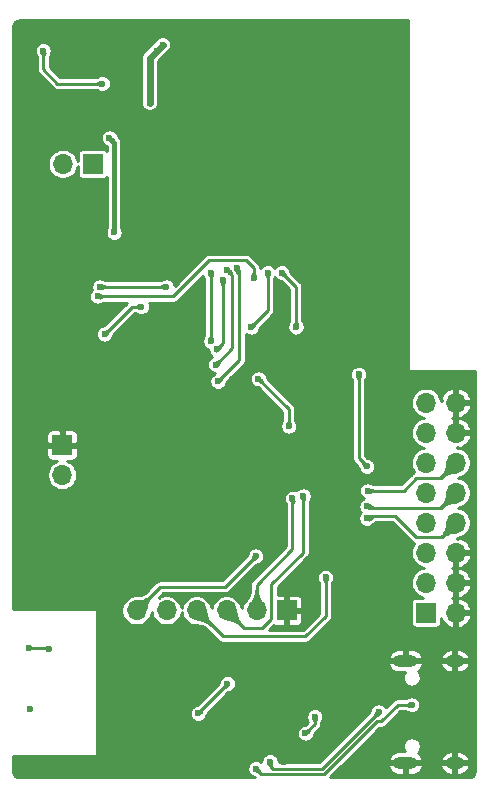
<source format=gbr>
%TF.GenerationSoftware,KiCad,Pcbnew,(5.1.6)-1*%
%TF.CreationDate,2020-11-13T23:46:34+08:00*%
%TF.ProjectId,matrix-clock,6d617472-6978-42d6-936c-6f636b2e6b69,rev?*%
%TF.SameCoordinates,Original*%
%TF.FileFunction,Copper,L2,Bot*%
%TF.FilePolarity,Positive*%
%FSLAX46Y46*%
G04 Gerber Fmt 4.6, Leading zero omitted, Abs format (unit mm)*
G04 Created by KiCad (PCBNEW (5.1.6)-1) date 2020-11-13 23:46:34*
%MOMM*%
%LPD*%
G01*
G04 APERTURE LIST*
%TA.AperFunction,ComponentPad*%
%ADD10O,1.700000X1.700000*%
%TD*%
%TA.AperFunction,ComponentPad*%
%ADD11R,1.700000X1.700000*%
%TD*%
%TA.AperFunction,ComponentPad*%
%ADD12O,2.100000X1.000000*%
%TD*%
%TA.AperFunction,ComponentPad*%
%ADD13O,1.600000X1.000000*%
%TD*%
%TA.AperFunction,ViaPad*%
%ADD14C,0.600000*%
%TD*%
%TA.AperFunction,Conductor*%
%ADD15C,0.250000*%
%TD*%
%TA.AperFunction,Conductor*%
%ADD16C,0.600000*%
%TD*%
%TA.AperFunction,Conductor*%
%ADD17C,0.400000*%
%TD*%
%TA.AperFunction,Conductor*%
%ADD18C,0.254000*%
%TD*%
%TA.AperFunction,Conductor*%
%ADD19C,0.025400*%
%TD*%
G04 APERTURE END LIST*
D10*
%TO.P,J5,2*%
%TO.N,Net-(J5-Pad2)*%
X135660000Y-77600000D03*
D11*
%TO.P,J5,1*%
%TO.N,Net-(J5-Pad1)*%
X138200000Y-77600000D03*
%TD*%
D12*
%TO.P,J4,S1*%
%TO.N,GND*%
X164670000Y-119680000D03*
X164670000Y-128320000D03*
D13*
X168850000Y-128320000D03*
X168850000Y-119680000D03*
%TD*%
D10*
%TO.P,J3,2*%
%TO.N,+5V*%
X135600000Y-103940000D03*
D11*
%TO.P,J3,1*%
%TO.N,GND*%
X135600000Y-101400000D03*
%TD*%
D10*
%TO.P,J2,16*%
%TO.N,GND*%
X168940000Y-97820000D03*
%TO.P,J2,15*%
%TO.N,/_LED_SCK*%
X166400000Y-97820000D03*
%TO.P,J2,14*%
%TO.N,GND*%
X168940000Y-100360000D03*
%TO.P,J2,13*%
%TO.N,/_LED_STCP*%
X166400000Y-100360000D03*
%TO.P,J2,12*%
%TO.N,/_LED_R2*%
X168940000Y-102900000D03*
%TO.P,J2,11*%
%TO.N,/_LED_G2*%
X166400000Y-102900000D03*
%TO.P,J2,10*%
%TO.N,/_LED_R1*%
X168940000Y-105440000D03*
%TO.P,J2,9*%
%TO.N,/_LED_G1*%
X166400000Y-105440000D03*
%TO.P,J2,8*%
%TO.N,/_LED_OE*%
X168940000Y-107980000D03*
%TO.P,J2,7*%
%TO.N,/_LED_D*%
X166400000Y-107980000D03*
%TO.P,J2,6*%
%TO.N,GND*%
X168940000Y-110520000D03*
%TO.P,J2,5*%
%TO.N,/_LED_C*%
X166400000Y-110520000D03*
%TO.P,J2,4*%
%TO.N,GND*%
X168940000Y-113060000D03*
%TO.P,J2,3*%
%TO.N,/_LED_B*%
X166400000Y-113060000D03*
%TO.P,J2,2*%
%TO.N,GND*%
X168940000Y-115600000D03*
D11*
%TO.P,J2,1*%
%TO.N,/_LED_A*%
X166400000Y-115600000D03*
%TD*%
D10*
%TO.P,J1,6*%
%TO.N,+3V3*%
X141900000Y-115400000D03*
%TO.P,J1,5*%
%TO.N,/BOOT*%
X144440000Y-115400000D03*
%TO.P,J1,4*%
%TO.N,/EN*%
X146980000Y-115400000D03*
%TO.P,J1,3*%
%TO.N,/TXD0*%
X149520000Y-115400000D03*
%TO.P,J1,2*%
%TO.N,/RXD0*%
X152060000Y-115400000D03*
D11*
%TO.P,J1,1*%
%TO.N,GND*%
X154600000Y-115400000D03*
%TD*%
D14*
%TO.N,GND*%
X155600000Y-80000000D03*
X135371428Y-129000000D03*
X133000000Y-129000000D03*
X156600000Y-81000000D03*
X154600000Y-81000000D03*
X156600000Y-78800000D03*
X154600000Y-78800000D03*
X152800000Y-122600000D03*
X154000000Y-122600000D03*
X154000000Y-121600000D03*
X152800000Y-121600000D03*
X156885000Y-68515000D03*
X157485000Y-68515000D03*
X163187500Y-66012500D03*
X144600000Y-73800000D03*
X145100000Y-74300000D03*
X137085000Y-69885000D03*
X140635000Y-72235000D03*
X159262500Y-103137500D03*
X148200000Y-102200000D03*
X157525000Y-111125000D03*
X154400000Y-128200000D03*
X142550000Y-80650000D03*
X132875000Y-123725000D03*
X141062500Y-100337500D03*
X141062500Y-101137500D03*
X133000000Y-70800000D03*
X163255000Y-74400000D03*
X163255000Y-91345000D03*
X154200000Y-103800000D03*
X165200000Y-95400000D03*
X166400000Y-95400000D03*
X167600000Y-95400000D03*
X168800000Y-95400000D03*
X170000000Y-95400000D03*
X164400000Y-86200000D03*
X164400000Y-84514284D03*
X164400000Y-82828570D03*
X164400000Y-81142856D03*
X164400000Y-79457142D03*
X164400000Y-77771428D03*
X164400000Y-76085714D03*
X164400000Y-74400000D03*
X164400000Y-72400000D03*
X164400000Y-70400000D03*
X164400000Y-68400000D03*
X164400000Y-66400000D03*
X137742856Y-129000000D03*
X132000000Y-71800000D03*
X132000000Y-74222222D03*
X132000000Y-76644444D03*
X132000000Y-79066666D03*
X132000000Y-81488888D03*
X132000000Y-83911110D03*
X132000000Y-86333332D03*
X132000000Y-88755554D03*
X132000000Y-91177776D03*
X132000000Y-93600000D03*
X140114284Y-129000000D03*
X142485712Y-129000000D03*
X144857140Y-129000000D03*
X147228568Y-129000000D03*
X149600000Y-129000000D03*
X138000000Y-105000000D03*
X139600000Y-105000000D03*
X141200000Y-105000000D03*
X138000000Y-112800000D03*
X139600000Y-112800000D03*
X141200000Y-112800000D03*
%TO.N,/EN*%
X160700000Y-95400000D03*
X161400000Y-103200000D03*
X157900000Y-112600000D03*
%TO.N,+3V3*%
X143600000Y-68000000D03*
X144100000Y-67500000D03*
X143000000Y-72400000D03*
X143000000Y-71600000D03*
X134500000Y-118700000D03*
X132800000Y-118600000D03*
X152225010Y-95800000D03*
X154800000Y-99800000D03*
X152000000Y-110800000D03*
%TO.N,+5V*%
X139600000Y-75400000D03*
X140000000Y-83400000D03*
%TO.N,/BOOT*%
X142300000Y-89700000D03*
X139200000Y-92000000D03*
%TO.N,/TXD0*%
X156000000Y-105700000D03*
%TO.N,/RXD0*%
X155100000Y-105900000D03*
%TO.N,Net-(J4-PadA7)*%
X162400000Y-124000000D03*
X153200000Y-128200000D03*
%TO.N,Net-(J4-PadA6)*%
X165200000Y-123400000D03*
X152000000Y-128800000D03*
%TO.N,Net-(Q1-Pad2)*%
X149600000Y-121600000D03*
X147115000Y-124115000D03*
%TO.N,Net-(R3-Pad2)*%
X144400000Y-88000000D03*
X138800000Y-88000000D03*
%TO.N,Net-(R4-Pad2)*%
X151825000Y-87225000D03*
X138600000Y-88800000D03*
%TO.N,Net-(R7-Pad1)*%
X157000000Y-124400000D03*
X156200000Y-125800000D03*
%TO.N,/Sheet5FA7C877/INPUT*%
X134000000Y-68000000D03*
X139000000Y-70800000D03*
%TO.N,/LED_G2*%
X155400000Y-91400000D03*
X154200000Y-86800000D03*
%TO.N,/LED_G1*%
X153000000Y-86800000D03*
X151600000Y-91400000D03*
%TO.N,/LED_D*%
X148200000Y-92600000D03*
X148200000Y-86800000D03*
%TO.N,/LED_B*%
X149600000Y-86600000D03*
X148600000Y-94600000D03*
%TO.N,/LED_A*%
X150400000Y-86400000D03*
X148800000Y-96000000D03*
%TO.N,/LED_C*%
X149200000Y-87400000D03*
X148700000Y-93300000D03*
%TO.N,/_LED_R2*%
X161475000Y-105275000D03*
%TO.N,/_LED_R1*%
X161400000Y-106600000D03*
%TO.N,/_LED_OE*%
X161400000Y-107600000D03*
%TD*%
D15*
%TO.N,/EN*%
X160700000Y-102500000D02*
X161400000Y-103200000D01*
X160700000Y-95400000D02*
X160700000Y-102500000D01*
X161400000Y-103200000D02*
X161400000Y-103200000D01*
X157900000Y-112600000D02*
X157900000Y-115900000D01*
X157900000Y-115900000D02*
X156200000Y-117600000D01*
X149180000Y-117600000D02*
X146980000Y-115400000D01*
X156200000Y-117600000D02*
X149180000Y-117600000D01*
D16*
%TO.N,+3V3*%
X144100000Y-67500000D02*
X143000000Y-68600000D01*
X143000000Y-68600000D02*
X143000000Y-71600000D01*
X143000000Y-72400000D02*
X143000000Y-72400000D01*
X143000000Y-71600000D02*
X143000000Y-72400000D01*
D15*
X134400000Y-118600000D02*
X134500000Y-118700000D01*
X132800000Y-118600000D02*
X134400000Y-118600000D01*
X152225010Y-95800000D02*
X154800000Y-98374990D01*
X154800000Y-98374990D02*
X154800000Y-99800000D01*
X141900000Y-115400000D02*
X143900000Y-113400000D01*
X143900000Y-113400000D02*
X149400000Y-113400000D01*
X149400000Y-113400000D02*
X152000000Y-110800000D01*
X152000000Y-110800000D02*
X152000000Y-110800000D01*
D17*
%TO.N,+5V*%
X140000000Y-75800000D02*
X140000000Y-83400000D01*
X139600000Y-75400000D02*
X140000000Y-75800000D01*
D15*
%TO.N,/BOOT*%
X141500000Y-89700000D02*
X139200000Y-92000000D01*
X142300000Y-89700000D02*
X141500000Y-89700000D01*
X139200000Y-92000000D02*
X139200000Y-92000000D01*
%TO.N,/TXD0*%
X151020000Y-116900000D02*
X149520000Y-115400000D01*
X156000000Y-105700000D02*
X156000000Y-110500000D01*
X152500000Y-116900000D02*
X151020000Y-116900000D01*
X156000000Y-110500000D02*
X153300000Y-113200000D01*
X153300000Y-113200000D02*
X153300000Y-116100000D01*
X153300000Y-116100000D02*
X152500000Y-116900000D01*
%TO.N,/RXD0*%
X152060000Y-113240000D02*
X152060000Y-115400000D01*
X155100000Y-105900000D02*
X155100000Y-110200000D01*
X155100000Y-110200000D02*
X152060000Y-113240000D01*
%TO.N,Net-(J4-PadA7)*%
X153425001Y-128825001D02*
X153200000Y-128600000D01*
X162400000Y-124000000D02*
X157574999Y-128825001D01*
X157574999Y-128825001D02*
X153425001Y-128825001D01*
X153200000Y-128600000D02*
X153200000Y-128200000D01*
X153200000Y-128200000D02*
X153200000Y-128200000D01*
%TO.N,Net-(J4-PadA6)*%
X152475011Y-129275011D02*
X152000000Y-128800000D01*
X164000000Y-123400000D02*
X162600000Y-124800000D01*
X162236410Y-124800000D02*
X157761399Y-129275011D01*
X157761399Y-129275011D02*
X152475011Y-129275011D01*
X165200000Y-123400000D02*
X164000000Y-123400000D01*
X162600000Y-124800000D02*
X162236410Y-124800000D01*
X152000000Y-128800000D02*
X152000000Y-128800000D01*
%TO.N,Net-(Q1-Pad2)*%
X147115000Y-124085000D02*
X147115000Y-124115000D01*
X149600000Y-121600000D02*
X147115000Y-124085000D01*
%TO.N,Net-(R3-Pad2)*%
X144400000Y-88000000D02*
X138800000Y-88000000D01*
X138800000Y-88000000D02*
X138763590Y-88000000D01*
%TO.N,Net-(R4-Pad2)*%
X151825000Y-87225000D02*
X151825000Y-86425000D01*
X151174999Y-85774999D02*
X148025001Y-85774999D01*
X151825000Y-86425000D02*
X151174999Y-85774999D01*
X148025001Y-85774999D02*
X145000000Y-88800000D01*
X145000000Y-88800000D02*
X138600000Y-88800000D01*
X138600000Y-88800000D02*
X138600000Y-88800000D01*
%TO.N,Net-(R7-Pad1)*%
X157000000Y-125000000D02*
X156200000Y-125800000D01*
X157000000Y-124400000D02*
X157000000Y-125000000D01*
%TO.N,/Sheet5FA7C877/INPUT*%
X134000000Y-68000000D02*
X134000000Y-68000000D01*
X139000000Y-70800000D02*
X135200000Y-70800000D01*
X134000000Y-69600000D02*
X134000000Y-68000000D01*
X135200000Y-70800000D02*
X134000000Y-69600000D01*
%TO.N,/LED_G2*%
X155400000Y-88000000D02*
X155400000Y-91400000D01*
X154200000Y-86800000D02*
X155400000Y-88000000D01*
%TO.N,/LED_G1*%
X153000000Y-90000000D02*
X151600000Y-91400000D01*
X153000000Y-86800000D02*
X153000000Y-90000000D01*
%TO.N,/LED_D*%
X148200000Y-86800000D02*
X148200000Y-86800000D01*
X148200000Y-92600000D02*
X148200000Y-92600000D01*
X148200000Y-86800000D02*
X148200000Y-92600000D01*
%TO.N,/LED_B*%
X150000000Y-87000000D02*
X149600000Y-86600000D01*
X150000000Y-92000000D02*
X150000000Y-87000000D01*
X150000000Y-92000000D02*
X150000000Y-93200000D01*
X150000000Y-93200000D02*
X148600000Y-94600000D01*
X148600000Y-94600000D02*
X148600000Y-94600000D01*
%TO.N,/LED_A*%
X150600000Y-94200000D02*
X148800000Y-96000000D01*
X150400000Y-86400000D02*
X150600000Y-86600000D01*
X150600000Y-86600000D02*
X150600000Y-94200000D01*
%TO.N,/LED_C*%
X149200000Y-92600000D02*
X149200000Y-87400000D01*
X149200000Y-92600000D02*
X149200000Y-92800000D01*
X149200000Y-92800000D02*
X148700000Y-93300000D01*
X148700000Y-93300000D02*
X148600000Y-93400000D01*
%TO.N,/_LED_R2*%
X164525000Y-105275000D02*
X161475000Y-105275000D01*
X165600000Y-104200000D02*
X164525000Y-105275000D01*
X168940000Y-102900000D02*
X167640000Y-104200000D01*
X167640000Y-104200000D02*
X165600000Y-104200000D01*
%TO.N,/_LED_R1*%
X161415001Y-106615001D02*
X161415001Y-106615001D01*
X161500000Y-106700000D02*
X161400000Y-106600000D01*
X168940000Y-105440000D02*
X167680000Y-106700000D01*
X167680000Y-106700000D02*
X161500000Y-106700000D01*
%TO.N,/_LED_OE*%
X162000000Y-107400000D02*
X162000000Y-107400000D01*
X161600000Y-107400000D02*
X161400000Y-107600000D01*
X163800000Y-107400000D02*
X161600000Y-107400000D01*
X165600000Y-109200000D02*
X163800000Y-107400000D01*
X168940000Y-107980000D02*
X167720000Y-109200000D01*
X167720000Y-109200000D02*
X165600000Y-109200000D01*
%TD*%
D18*
%TO.N,GND*%
G36*
X164873000Y-95000000D02*
G01*
X164875440Y-95024776D01*
X164882667Y-95048601D01*
X164894403Y-95070557D01*
X164910197Y-95089803D01*
X164929443Y-95105597D01*
X164951399Y-95117333D01*
X164975224Y-95124560D01*
X165000000Y-95127000D01*
X170548000Y-95127000D01*
X170548001Y-128977881D01*
X170535436Y-129106023D01*
X170504648Y-129207999D01*
X170454634Y-129302061D01*
X170387307Y-129384612D01*
X170305227Y-129452515D01*
X170211520Y-129503182D01*
X170109755Y-129534684D01*
X169983062Y-129548000D01*
X158269054Y-129548000D01*
X159220078Y-128596976D01*
X163183084Y-128596976D01*
X163237097Y-128757197D01*
X163339355Y-128921042D01*
X163471612Y-129061789D01*
X163628786Y-129174030D01*
X163804837Y-129253451D01*
X163993000Y-129297000D01*
X164543000Y-129297000D01*
X164543000Y-128447000D01*
X164797000Y-128447000D01*
X164797000Y-129297000D01*
X165347000Y-129297000D01*
X165535163Y-129253451D01*
X165711214Y-129174030D01*
X165868388Y-129061789D01*
X166000645Y-128921042D01*
X166102903Y-128757197D01*
X166156916Y-128596976D01*
X167613084Y-128596976D01*
X167667097Y-128757197D01*
X167769355Y-128921042D01*
X167901612Y-129061789D01*
X168058786Y-129174030D01*
X168234837Y-129253451D01*
X168423000Y-129297000D01*
X168723000Y-129297000D01*
X168723000Y-128447000D01*
X168977000Y-128447000D01*
X168977000Y-129297000D01*
X169277000Y-129297000D01*
X169465163Y-129253451D01*
X169641214Y-129174030D01*
X169798388Y-129061789D01*
X169930645Y-128921042D01*
X170032903Y-128757197D01*
X170086916Y-128596976D01*
X169998296Y-128447000D01*
X168977000Y-128447000D01*
X168723000Y-128447000D01*
X167701704Y-128447000D01*
X167613084Y-128596976D01*
X166156916Y-128596976D01*
X166068296Y-128447000D01*
X164797000Y-128447000D01*
X164543000Y-128447000D01*
X163271704Y-128447000D01*
X163183084Y-128596976D01*
X159220078Y-128596976D01*
X159774030Y-128043024D01*
X163183084Y-128043024D01*
X163271704Y-128193000D01*
X164543000Y-128193000D01*
X164543000Y-128173000D01*
X164797000Y-128173000D01*
X164797000Y-128193000D01*
X166068296Y-128193000D01*
X166156916Y-128043024D01*
X167613084Y-128043024D01*
X167701704Y-128193000D01*
X168723000Y-128193000D01*
X168723000Y-127343000D01*
X168977000Y-127343000D01*
X168977000Y-128193000D01*
X169998296Y-128193000D01*
X170086916Y-128043024D01*
X170032903Y-127882803D01*
X169930645Y-127718958D01*
X169798388Y-127578211D01*
X169641214Y-127465970D01*
X169465163Y-127386549D01*
X169277000Y-127343000D01*
X168977000Y-127343000D01*
X168723000Y-127343000D01*
X168423000Y-127343000D01*
X168234837Y-127386549D01*
X168058786Y-127465970D01*
X167901612Y-127578211D01*
X167769355Y-127718958D01*
X167667097Y-127882803D01*
X167613084Y-128043024D01*
X166156916Y-128043024D01*
X166102903Y-127882803D01*
X166000645Y-127718958D01*
X165868388Y-127578211D01*
X165711214Y-127465970D01*
X165694885Y-127458604D01*
X165784117Y-127369372D01*
X165866414Y-127246206D01*
X165923101Y-127109350D01*
X165952000Y-126964066D01*
X165952000Y-126815934D01*
X165923101Y-126670650D01*
X165866414Y-126533794D01*
X165784117Y-126410628D01*
X165679372Y-126305883D01*
X165556206Y-126223586D01*
X165419350Y-126166899D01*
X165274066Y-126138000D01*
X165125934Y-126138000D01*
X164980650Y-126166899D01*
X164843794Y-126223586D01*
X164720628Y-126305883D01*
X164615883Y-126410628D01*
X164533586Y-126533794D01*
X164476899Y-126670650D01*
X164448000Y-126815934D01*
X164448000Y-126964066D01*
X164476899Y-127109350D01*
X164533586Y-127246206D01*
X164598262Y-127343000D01*
X163993000Y-127343000D01*
X163804837Y-127386549D01*
X163628786Y-127465970D01*
X163471612Y-127578211D01*
X163339355Y-127718958D01*
X163237097Y-127882803D01*
X163183084Y-128043024D01*
X159774030Y-128043024D01*
X162465056Y-125352000D01*
X162572894Y-125352000D01*
X162600000Y-125354670D01*
X162627106Y-125352000D01*
X162627109Y-125352000D01*
X162708211Y-125344012D01*
X162812263Y-125312448D01*
X162908158Y-125261191D01*
X162992211Y-125192211D01*
X163009500Y-125171144D01*
X164228645Y-123952000D01*
X164723866Y-123952000D01*
X164736564Y-123964698D01*
X164855636Y-124044259D01*
X164987942Y-124099062D01*
X165128397Y-124127000D01*
X165271603Y-124127000D01*
X165412058Y-124099062D01*
X165544364Y-124044259D01*
X165663436Y-123964698D01*
X165764698Y-123863436D01*
X165844259Y-123744364D01*
X165899062Y-123612058D01*
X165927000Y-123471603D01*
X165927000Y-123328397D01*
X165899062Y-123187942D01*
X165844259Y-123055636D01*
X165764698Y-122936564D01*
X165663436Y-122835302D01*
X165544364Y-122755741D01*
X165412058Y-122700938D01*
X165271603Y-122673000D01*
X165128397Y-122673000D01*
X164987942Y-122700938D01*
X164855636Y-122755741D01*
X164736564Y-122835302D01*
X164723866Y-122848000D01*
X164027106Y-122848000D01*
X164000000Y-122845330D01*
X163972894Y-122848000D01*
X163972891Y-122848000D01*
X163891789Y-122855988D01*
X163787737Y-122887552D01*
X163691842Y-122938809D01*
X163607789Y-123007789D01*
X163590504Y-123028851D01*
X163011999Y-123607356D01*
X162964698Y-123536564D01*
X162863436Y-123435302D01*
X162744364Y-123355741D01*
X162612058Y-123300938D01*
X162471603Y-123273000D01*
X162328397Y-123273000D01*
X162187942Y-123300938D01*
X162055636Y-123355741D01*
X161936564Y-123435302D01*
X161835302Y-123536564D01*
X161755741Y-123655636D01*
X161700938Y-123787942D01*
X161673000Y-123928397D01*
X161673000Y-123946354D01*
X157346355Y-128273001D01*
X153926722Y-128273001D01*
X153927000Y-128271603D01*
X153927000Y-128128397D01*
X153899062Y-127987942D01*
X153844259Y-127855636D01*
X153764698Y-127736564D01*
X153663436Y-127635302D01*
X153544364Y-127555741D01*
X153412058Y-127500938D01*
X153271603Y-127473000D01*
X153128397Y-127473000D01*
X152987942Y-127500938D01*
X152855636Y-127555741D01*
X152736564Y-127635302D01*
X152635302Y-127736564D01*
X152555741Y-127855636D01*
X152500938Y-127987942D01*
X152473000Y-128128397D01*
X152473000Y-128244866D01*
X152463436Y-128235302D01*
X152344364Y-128155741D01*
X152212058Y-128100938D01*
X152071603Y-128073000D01*
X151928397Y-128073000D01*
X151787942Y-128100938D01*
X151655636Y-128155741D01*
X151536564Y-128235302D01*
X151435302Y-128336564D01*
X151355741Y-128455636D01*
X151300938Y-128587942D01*
X151273000Y-128728397D01*
X151273000Y-128871603D01*
X151300938Y-129012058D01*
X151355741Y-129144364D01*
X151435302Y-129263436D01*
X151536564Y-129364698D01*
X151655636Y-129444259D01*
X151787942Y-129499062D01*
X151928397Y-129527000D01*
X151946355Y-129527000D01*
X151967355Y-129548000D01*
X132022109Y-129548000D01*
X131893977Y-129535436D01*
X131792001Y-129504648D01*
X131697939Y-129454634D01*
X131615388Y-129387307D01*
X131547485Y-129305227D01*
X131496818Y-129211520D01*
X131465316Y-129109755D01*
X131452000Y-128983062D01*
X131452000Y-127727000D01*
X138400000Y-127727000D01*
X138424776Y-127724560D01*
X138448601Y-127717333D01*
X138470557Y-127705597D01*
X138489803Y-127689803D01*
X138505597Y-127670557D01*
X138517333Y-127648601D01*
X138524560Y-127624776D01*
X138527000Y-127600000D01*
X138527000Y-125728397D01*
X155473000Y-125728397D01*
X155473000Y-125871603D01*
X155500938Y-126012058D01*
X155555741Y-126144364D01*
X155635302Y-126263436D01*
X155736564Y-126364698D01*
X155855636Y-126444259D01*
X155987942Y-126499062D01*
X156128397Y-126527000D01*
X156271603Y-126527000D01*
X156412058Y-126499062D01*
X156544364Y-126444259D01*
X156663436Y-126364698D01*
X156764698Y-126263436D01*
X156844259Y-126144364D01*
X156899062Y-126012058D01*
X156927000Y-125871603D01*
X156927000Y-125853645D01*
X157371154Y-125409492D01*
X157392211Y-125392211D01*
X157461191Y-125308158D01*
X157512448Y-125212263D01*
X157544012Y-125108211D01*
X157552000Y-125027109D01*
X157554670Y-125000000D01*
X157552000Y-124972892D01*
X157552000Y-124876134D01*
X157564698Y-124863436D01*
X157644259Y-124744364D01*
X157699062Y-124612058D01*
X157727000Y-124471603D01*
X157727000Y-124328397D01*
X157699062Y-124187942D01*
X157644259Y-124055636D01*
X157564698Y-123936564D01*
X157463436Y-123835302D01*
X157344364Y-123755741D01*
X157212058Y-123700938D01*
X157071603Y-123673000D01*
X156928397Y-123673000D01*
X156787942Y-123700938D01*
X156655636Y-123755741D01*
X156536564Y-123835302D01*
X156435302Y-123936564D01*
X156355741Y-124055636D01*
X156300938Y-124187942D01*
X156273000Y-124328397D01*
X156273000Y-124471603D01*
X156300938Y-124612058D01*
X156355741Y-124744364D01*
X156403506Y-124815849D01*
X156146355Y-125073000D01*
X156128397Y-125073000D01*
X155987942Y-125100938D01*
X155855636Y-125155741D01*
X155736564Y-125235302D01*
X155635302Y-125336564D01*
X155555741Y-125455636D01*
X155500938Y-125587942D01*
X155473000Y-125728397D01*
X138527000Y-125728397D01*
X138527000Y-124043397D01*
X146388000Y-124043397D01*
X146388000Y-124186603D01*
X146415938Y-124327058D01*
X146470741Y-124459364D01*
X146550302Y-124578436D01*
X146651564Y-124679698D01*
X146770636Y-124759259D01*
X146902942Y-124814062D01*
X147043397Y-124842000D01*
X147186603Y-124842000D01*
X147327058Y-124814062D01*
X147459364Y-124759259D01*
X147578436Y-124679698D01*
X147679698Y-124578436D01*
X147759259Y-124459364D01*
X147814062Y-124327058D01*
X147842000Y-124186603D01*
X147842000Y-124138644D01*
X149653646Y-122327000D01*
X149671603Y-122327000D01*
X149812058Y-122299062D01*
X149944364Y-122244259D01*
X150063436Y-122164698D01*
X150164698Y-122063436D01*
X150244259Y-121944364D01*
X150299062Y-121812058D01*
X150327000Y-121671603D01*
X150327000Y-121528397D01*
X150299062Y-121387942D01*
X150244259Y-121255636D01*
X150164698Y-121136564D01*
X150063436Y-121035302D01*
X149944364Y-120955741D01*
X149812058Y-120900938D01*
X149671603Y-120873000D01*
X149528397Y-120873000D01*
X149387942Y-120900938D01*
X149255636Y-120955741D01*
X149136564Y-121035302D01*
X149035302Y-121136564D01*
X148955741Y-121255636D01*
X148900938Y-121387942D01*
X148873000Y-121528397D01*
X148873000Y-121546354D01*
X147028366Y-123390990D01*
X146902942Y-123415938D01*
X146770636Y-123470741D01*
X146651564Y-123550302D01*
X146550302Y-123651564D01*
X146470741Y-123770636D01*
X146415938Y-123902942D01*
X146388000Y-124043397D01*
X138527000Y-124043397D01*
X138527000Y-119956976D01*
X163183084Y-119956976D01*
X163237097Y-120117197D01*
X163339355Y-120281042D01*
X163471612Y-120421789D01*
X163628786Y-120534030D01*
X163804837Y-120613451D01*
X163993000Y-120657000D01*
X164598262Y-120657000D01*
X164533586Y-120753794D01*
X164476899Y-120890650D01*
X164448000Y-121035934D01*
X164448000Y-121184066D01*
X164476899Y-121329350D01*
X164533586Y-121466206D01*
X164615883Y-121589372D01*
X164720628Y-121694117D01*
X164843794Y-121776414D01*
X164980650Y-121833101D01*
X165125934Y-121862000D01*
X165274066Y-121862000D01*
X165419350Y-121833101D01*
X165556206Y-121776414D01*
X165679372Y-121694117D01*
X165784117Y-121589372D01*
X165866414Y-121466206D01*
X165923101Y-121329350D01*
X165952000Y-121184066D01*
X165952000Y-121035934D01*
X165923101Y-120890650D01*
X165866414Y-120753794D01*
X165784117Y-120630628D01*
X165694885Y-120541396D01*
X165711214Y-120534030D01*
X165868388Y-120421789D01*
X166000645Y-120281042D01*
X166102903Y-120117197D01*
X166156916Y-119956976D01*
X167613084Y-119956976D01*
X167667097Y-120117197D01*
X167769355Y-120281042D01*
X167901612Y-120421789D01*
X168058786Y-120534030D01*
X168234837Y-120613451D01*
X168423000Y-120657000D01*
X168723000Y-120657000D01*
X168723000Y-119807000D01*
X168977000Y-119807000D01*
X168977000Y-120657000D01*
X169277000Y-120657000D01*
X169465163Y-120613451D01*
X169641214Y-120534030D01*
X169798388Y-120421789D01*
X169930645Y-120281042D01*
X170032903Y-120117197D01*
X170086916Y-119956976D01*
X169998296Y-119807000D01*
X168977000Y-119807000D01*
X168723000Y-119807000D01*
X167701704Y-119807000D01*
X167613084Y-119956976D01*
X166156916Y-119956976D01*
X166068296Y-119807000D01*
X164797000Y-119807000D01*
X164797000Y-119827000D01*
X164543000Y-119827000D01*
X164543000Y-119807000D01*
X163271704Y-119807000D01*
X163183084Y-119956976D01*
X138527000Y-119956976D01*
X138527000Y-119403024D01*
X163183084Y-119403024D01*
X163271704Y-119553000D01*
X164543000Y-119553000D01*
X164543000Y-118703000D01*
X164797000Y-118703000D01*
X164797000Y-119553000D01*
X166068296Y-119553000D01*
X166156916Y-119403024D01*
X167613084Y-119403024D01*
X167701704Y-119553000D01*
X168723000Y-119553000D01*
X168723000Y-118703000D01*
X168977000Y-118703000D01*
X168977000Y-119553000D01*
X169998296Y-119553000D01*
X170086916Y-119403024D01*
X170032903Y-119242803D01*
X169930645Y-119078958D01*
X169798388Y-118938211D01*
X169641214Y-118825970D01*
X169465163Y-118746549D01*
X169277000Y-118703000D01*
X168977000Y-118703000D01*
X168723000Y-118703000D01*
X168423000Y-118703000D01*
X168234837Y-118746549D01*
X168058786Y-118825970D01*
X167901612Y-118938211D01*
X167769355Y-119078958D01*
X167667097Y-119242803D01*
X167613084Y-119403024D01*
X166156916Y-119403024D01*
X166102903Y-119242803D01*
X166000645Y-119078958D01*
X165868388Y-118938211D01*
X165711214Y-118825970D01*
X165535163Y-118746549D01*
X165347000Y-118703000D01*
X164797000Y-118703000D01*
X164543000Y-118703000D01*
X163993000Y-118703000D01*
X163804837Y-118746549D01*
X163628786Y-118825970D01*
X163471612Y-118938211D01*
X163339355Y-119078958D01*
X163237097Y-119242803D01*
X163183084Y-119403024D01*
X138527000Y-119403024D01*
X138527000Y-115400000D01*
X138524560Y-115375224D01*
X138517333Y-115351399D01*
X138505597Y-115329443D01*
X138489803Y-115310197D01*
X138470557Y-115294403D01*
X138448601Y-115282667D01*
X138424776Y-115275440D01*
X138412449Y-115274226D01*
X140623000Y-115274226D01*
X140623000Y-115525774D01*
X140672074Y-115772487D01*
X140768337Y-116004886D01*
X140908089Y-116214040D01*
X141085960Y-116391911D01*
X141295114Y-116531663D01*
X141527513Y-116627926D01*
X141774226Y-116677000D01*
X142025774Y-116677000D01*
X142272487Y-116627926D01*
X142504886Y-116531663D01*
X142714040Y-116391911D01*
X142891911Y-116214040D01*
X143031663Y-116004886D01*
X143127926Y-115772487D01*
X143170000Y-115560966D01*
X143212074Y-115772487D01*
X143308337Y-116004886D01*
X143448089Y-116214040D01*
X143625960Y-116391911D01*
X143835114Y-116531663D01*
X144067513Y-116627926D01*
X144314226Y-116677000D01*
X144565774Y-116677000D01*
X144812487Y-116627926D01*
X145044886Y-116531663D01*
X145254040Y-116391911D01*
X145431911Y-116214040D01*
X145571663Y-116004886D01*
X145667926Y-115772487D01*
X145710000Y-115560966D01*
X145752074Y-115772487D01*
X145848337Y-116004886D01*
X145988089Y-116214040D01*
X146165960Y-116391911D01*
X146375114Y-116531663D01*
X146607513Y-116627926D01*
X146854226Y-116677000D01*
X146984192Y-116677000D01*
X147089994Y-116679913D01*
X147182640Y-116689709D01*
X147271084Y-116706373D01*
X147356012Y-116729808D01*
X147438170Y-116760106D01*
X147518259Y-116797540D01*
X147596871Y-116842538D01*
X147674421Y-116895613D01*
X147751218Y-116957366D01*
X147832595Y-117033240D01*
X148770508Y-117971154D01*
X148787789Y-117992211D01*
X148808845Y-118009491D01*
X148808846Y-118009492D01*
X148871842Y-118061191D01*
X148967737Y-118112448D01*
X149071789Y-118144012D01*
X149180000Y-118154670D01*
X149207108Y-118152000D01*
X156172894Y-118152000D01*
X156200000Y-118154670D01*
X156227106Y-118152000D01*
X156227109Y-118152000D01*
X156308211Y-118144012D01*
X156412263Y-118112448D01*
X156508158Y-118061191D01*
X156592211Y-117992211D01*
X156609500Y-117971144D01*
X158271154Y-116309492D01*
X158292211Y-116292211D01*
X158361191Y-116208158D01*
X158412448Y-116112263D01*
X158444012Y-116008211D01*
X158452000Y-115927109D01*
X158452000Y-115927107D01*
X158454670Y-115900001D01*
X158452000Y-115872895D01*
X158452000Y-113076134D01*
X158464698Y-113063436D01*
X158544259Y-112944364D01*
X158599062Y-112812058D01*
X158627000Y-112671603D01*
X158627000Y-112528397D01*
X158599062Y-112387942D01*
X158544259Y-112255636D01*
X158464698Y-112136564D01*
X158363436Y-112035302D01*
X158244364Y-111955741D01*
X158112058Y-111900938D01*
X157971603Y-111873000D01*
X157828397Y-111873000D01*
X157687942Y-111900938D01*
X157555636Y-111955741D01*
X157436564Y-112035302D01*
X157335302Y-112136564D01*
X157255741Y-112255636D01*
X157200938Y-112387942D01*
X157173000Y-112528397D01*
X157173000Y-112671603D01*
X157200938Y-112812058D01*
X157255741Y-112944364D01*
X157335302Y-113063436D01*
X157348000Y-113076134D01*
X157348001Y-115671353D01*
X155971356Y-117048000D01*
X153132645Y-117048000D01*
X153515255Y-116665391D01*
X153566577Y-116692823D01*
X153656492Y-116720098D01*
X153750000Y-116729308D01*
X154353750Y-116727000D01*
X154473000Y-116607750D01*
X154473000Y-115527000D01*
X154727000Y-115527000D01*
X154727000Y-116607750D01*
X154846250Y-116727000D01*
X155450000Y-116729308D01*
X155543508Y-116720098D01*
X155633423Y-116692823D01*
X155716289Y-116648530D01*
X155788922Y-116588922D01*
X155848530Y-116516289D01*
X155892823Y-116433423D01*
X155920098Y-116343508D01*
X155929308Y-116250000D01*
X155927000Y-115646250D01*
X155807750Y-115527000D01*
X154727000Y-115527000D01*
X154473000Y-115527000D01*
X154453000Y-115527000D01*
X154453000Y-115273000D01*
X154473000Y-115273000D01*
X154473000Y-114192250D01*
X154727000Y-114192250D01*
X154727000Y-115273000D01*
X155807750Y-115273000D01*
X155927000Y-115153750D01*
X155929308Y-114550000D01*
X155920098Y-114456492D01*
X155892823Y-114366577D01*
X155848530Y-114283711D01*
X155788922Y-114211078D01*
X155716289Y-114151470D01*
X155633423Y-114107177D01*
X155543508Y-114079902D01*
X155450000Y-114070692D01*
X154846250Y-114073000D01*
X154727000Y-114192250D01*
X154473000Y-114192250D01*
X154353750Y-114073000D01*
X153852000Y-114071082D01*
X153852000Y-113428644D01*
X156371154Y-110909492D01*
X156392211Y-110892211D01*
X156461191Y-110808158D01*
X156512448Y-110712263D01*
X156544012Y-110608211D01*
X156552000Y-110527109D01*
X156554670Y-110500000D01*
X156552000Y-110472892D01*
X156552000Y-106528397D01*
X160673000Y-106528397D01*
X160673000Y-106671603D01*
X160700938Y-106812058D01*
X160755741Y-106944364D01*
X160835302Y-107063436D01*
X160871866Y-107100000D01*
X160835302Y-107136564D01*
X160755741Y-107255636D01*
X160700938Y-107387942D01*
X160673000Y-107528397D01*
X160673000Y-107671603D01*
X160700938Y-107812058D01*
X160755741Y-107944364D01*
X160835302Y-108063436D01*
X160936564Y-108164698D01*
X161055636Y-108244259D01*
X161187942Y-108299062D01*
X161328397Y-108327000D01*
X161471603Y-108327000D01*
X161612058Y-108299062D01*
X161744364Y-108244259D01*
X161863436Y-108164698D01*
X161912867Y-108115267D01*
X161919444Y-108109010D01*
X161928589Y-108101190D01*
X161946209Y-108087244D01*
X161971096Y-108068676D01*
X162002579Y-108046258D01*
X162040127Y-108020511D01*
X162083468Y-107991705D01*
X162132435Y-107960004D01*
X162145079Y-107952000D01*
X163571356Y-107952000D01*
X165190508Y-109571154D01*
X165207789Y-109592211D01*
X165228845Y-109609491D01*
X165291841Y-109661191D01*
X165320861Y-109676702D01*
X165387737Y-109712448D01*
X165401055Y-109716488D01*
X165268337Y-109915114D01*
X165172074Y-110147513D01*
X165123000Y-110394226D01*
X165123000Y-110645774D01*
X165172074Y-110892487D01*
X165268337Y-111124886D01*
X165408089Y-111334040D01*
X165585960Y-111511911D01*
X165795114Y-111651663D01*
X166027513Y-111747926D01*
X166239034Y-111790000D01*
X166027513Y-111832074D01*
X165795114Y-111928337D01*
X165585960Y-112068089D01*
X165408089Y-112245960D01*
X165268337Y-112455114D01*
X165172074Y-112687513D01*
X165123000Y-112934226D01*
X165123000Y-113185774D01*
X165172074Y-113432487D01*
X165268337Y-113664886D01*
X165408089Y-113874040D01*
X165585960Y-114051911D01*
X165795114Y-114191663D01*
X166027513Y-114287926D01*
X166193456Y-114320934D01*
X165550000Y-114320934D01*
X165466293Y-114329178D01*
X165385804Y-114353595D01*
X165311624Y-114393245D01*
X165246605Y-114446605D01*
X165193245Y-114511624D01*
X165153595Y-114585804D01*
X165129178Y-114666293D01*
X165120934Y-114750000D01*
X165120934Y-116450000D01*
X165129178Y-116533707D01*
X165153595Y-116614196D01*
X165193245Y-116688376D01*
X165246605Y-116753395D01*
X165311624Y-116806755D01*
X165385804Y-116846405D01*
X165466293Y-116870822D01*
X165550000Y-116879066D01*
X167250000Y-116879066D01*
X167333707Y-116870822D01*
X167414196Y-116846405D01*
X167488376Y-116806755D01*
X167553395Y-116753395D01*
X167606755Y-116688376D01*
X167646405Y-116614196D01*
X167670822Y-116533707D01*
X167679066Y-116450000D01*
X167679066Y-116010690D01*
X167687252Y-116037679D01*
X167796710Y-116273668D01*
X167950104Y-116483769D01*
X168141539Y-116659907D01*
X168363659Y-116795313D01*
X168607927Y-116884784D01*
X168813000Y-116801664D01*
X168813000Y-115727000D01*
X169067000Y-115727000D01*
X169067000Y-116801664D01*
X169272073Y-116884784D01*
X169516341Y-116795313D01*
X169738461Y-116659907D01*
X169929896Y-116483769D01*
X170083290Y-116273668D01*
X170192748Y-116037679D01*
X170224779Y-115932072D01*
X170141054Y-115727000D01*
X169067000Y-115727000D01*
X168813000Y-115727000D01*
X168793000Y-115727000D01*
X168793000Y-115473000D01*
X168813000Y-115473000D01*
X168813000Y-114398336D01*
X168644402Y-114330000D01*
X168813000Y-114261664D01*
X168813000Y-113187000D01*
X169067000Y-113187000D01*
X169067000Y-114261664D01*
X169235598Y-114330000D01*
X169067000Y-114398336D01*
X169067000Y-115473000D01*
X170141054Y-115473000D01*
X170224779Y-115267928D01*
X170192748Y-115162321D01*
X170083290Y-114926332D01*
X169929896Y-114716231D01*
X169738461Y-114540093D01*
X169516341Y-114404687D01*
X169312435Y-114330000D01*
X169516341Y-114255313D01*
X169738461Y-114119907D01*
X169929896Y-113943769D01*
X170083290Y-113733668D01*
X170192748Y-113497679D01*
X170224779Y-113392072D01*
X170141054Y-113187000D01*
X169067000Y-113187000D01*
X168813000Y-113187000D01*
X168793000Y-113187000D01*
X168793000Y-112933000D01*
X168813000Y-112933000D01*
X168813000Y-111858336D01*
X168644402Y-111790000D01*
X168813000Y-111721664D01*
X168813000Y-110647000D01*
X169067000Y-110647000D01*
X169067000Y-111721664D01*
X169235598Y-111790000D01*
X169067000Y-111858336D01*
X169067000Y-112933000D01*
X170141054Y-112933000D01*
X170224779Y-112727928D01*
X170192748Y-112622321D01*
X170083290Y-112386332D01*
X169929896Y-112176231D01*
X169738461Y-112000093D01*
X169516341Y-111864687D01*
X169312435Y-111790000D01*
X169516341Y-111715313D01*
X169738461Y-111579907D01*
X169929896Y-111403769D01*
X170083290Y-111193668D01*
X170192748Y-110957679D01*
X170224779Y-110852072D01*
X170141054Y-110647000D01*
X169067000Y-110647000D01*
X168813000Y-110647000D01*
X168793000Y-110647000D01*
X168793000Y-110393000D01*
X168813000Y-110393000D01*
X168813000Y-110373000D01*
X169067000Y-110373000D01*
X169067000Y-110393000D01*
X170141054Y-110393000D01*
X170224779Y-110187928D01*
X170192748Y-110082321D01*
X170083290Y-109846332D01*
X169929896Y-109636231D01*
X169738461Y-109460093D01*
X169516341Y-109324687D01*
X169272073Y-109235216D01*
X169067002Y-109318335D01*
X169067002Y-109256756D01*
X169312487Y-109207926D01*
X169544886Y-109111663D01*
X169754040Y-108971911D01*
X169931911Y-108794040D01*
X170071663Y-108584886D01*
X170167926Y-108352487D01*
X170217000Y-108105774D01*
X170217000Y-107854226D01*
X170167926Y-107607513D01*
X170071663Y-107375114D01*
X169931911Y-107165960D01*
X169754040Y-106988089D01*
X169544886Y-106848337D01*
X169312487Y-106752074D01*
X169100966Y-106710000D01*
X169312487Y-106667926D01*
X169544886Y-106571663D01*
X169754040Y-106431911D01*
X169931911Y-106254040D01*
X170071663Y-106044886D01*
X170167926Y-105812487D01*
X170217000Y-105565774D01*
X170217000Y-105314226D01*
X170167926Y-105067513D01*
X170071663Y-104835114D01*
X169931911Y-104625960D01*
X169754040Y-104448089D01*
X169544886Y-104308337D01*
X169312487Y-104212074D01*
X169100966Y-104170000D01*
X169312487Y-104127926D01*
X169544886Y-104031663D01*
X169754040Y-103891911D01*
X169931911Y-103714040D01*
X170071663Y-103504886D01*
X170167926Y-103272487D01*
X170217000Y-103025774D01*
X170217000Y-102774226D01*
X170167926Y-102527513D01*
X170071663Y-102295114D01*
X169931911Y-102085960D01*
X169754040Y-101908089D01*
X169544886Y-101768337D01*
X169312487Y-101672074D01*
X169067002Y-101623244D01*
X169067002Y-101561665D01*
X169272073Y-101644784D01*
X169516341Y-101555313D01*
X169738461Y-101419907D01*
X169929896Y-101243769D01*
X170083290Y-101033668D01*
X170192748Y-100797679D01*
X170224779Y-100692072D01*
X170141054Y-100487000D01*
X169067000Y-100487000D01*
X169067000Y-100507000D01*
X168813000Y-100507000D01*
X168813000Y-100487000D01*
X168793000Y-100487000D01*
X168793000Y-100233000D01*
X168813000Y-100233000D01*
X168813000Y-99158336D01*
X168644402Y-99090000D01*
X168813000Y-99021664D01*
X168813000Y-97947000D01*
X169067000Y-97947000D01*
X169067000Y-99021664D01*
X169235598Y-99090000D01*
X169067000Y-99158336D01*
X169067000Y-100233000D01*
X170141054Y-100233000D01*
X170224779Y-100027928D01*
X170192748Y-99922321D01*
X170083290Y-99686332D01*
X169929896Y-99476231D01*
X169738461Y-99300093D01*
X169516341Y-99164687D01*
X169312435Y-99090000D01*
X169516341Y-99015313D01*
X169738461Y-98879907D01*
X169929896Y-98703769D01*
X170083290Y-98493668D01*
X170192748Y-98257679D01*
X170224779Y-98152072D01*
X170141054Y-97947000D01*
X169067000Y-97947000D01*
X168813000Y-97947000D01*
X168793000Y-97947000D01*
X168793000Y-97693000D01*
X168813000Y-97693000D01*
X168813000Y-96618336D01*
X169067000Y-96618336D01*
X169067000Y-97693000D01*
X170141054Y-97693000D01*
X170224779Y-97487928D01*
X170192748Y-97382321D01*
X170083290Y-97146332D01*
X169929896Y-96936231D01*
X169738461Y-96760093D01*
X169516341Y-96624687D01*
X169272073Y-96535216D01*
X169067000Y-96618336D01*
X168813000Y-96618336D01*
X168607927Y-96535216D01*
X168363659Y-96624687D01*
X168141539Y-96760093D01*
X167950104Y-96936231D01*
X167796710Y-97146332D01*
X167687252Y-97382321D01*
X167655221Y-97487928D01*
X167738945Y-97692998D01*
X167676756Y-97692998D01*
X167627926Y-97447513D01*
X167531663Y-97215114D01*
X167391911Y-97005960D01*
X167214040Y-96828089D01*
X167004886Y-96688337D01*
X166772487Y-96592074D01*
X166525774Y-96543000D01*
X166274226Y-96543000D01*
X166027513Y-96592074D01*
X165795114Y-96688337D01*
X165585960Y-96828089D01*
X165408089Y-97005960D01*
X165268337Y-97215114D01*
X165172074Y-97447513D01*
X165123000Y-97694226D01*
X165123000Y-97945774D01*
X165172074Y-98192487D01*
X165268337Y-98424886D01*
X165408089Y-98634040D01*
X165585960Y-98811911D01*
X165795114Y-98951663D01*
X166027513Y-99047926D01*
X166239034Y-99090000D01*
X166027513Y-99132074D01*
X165795114Y-99228337D01*
X165585960Y-99368089D01*
X165408089Y-99545960D01*
X165268337Y-99755114D01*
X165172074Y-99987513D01*
X165123000Y-100234226D01*
X165123000Y-100485774D01*
X165172074Y-100732487D01*
X165268337Y-100964886D01*
X165408089Y-101174040D01*
X165585960Y-101351911D01*
X165795114Y-101491663D01*
X166027513Y-101587926D01*
X166239034Y-101630000D01*
X166027513Y-101672074D01*
X165795114Y-101768337D01*
X165585960Y-101908089D01*
X165408089Y-102085960D01*
X165268337Y-102295114D01*
X165172074Y-102527513D01*
X165123000Y-102774226D01*
X165123000Y-103025774D01*
X165172074Y-103272487D01*
X165268337Y-103504886D01*
X165389943Y-103686883D01*
X165387737Y-103687552D01*
X165291842Y-103738809D01*
X165207789Y-103807789D01*
X165190508Y-103828846D01*
X164296356Y-104723000D01*
X161951134Y-104723000D01*
X161938436Y-104710302D01*
X161819364Y-104630741D01*
X161687058Y-104575938D01*
X161546603Y-104548000D01*
X161403397Y-104548000D01*
X161262942Y-104575938D01*
X161130636Y-104630741D01*
X161011564Y-104710302D01*
X160910302Y-104811564D01*
X160830741Y-104930636D01*
X160775938Y-105062942D01*
X160748000Y-105203397D01*
X160748000Y-105346603D01*
X160775938Y-105487058D01*
X160830741Y-105619364D01*
X160910302Y-105738436D01*
X161011564Y-105839698D01*
X161130636Y-105919259D01*
X161137174Y-105921967D01*
X161055636Y-105955741D01*
X160936564Y-106035302D01*
X160835302Y-106136564D01*
X160755741Y-106255636D01*
X160700938Y-106387942D01*
X160673000Y-106528397D01*
X156552000Y-106528397D01*
X156552000Y-106176134D01*
X156564698Y-106163436D01*
X156644259Y-106044364D01*
X156699062Y-105912058D01*
X156727000Y-105771603D01*
X156727000Y-105628397D01*
X156699062Y-105487942D01*
X156644259Y-105355636D01*
X156564698Y-105236564D01*
X156463436Y-105135302D01*
X156344364Y-105055741D01*
X156212058Y-105000938D01*
X156071603Y-104973000D01*
X155928397Y-104973000D01*
X155787942Y-105000938D01*
X155655636Y-105055741D01*
X155536564Y-105135302D01*
X155435302Y-105236564D01*
X155427230Y-105248644D01*
X155312058Y-105200938D01*
X155171603Y-105173000D01*
X155028397Y-105173000D01*
X154887942Y-105200938D01*
X154755636Y-105255741D01*
X154636564Y-105335302D01*
X154535302Y-105436564D01*
X154455741Y-105555636D01*
X154400938Y-105687942D01*
X154373000Y-105828397D01*
X154373000Y-105971603D01*
X154400938Y-106112058D01*
X154455741Y-106244364D01*
X154535302Y-106363436D01*
X154548000Y-106376134D01*
X154548001Y-109971353D01*
X151688856Y-112830499D01*
X151667789Y-112847789D01*
X151598809Y-112931842D01*
X151547552Y-113027738D01*
X151515988Y-113131790D01*
X151509326Y-113199433D01*
X151505330Y-113240000D01*
X151508000Y-113267106D01*
X151508000Y-113642221D01*
X151504107Y-113753452D01*
X151493471Y-113851411D01*
X151476165Y-113943777D01*
X151452396Y-114031182D01*
X151422235Y-114114283D01*
X151385565Y-114193799D01*
X151342080Y-114270428D01*
X151291325Y-114344750D01*
X151232743Y-114417186D01*
X151159989Y-114494060D01*
X151068089Y-114585960D01*
X150928337Y-114795114D01*
X150832074Y-115027513D01*
X150790000Y-115239034D01*
X150747926Y-115027513D01*
X150651663Y-114795114D01*
X150511911Y-114585960D01*
X150334040Y-114408089D01*
X150124886Y-114268337D01*
X149892487Y-114172074D01*
X149645774Y-114123000D01*
X149394226Y-114123000D01*
X149147513Y-114172074D01*
X148915114Y-114268337D01*
X148705960Y-114408089D01*
X148528089Y-114585960D01*
X148388337Y-114795114D01*
X148292074Y-115027513D01*
X148250000Y-115239034D01*
X148207926Y-115027513D01*
X148111663Y-114795114D01*
X147971911Y-114585960D01*
X147794040Y-114408089D01*
X147584886Y-114268337D01*
X147352487Y-114172074D01*
X147105774Y-114123000D01*
X146854226Y-114123000D01*
X146607513Y-114172074D01*
X146375114Y-114268337D01*
X146165960Y-114408089D01*
X145988089Y-114585960D01*
X145848337Y-114795114D01*
X145752074Y-115027513D01*
X145710000Y-115239034D01*
X145667926Y-115027513D01*
X145571663Y-114795114D01*
X145431911Y-114585960D01*
X145254040Y-114408089D01*
X145044886Y-114268337D01*
X144812487Y-114172074D01*
X144565774Y-114123000D01*
X144314226Y-114123000D01*
X144067513Y-114172074D01*
X143835114Y-114268337D01*
X143766386Y-114314260D01*
X144128646Y-113952000D01*
X149372894Y-113952000D01*
X149400000Y-113954670D01*
X149427106Y-113952000D01*
X149427109Y-113952000D01*
X149508211Y-113944012D01*
X149612263Y-113912448D01*
X149708158Y-113861191D01*
X149792211Y-113792211D01*
X149809500Y-113771144D01*
X152053646Y-111527000D01*
X152071603Y-111527000D01*
X152212058Y-111499062D01*
X152344364Y-111444259D01*
X152463436Y-111364698D01*
X152564698Y-111263436D01*
X152644259Y-111144364D01*
X152699062Y-111012058D01*
X152727000Y-110871603D01*
X152727000Y-110728397D01*
X152699062Y-110587942D01*
X152644259Y-110455636D01*
X152564698Y-110336564D01*
X152463436Y-110235302D01*
X152344364Y-110155741D01*
X152212058Y-110100938D01*
X152071603Y-110073000D01*
X151928397Y-110073000D01*
X151787942Y-110100938D01*
X151655636Y-110155741D01*
X151536564Y-110235302D01*
X151435302Y-110336564D01*
X151355741Y-110455636D01*
X151300938Y-110587942D01*
X151273000Y-110728397D01*
X151273000Y-110746354D01*
X149171356Y-112848000D01*
X143927105Y-112848000D01*
X143899999Y-112845330D01*
X143872893Y-112848000D01*
X143872891Y-112848000D01*
X143791789Y-112855988D01*
X143687737Y-112887552D01*
X143591842Y-112938809D01*
X143507789Y-113007789D01*
X143490508Y-113028846D01*
X142752610Y-113766745D01*
X142671210Y-113842639D01*
X142594421Y-113904386D01*
X142516862Y-113957467D01*
X142438266Y-114002457D01*
X142358171Y-114039893D01*
X142276015Y-114070190D01*
X142191084Y-114093626D01*
X142102642Y-114110289D01*
X142009988Y-114120087D01*
X141904191Y-114123000D01*
X141774226Y-114123000D01*
X141527513Y-114172074D01*
X141295114Y-114268337D01*
X141085960Y-114408089D01*
X140908089Y-114585960D01*
X140768337Y-114795114D01*
X140672074Y-115027513D01*
X140623000Y-115274226D01*
X138412449Y-115274226D01*
X138400000Y-115273000D01*
X131452000Y-115273000D01*
X131452000Y-102250000D01*
X134270692Y-102250000D01*
X134279902Y-102343508D01*
X134307177Y-102433423D01*
X134351470Y-102516289D01*
X134411078Y-102588922D01*
X134483711Y-102648530D01*
X134566577Y-102692823D01*
X134656492Y-102720098D01*
X134750000Y-102729308D01*
X135189967Y-102727626D01*
X134995114Y-102808337D01*
X134785960Y-102948089D01*
X134608089Y-103125960D01*
X134468337Y-103335114D01*
X134372074Y-103567513D01*
X134323000Y-103814226D01*
X134323000Y-104065774D01*
X134372074Y-104312487D01*
X134468337Y-104544886D01*
X134608089Y-104754040D01*
X134785960Y-104931911D01*
X134995114Y-105071663D01*
X135227513Y-105167926D01*
X135474226Y-105217000D01*
X135725774Y-105217000D01*
X135972487Y-105167926D01*
X136204886Y-105071663D01*
X136414040Y-104931911D01*
X136591911Y-104754040D01*
X136731663Y-104544886D01*
X136827926Y-104312487D01*
X136877000Y-104065774D01*
X136877000Y-103814226D01*
X136827926Y-103567513D01*
X136731663Y-103335114D01*
X136591911Y-103125960D01*
X136414040Y-102948089D01*
X136204886Y-102808337D01*
X136010033Y-102727626D01*
X136450000Y-102729308D01*
X136543508Y-102720098D01*
X136633423Y-102692823D01*
X136716289Y-102648530D01*
X136788922Y-102588922D01*
X136848530Y-102516289D01*
X136892823Y-102433423D01*
X136920098Y-102343508D01*
X136929308Y-102250000D01*
X136927000Y-101646250D01*
X136807750Y-101527000D01*
X135727000Y-101527000D01*
X135727000Y-101547000D01*
X135473000Y-101547000D01*
X135473000Y-101527000D01*
X134392250Y-101527000D01*
X134273000Y-101646250D01*
X134270692Y-102250000D01*
X131452000Y-102250000D01*
X131452000Y-100550000D01*
X134270692Y-100550000D01*
X134273000Y-101153750D01*
X134392250Y-101273000D01*
X135473000Y-101273000D01*
X135473000Y-100192250D01*
X135727000Y-100192250D01*
X135727000Y-101273000D01*
X136807750Y-101273000D01*
X136927000Y-101153750D01*
X136929308Y-100550000D01*
X136920098Y-100456492D01*
X136892823Y-100366577D01*
X136848530Y-100283711D01*
X136788922Y-100211078D01*
X136716289Y-100151470D01*
X136633423Y-100107177D01*
X136543508Y-100079902D01*
X136450000Y-100070692D01*
X135846250Y-100073000D01*
X135727000Y-100192250D01*
X135473000Y-100192250D01*
X135353750Y-100073000D01*
X134750000Y-100070692D01*
X134656492Y-100079902D01*
X134566577Y-100107177D01*
X134483711Y-100151470D01*
X134411078Y-100211078D01*
X134351470Y-100283711D01*
X134307177Y-100366577D01*
X134279902Y-100456492D01*
X134270692Y-100550000D01*
X131452000Y-100550000D01*
X131452000Y-88728397D01*
X137873000Y-88728397D01*
X137873000Y-88871603D01*
X137900938Y-89012058D01*
X137955741Y-89144364D01*
X138035302Y-89263436D01*
X138136564Y-89364698D01*
X138255636Y-89444259D01*
X138387942Y-89499062D01*
X138528397Y-89527000D01*
X138671603Y-89527000D01*
X138812058Y-89499062D01*
X138944364Y-89444259D01*
X139063436Y-89364698D01*
X139076134Y-89352000D01*
X141067354Y-89352000D01*
X139146356Y-91273000D01*
X139128397Y-91273000D01*
X138987942Y-91300938D01*
X138855636Y-91355741D01*
X138736564Y-91435302D01*
X138635302Y-91536564D01*
X138555741Y-91655636D01*
X138500938Y-91787942D01*
X138473000Y-91928397D01*
X138473000Y-92071603D01*
X138500938Y-92212058D01*
X138555741Y-92344364D01*
X138635302Y-92463436D01*
X138736564Y-92564698D01*
X138855636Y-92644259D01*
X138987942Y-92699062D01*
X139128397Y-92727000D01*
X139271603Y-92727000D01*
X139412058Y-92699062D01*
X139544364Y-92644259D01*
X139663436Y-92564698D01*
X139764698Y-92463436D01*
X139844259Y-92344364D01*
X139899062Y-92212058D01*
X139927000Y-92071603D01*
X139927000Y-92053644D01*
X141728646Y-90252000D01*
X141823866Y-90252000D01*
X141836564Y-90264698D01*
X141955636Y-90344259D01*
X142087942Y-90399062D01*
X142228397Y-90427000D01*
X142371603Y-90427000D01*
X142512058Y-90399062D01*
X142644364Y-90344259D01*
X142763436Y-90264698D01*
X142864698Y-90163436D01*
X142944259Y-90044364D01*
X142999062Y-89912058D01*
X143027000Y-89771603D01*
X143027000Y-89628397D01*
X142999062Y-89487942D01*
X142944259Y-89355636D01*
X142941830Y-89352000D01*
X144972894Y-89352000D01*
X145000000Y-89354670D01*
X145027106Y-89352000D01*
X145027109Y-89352000D01*
X145108211Y-89344012D01*
X145212263Y-89312448D01*
X145308158Y-89261191D01*
X145392211Y-89192211D01*
X145409501Y-89171144D01*
X147520752Y-87059893D01*
X147555741Y-87144364D01*
X147635302Y-87263436D01*
X147648000Y-87276134D01*
X147648001Y-92123865D01*
X147635302Y-92136564D01*
X147555741Y-92255636D01*
X147500938Y-92387942D01*
X147473000Y-92528397D01*
X147473000Y-92671603D01*
X147500938Y-92812058D01*
X147555741Y-92944364D01*
X147635302Y-93063436D01*
X147736564Y-93164698D01*
X147855636Y-93244259D01*
X147973000Y-93292873D01*
X147973000Y-93371603D01*
X148000938Y-93512058D01*
X148055741Y-93644364D01*
X148135302Y-93763436D01*
X148236564Y-93864698D01*
X148327976Y-93925777D01*
X148255636Y-93955741D01*
X148136564Y-94035302D01*
X148035302Y-94136564D01*
X147955741Y-94255636D01*
X147900938Y-94387942D01*
X147873000Y-94528397D01*
X147873000Y-94671603D01*
X147900938Y-94812058D01*
X147955741Y-94944364D01*
X148035302Y-95063436D01*
X148136564Y-95164698D01*
X148255636Y-95244259D01*
X148387942Y-95299062D01*
X148526117Y-95326547D01*
X148455636Y-95355741D01*
X148336564Y-95435302D01*
X148235302Y-95536564D01*
X148155741Y-95655636D01*
X148100938Y-95787942D01*
X148073000Y-95928397D01*
X148073000Y-96071603D01*
X148100938Y-96212058D01*
X148155741Y-96344364D01*
X148235302Y-96463436D01*
X148336564Y-96564698D01*
X148455636Y-96644259D01*
X148587942Y-96699062D01*
X148728397Y-96727000D01*
X148871603Y-96727000D01*
X149012058Y-96699062D01*
X149144364Y-96644259D01*
X149263436Y-96564698D01*
X149364698Y-96463436D01*
X149444259Y-96344364D01*
X149499062Y-96212058D01*
X149527000Y-96071603D01*
X149527000Y-96053644D01*
X149852247Y-95728397D01*
X151498010Y-95728397D01*
X151498010Y-95871603D01*
X151525948Y-96012058D01*
X151580751Y-96144364D01*
X151660312Y-96263436D01*
X151761574Y-96364698D01*
X151880646Y-96444259D01*
X152012952Y-96499062D01*
X152153407Y-96527000D01*
X152171366Y-96527000D01*
X154248000Y-98603636D01*
X154248001Y-99323865D01*
X154235302Y-99336564D01*
X154155741Y-99455636D01*
X154100938Y-99587942D01*
X154073000Y-99728397D01*
X154073000Y-99871603D01*
X154100938Y-100012058D01*
X154155741Y-100144364D01*
X154235302Y-100263436D01*
X154336564Y-100364698D01*
X154455636Y-100444259D01*
X154587942Y-100499062D01*
X154728397Y-100527000D01*
X154871603Y-100527000D01*
X155012058Y-100499062D01*
X155144364Y-100444259D01*
X155263436Y-100364698D01*
X155364698Y-100263436D01*
X155444259Y-100144364D01*
X155499062Y-100012058D01*
X155527000Y-99871603D01*
X155527000Y-99728397D01*
X155499062Y-99587942D01*
X155444259Y-99455636D01*
X155364698Y-99336564D01*
X155352000Y-99323866D01*
X155352000Y-98402098D01*
X155354670Y-98374990D01*
X155344012Y-98266779D01*
X155312448Y-98162727D01*
X155261191Y-98066832D01*
X155209492Y-98003836D01*
X155209491Y-98003835D01*
X155192211Y-97982779D01*
X155171154Y-97965498D01*
X152952010Y-95746356D01*
X152952010Y-95728397D01*
X152924072Y-95587942D01*
X152869269Y-95455636D01*
X152789708Y-95336564D01*
X152781541Y-95328397D01*
X159973000Y-95328397D01*
X159973000Y-95471603D01*
X160000938Y-95612058D01*
X160055741Y-95744364D01*
X160135302Y-95863436D01*
X160148000Y-95876134D01*
X160148001Y-102472884D01*
X160145330Y-102500000D01*
X160150821Y-102555741D01*
X160155836Y-102606652D01*
X160155989Y-102608210D01*
X160187552Y-102712262D01*
X160238809Y-102808157D01*
X160238810Y-102808158D01*
X160307790Y-102892211D01*
X160328851Y-102909496D01*
X160673000Y-103253645D01*
X160673000Y-103271603D01*
X160700938Y-103412058D01*
X160755741Y-103544364D01*
X160835302Y-103663436D01*
X160936564Y-103764698D01*
X161055636Y-103844259D01*
X161187942Y-103899062D01*
X161328397Y-103927000D01*
X161471603Y-103927000D01*
X161612058Y-103899062D01*
X161744364Y-103844259D01*
X161863436Y-103764698D01*
X161964698Y-103663436D01*
X162044259Y-103544364D01*
X162099062Y-103412058D01*
X162127000Y-103271603D01*
X162127000Y-103128397D01*
X162099062Y-102987942D01*
X162044259Y-102855636D01*
X161964698Y-102736564D01*
X161863436Y-102635302D01*
X161744364Y-102555741D01*
X161612058Y-102500938D01*
X161471603Y-102473000D01*
X161453645Y-102473000D01*
X161252000Y-102271356D01*
X161252000Y-95876134D01*
X161264698Y-95863436D01*
X161344259Y-95744364D01*
X161399062Y-95612058D01*
X161427000Y-95471603D01*
X161427000Y-95328397D01*
X161399062Y-95187942D01*
X161344259Y-95055636D01*
X161264698Y-94936564D01*
X161163436Y-94835302D01*
X161044364Y-94755741D01*
X160912058Y-94700938D01*
X160771603Y-94673000D01*
X160628397Y-94673000D01*
X160487942Y-94700938D01*
X160355636Y-94755741D01*
X160236564Y-94835302D01*
X160135302Y-94936564D01*
X160055741Y-95055636D01*
X160000938Y-95187942D01*
X159973000Y-95328397D01*
X152781541Y-95328397D01*
X152688446Y-95235302D01*
X152569374Y-95155741D01*
X152437068Y-95100938D01*
X152296613Y-95073000D01*
X152153407Y-95073000D01*
X152012952Y-95100938D01*
X151880646Y-95155741D01*
X151761574Y-95235302D01*
X151660312Y-95336564D01*
X151580751Y-95455636D01*
X151525948Y-95587942D01*
X151498010Y-95728397D01*
X149852247Y-95728397D01*
X150971154Y-94609492D01*
X150992211Y-94592211D01*
X151024347Y-94553053D01*
X151061191Y-94508159D01*
X151112447Y-94412264D01*
X151112448Y-94412263D01*
X151144012Y-94308211D01*
X151152000Y-94227109D01*
X151152000Y-94227099D01*
X151154669Y-94200001D01*
X151152000Y-94172903D01*
X151152000Y-91975012D01*
X151255636Y-92044259D01*
X151387942Y-92099062D01*
X151528397Y-92127000D01*
X151671603Y-92127000D01*
X151812058Y-92099062D01*
X151944364Y-92044259D01*
X152063436Y-91964698D01*
X152164698Y-91863436D01*
X152244259Y-91744364D01*
X152299062Y-91612058D01*
X152327000Y-91471603D01*
X152327000Y-91453644D01*
X153371149Y-90409496D01*
X153392211Y-90392211D01*
X153461191Y-90308158D01*
X153512448Y-90212263D01*
X153544012Y-90108211D01*
X153552000Y-90027109D01*
X153552000Y-90027106D01*
X153554670Y-90000000D01*
X153552000Y-89972894D01*
X153552000Y-87276134D01*
X153564698Y-87263436D01*
X153600000Y-87210603D01*
X153635302Y-87263436D01*
X153736564Y-87364698D01*
X153855636Y-87444259D01*
X153987942Y-87499062D01*
X154128397Y-87527000D01*
X154146355Y-87527000D01*
X154848000Y-88228646D01*
X154848001Y-90923865D01*
X154835302Y-90936564D01*
X154755741Y-91055636D01*
X154700938Y-91187942D01*
X154673000Y-91328397D01*
X154673000Y-91471603D01*
X154700938Y-91612058D01*
X154755741Y-91744364D01*
X154835302Y-91863436D01*
X154936564Y-91964698D01*
X155055636Y-92044259D01*
X155187942Y-92099062D01*
X155328397Y-92127000D01*
X155471603Y-92127000D01*
X155612058Y-92099062D01*
X155744364Y-92044259D01*
X155863436Y-91964698D01*
X155964698Y-91863436D01*
X156044259Y-91744364D01*
X156099062Y-91612058D01*
X156127000Y-91471603D01*
X156127000Y-91328397D01*
X156099062Y-91187942D01*
X156044259Y-91055636D01*
X155964698Y-90936564D01*
X155952000Y-90923866D01*
X155952000Y-88027097D01*
X155954669Y-87999999D01*
X155952000Y-87972901D01*
X155952000Y-87972891D01*
X155944012Y-87891789D01*
X155912448Y-87787737D01*
X155871749Y-87711594D01*
X155861191Y-87691841D01*
X155809491Y-87628845D01*
X155792211Y-87607789D01*
X155771154Y-87590508D01*
X154927000Y-86746355D01*
X154927000Y-86728397D01*
X154899062Y-86587942D01*
X154844259Y-86455636D01*
X154764698Y-86336564D01*
X154663436Y-86235302D01*
X154544364Y-86155741D01*
X154412058Y-86100938D01*
X154271603Y-86073000D01*
X154128397Y-86073000D01*
X153987942Y-86100938D01*
X153855636Y-86155741D01*
X153736564Y-86235302D01*
X153635302Y-86336564D01*
X153600000Y-86389397D01*
X153564698Y-86336564D01*
X153463436Y-86235302D01*
X153344364Y-86155741D01*
X153212058Y-86100938D01*
X153071603Y-86073000D01*
X152928397Y-86073000D01*
X152787942Y-86100938D01*
X152655636Y-86155741D01*
X152536564Y-86235302D01*
X152435302Y-86336564D01*
X152379225Y-86420490D01*
X152377000Y-86397901D01*
X152377000Y-86397891D01*
X152369012Y-86316789D01*
X152337448Y-86212737D01*
X152296733Y-86136564D01*
X152286191Y-86116841D01*
X152234491Y-86053845D01*
X152217211Y-86032789D01*
X152196154Y-86015508D01*
X151584499Y-85403855D01*
X151567210Y-85382788D01*
X151483157Y-85313808D01*
X151387262Y-85262551D01*
X151283210Y-85230987D01*
X151202108Y-85222999D01*
X151202105Y-85222999D01*
X151174999Y-85220329D01*
X151147893Y-85222999D01*
X148052098Y-85222999D01*
X148025000Y-85220330D01*
X147997902Y-85222999D01*
X147997892Y-85222999D01*
X147916790Y-85230987D01*
X147812738Y-85262551D01*
X147716843Y-85313808D01*
X147632790Y-85382788D01*
X147615509Y-85403845D01*
X145121020Y-87898335D01*
X145099062Y-87787942D01*
X145044259Y-87655636D01*
X144964698Y-87536564D01*
X144863436Y-87435302D01*
X144744364Y-87355741D01*
X144612058Y-87300938D01*
X144471603Y-87273000D01*
X144328397Y-87273000D01*
X144187942Y-87300938D01*
X144055636Y-87355741D01*
X143936564Y-87435302D01*
X143923866Y-87448000D01*
X139276134Y-87448000D01*
X139263436Y-87435302D01*
X139144364Y-87355741D01*
X139012058Y-87300938D01*
X138871603Y-87273000D01*
X138728397Y-87273000D01*
X138587942Y-87300938D01*
X138455636Y-87355741D01*
X138336564Y-87435302D01*
X138235302Y-87536564D01*
X138155741Y-87655636D01*
X138100938Y-87787942D01*
X138073000Y-87928397D01*
X138073000Y-88071603D01*
X138100938Y-88212058D01*
X138118181Y-88253685D01*
X138035302Y-88336564D01*
X137955741Y-88455636D01*
X137900938Y-88587942D01*
X137873000Y-88728397D01*
X131452000Y-88728397D01*
X131452000Y-77474226D01*
X134383000Y-77474226D01*
X134383000Y-77725774D01*
X134432074Y-77972487D01*
X134528337Y-78204886D01*
X134668089Y-78414040D01*
X134845960Y-78591911D01*
X135055114Y-78731663D01*
X135287513Y-78827926D01*
X135534226Y-78877000D01*
X135785774Y-78877000D01*
X136032487Y-78827926D01*
X136264886Y-78731663D01*
X136474040Y-78591911D01*
X136651911Y-78414040D01*
X136791663Y-78204886D01*
X136887926Y-77972487D01*
X136920934Y-77806544D01*
X136920934Y-78450000D01*
X136929178Y-78533707D01*
X136953595Y-78614196D01*
X136993245Y-78688376D01*
X137046605Y-78753395D01*
X137111624Y-78806755D01*
X137185804Y-78846405D01*
X137266293Y-78870822D01*
X137350000Y-78879066D01*
X139050000Y-78879066D01*
X139133707Y-78870822D01*
X139214196Y-78846405D01*
X139288376Y-78806755D01*
X139353395Y-78753395D01*
X139373000Y-78729506D01*
X139373001Y-83009282D01*
X139372935Y-83029903D01*
X139355741Y-83055636D01*
X139300938Y-83187942D01*
X139273000Y-83328397D01*
X139273000Y-83471603D01*
X139300938Y-83612058D01*
X139355741Y-83744364D01*
X139435302Y-83863436D01*
X139536564Y-83964698D01*
X139655636Y-84044259D01*
X139787942Y-84099062D01*
X139928397Y-84127000D01*
X140071603Y-84127000D01*
X140212058Y-84099062D01*
X140344364Y-84044259D01*
X140463436Y-83964698D01*
X140564698Y-83863436D01*
X140644259Y-83744364D01*
X140699062Y-83612058D01*
X140727000Y-83471603D01*
X140727000Y-83328397D01*
X140699062Y-83187942D01*
X140644259Y-83055636D01*
X140627064Y-83029902D01*
X140627000Y-83009602D01*
X140627000Y-75830791D01*
X140630033Y-75799999D01*
X140624553Y-75744364D01*
X140617927Y-75677087D01*
X140582075Y-75558897D01*
X140523853Y-75449972D01*
X140445501Y-75354499D01*
X140421574Y-75334863D01*
X140319929Y-75233218D01*
X140305099Y-75218293D01*
X140299062Y-75187942D01*
X140244259Y-75055636D01*
X140164698Y-74936564D01*
X140063436Y-74835302D01*
X139944364Y-74755741D01*
X139812058Y-74700938D01*
X139671603Y-74673000D01*
X139528397Y-74673000D01*
X139387942Y-74700938D01*
X139255636Y-74755741D01*
X139136564Y-74835302D01*
X139035302Y-74936564D01*
X138955741Y-75055636D01*
X138900938Y-75187942D01*
X138873000Y-75328397D01*
X138873000Y-75471603D01*
X138900938Y-75612058D01*
X138955741Y-75744364D01*
X139035302Y-75863436D01*
X139136564Y-75964698D01*
X139255636Y-76044259D01*
X139373000Y-76092873D01*
X139373000Y-76470494D01*
X139353395Y-76446605D01*
X139288376Y-76393245D01*
X139214196Y-76353595D01*
X139133707Y-76329178D01*
X139050000Y-76320934D01*
X137350000Y-76320934D01*
X137266293Y-76329178D01*
X137185804Y-76353595D01*
X137111624Y-76393245D01*
X137046605Y-76446605D01*
X136993245Y-76511624D01*
X136953595Y-76585804D01*
X136929178Y-76666293D01*
X136920934Y-76750000D01*
X136920934Y-77393456D01*
X136887926Y-77227513D01*
X136791663Y-76995114D01*
X136651911Y-76785960D01*
X136474040Y-76608089D01*
X136264886Y-76468337D01*
X136032487Y-76372074D01*
X135785774Y-76323000D01*
X135534226Y-76323000D01*
X135287513Y-76372074D01*
X135055114Y-76468337D01*
X134845960Y-76608089D01*
X134668089Y-76785960D01*
X134528337Y-76995114D01*
X134432074Y-77227513D01*
X134383000Y-77474226D01*
X131452000Y-77474226D01*
X131452000Y-67928397D01*
X133273000Y-67928397D01*
X133273000Y-68071603D01*
X133300938Y-68212058D01*
X133355741Y-68344364D01*
X133435302Y-68463436D01*
X133448001Y-68476135D01*
X133448000Y-69572894D01*
X133445330Y-69600000D01*
X133448000Y-69627106D01*
X133448000Y-69627108D01*
X133455988Y-69708210D01*
X133487552Y-69812262D01*
X133538809Y-69908158D01*
X133607789Y-69992211D01*
X133628856Y-70009500D01*
X134790508Y-71171154D01*
X134807789Y-71192211D01*
X134828845Y-71209491D01*
X134891841Y-71261191D01*
X134943098Y-71288588D01*
X134987737Y-71312448D01*
X135091789Y-71344012D01*
X135172891Y-71352000D01*
X135172901Y-71352000D01*
X135199999Y-71354669D01*
X135227097Y-71352000D01*
X138523866Y-71352000D01*
X138536564Y-71364698D01*
X138655636Y-71444259D01*
X138787942Y-71499062D01*
X138928397Y-71527000D01*
X139071603Y-71527000D01*
X139212058Y-71499062D01*
X139344364Y-71444259D01*
X139463436Y-71364698D01*
X139564698Y-71263436D01*
X139644259Y-71144364D01*
X139699062Y-71012058D01*
X139727000Y-70871603D01*
X139727000Y-70728397D01*
X139699062Y-70587942D01*
X139644259Y-70455636D01*
X139564698Y-70336564D01*
X139463436Y-70235302D01*
X139344364Y-70155741D01*
X139212058Y-70100938D01*
X139071603Y-70073000D01*
X138928397Y-70073000D01*
X138787942Y-70100938D01*
X138655636Y-70155741D01*
X138536564Y-70235302D01*
X138523866Y-70248000D01*
X135428646Y-70248000D01*
X134552000Y-69371356D01*
X134552000Y-68600000D01*
X142269483Y-68600000D01*
X142273000Y-68635708D01*
X142273001Y-71528392D01*
X142273000Y-71528397D01*
X142273000Y-72364292D01*
X142269483Y-72400000D01*
X142273000Y-72435708D01*
X142273000Y-72471603D01*
X142280003Y-72506810D01*
X142283520Y-72542517D01*
X142293935Y-72576851D01*
X142300938Y-72612058D01*
X142314674Y-72645220D01*
X142325090Y-72679557D01*
X142342005Y-72711203D01*
X142355741Y-72744364D01*
X142375683Y-72774210D01*
X142392597Y-72805853D01*
X142415358Y-72833588D01*
X142435302Y-72863436D01*
X142460683Y-72888817D01*
X142483446Y-72916554D01*
X142511183Y-72939317D01*
X142536564Y-72964698D01*
X142566412Y-72984642D01*
X142594147Y-73007403D01*
X142625790Y-73024317D01*
X142655636Y-73044259D01*
X142688797Y-73057995D01*
X142720443Y-73074910D01*
X142754780Y-73085326D01*
X142787942Y-73099062D01*
X142823149Y-73106065D01*
X142857483Y-73116480D01*
X142893190Y-73119997D01*
X142928397Y-73127000D01*
X142964292Y-73127000D01*
X143000000Y-73130517D01*
X143035708Y-73127000D01*
X143071603Y-73127000D01*
X143106810Y-73119997D01*
X143142517Y-73116480D01*
X143176851Y-73106065D01*
X143212058Y-73099062D01*
X143245220Y-73085326D01*
X143279557Y-73074910D01*
X143311203Y-73057995D01*
X143344364Y-73044259D01*
X143374210Y-73024317D01*
X143405853Y-73007403D01*
X143433588Y-72984642D01*
X143463436Y-72964698D01*
X143488817Y-72939317D01*
X143516554Y-72916554D01*
X143539317Y-72888817D01*
X143564698Y-72863436D01*
X143584642Y-72833588D01*
X143607403Y-72805853D01*
X143624317Y-72774210D01*
X143644259Y-72744364D01*
X143657995Y-72711203D01*
X143674910Y-72679557D01*
X143685326Y-72645220D01*
X143699062Y-72612058D01*
X143706065Y-72576851D01*
X143716480Y-72542517D01*
X143719997Y-72506810D01*
X143727000Y-72471603D01*
X143727000Y-72435708D01*
X143730517Y-72400000D01*
X143727000Y-72364292D01*
X143727000Y-68901132D01*
X144063433Y-68564700D01*
X144063436Y-68564698D01*
X144664698Y-67963436D01*
X144684642Y-67933587D01*
X144707402Y-67905854D01*
X144724315Y-67874213D01*
X144744259Y-67844364D01*
X144757995Y-67811202D01*
X144774910Y-67779557D01*
X144785326Y-67745219D01*
X144799062Y-67712058D01*
X144806065Y-67676853D01*
X144816480Y-67642518D01*
X144819997Y-67606810D01*
X144827000Y-67571603D01*
X144827000Y-67535708D01*
X144830517Y-67500000D01*
X144827000Y-67464292D01*
X144827000Y-67428397D01*
X144819997Y-67393190D01*
X144816480Y-67357483D01*
X144806065Y-67323150D01*
X144799062Y-67287942D01*
X144785325Y-67254778D01*
X144774910Y-67220444D01*
X144757997Y-67188802D01*
X144744259Y-67155636D01*
X144724312Y-67125783D01*
X144707402Y-67094147D01*
X144684647Y-67066420D01*
X144664698Y-67036564D01*
X144639308Y-67011174D01*
X144616553Y-66983447D01*
X144588826Y-66960692D01*
X144563436Y-66935302D01*
X144533580Y-66915353D01*
X144505853Y-66892598D01*
X144474217Y-66875688D01*
X144444364Y-66855741D01*
X144411198Y-66842003D01*
X144379556Y-66825090D01*
X144345222Y-66814675D01*
X144312058Y-66800938D01*
X144276850Y-66793935D01*
X144242517Y-66783520D01*
X144206810Y-66780003D01*
X144171603Y-66773000D01*
X144135708Y-66773000D01*
X144100000Y-66769483D01*
X144064292Y-66773000D01*
X144028397Y-66773000D01*
X143993190Y-66780003D01*
X143957482Y-66783520D01*
X143923147Y-66793935D01*
X143887942Y-66800938D01*
X143854781Y-66814674D01*
X143820443Y-66825090D01*
X143788798Y-66842005D01*
X143755636Y-66855741D01*
X143725787Y-66875685D01*
X143694146Y-66892598D01*
X143666413Y-66915358D01*
X143636564Y-66935302D01*
X143035302Y-67536564D01*
X143035300Y-67536567D01*
X142511189Y-68060679D01*
X142483446Y-68083447D01*
X142392597Y-68194148D01*
X142375037Y-68227000D01*
X142325090Y-68320444D01*
X142283520Y-68457483D01*
X142269483Y-68600000D01*
X134552000Y-68600000D01*
X134552000Y-68476134D01*
X134564698Y-68463436D01*
X134644259Y-68344364D01*
X134699062Y-68212058D01*
X134727000Y-68071603D01*
X134727000Y-67928397D01*
X134699062Y-67787942D01*
X134644259Y-67655636D01*
X134564698Y-67536564D01*
X134463436Y-67435302D01*
X134344364Y-67355741D01*
X134212058Y-67300938D01*
X134071603Y-67273000D01*
X133928397Y-67273000D01*
X133787942Y-67300938D01*
X133655636Y-67355741D01*
X133536564Y-67435302D01*
X133435302Y-67536564D01*
X133355741Y-67655636D01*
X133300938Y-67787942D01*
X133273000Y-67928397D01*
X131452000Y-67928397D01*
X131452000Y-66022109D01*
X131464563Y-65893978D01*
X131495353Y-65792001D01*
X131545366Y-65697939D01*
X131612694Y-65615387D01*
X131694774Y-65547485D01*
X131788481Y-65496818D01*
X131890245Y-65465316D01*
X132016938Y-65452000D01*
X164873000Y-65452000D01*
X164873000Y-95000000D01*
G37*
X164873000Y-95000000D02*
X164875440Y-95024776D01*
X164882667Y-95048601D01*
X164894403Y-95070557D01*
X164910197Y-95089803D01*
X164929443Y-95105597D01*
X164951399Y-95117333D01*
X164975224Y-95124560D01*
X165000000Y-95127000D01*
X170548000Y-95127000D01*
X170548001Y-128977881D01*
X170535436Y-129106023D01*
X170504648Y-129207999D01*
X170454634Y-129302061D01*
X170387307Y-129384612D01*
X170305227Y-129452515D01*
X170211520Y-129503182D01*
X170109755Y-129534684D01*
X169983062Y-129548000D01*
X158269054Y-129548000D01*
X159220078Y-128596976D01*
X163183084Y-128596976D01*
X163237097Y-128757197D01*
X163339355Y-128921042D01*
X163471612Y-129061789D01*
X163628786Y-129174030D01*
X163804837Y-129253451D01*
X163993000Y-129297000D01*
X164543000Y-129297000D01*
X164543000Y-128447000D01*
X164797000Y-128447000D01*
X164797000Y-129297000D01*
X165347000Y-129297000D01*
X165535163Y-129253451D01*
X165711214Y-129174030D01*
X165868388Y-129061789D01*
X166000645Y-128921042D01*
X166102903Y-128757197D01*
X166156916Y-128596976D01*
X167613084Y-128596976D01*
X167667097Y-128757197D01*
X167769355Y-128921042D01*
X167901612Y-129061789D01*
X168058786Y-129174030D01*
X168234837Y-129253451D01*
X168423000Y-129297000D01*
X168723000Y-129297000D01*
X168723000Y-128447000D01*
X168977000Y-128447000D01*
X168977000Y-129297000D01*
X169277000Y-129297000D01*
X169465163Y-129253451D01*
X169641214Y-129174030D01*
X169798388Y-129061789D01*
X169930645Y-128921042D01*
X170032903Y-128757197D01*
X170086916Y-128596976D01*
X169998296Y-128447000D01*
X168977000Y-128447000D01*
X168723000Y-128447000D01*
X167701704Y-128447000D01*
X167613084Y-128596976D01*
X166156916Y-128596976D01*
X166068296Y-128447000D01*
X164797000Y-128447000D01*
X164543000Y-128447000D01*
X163271704Y-128447000D01*
X163183084Y-128596976D01*
X159220078Y-128596976D01*
X159774030Y-128043024D01*
X163183084Y-128043024D01*
X163271704Y-128193000D01*
X164543000Y-128193000D01*
X164543000Y-128173000D01*
X164797000Y-128173000D01*
X164797000Y-128193000D01*
X166068296Y-128193000D01*
X166156916Y-128043024D01*
X167613084Y-128043024D01*
X167701704Y-128193000D01*
X168723000Y-128193000D01*
X168723000Y-127343000D01*
X168977000Y-127343000D01*
X168977000Y-128193000D01*
X169998296Y-128193000D01*
X170086916Y-128043024D01*
X170032903Y-127882803D01*
X169930645Y-127718958D01*
X169798388Y-127578211D01*
X169641214Y-127465970D01*
X169465163Y-127386549D01*
X169277000Y-127343000D01*
X168977000Y-127343000D01*
X168723000Y-127343000D01*
X168423000Y-127343000D01*
X168234837Y-127386549D01*
X168058786Y-127465970D01*
X167901612Y-127578211D01*
X167769355Y-127718958D01*
X167667097Y-127882803D01*
X167613084Y-128043024D01*
X166156916Y-128043024D01*
X166102903Y-127882803D01*
X166000645Y-127718958D01*
X165868388Y-127578211D01*
X165711214Y-127465970D01*
X165694885Y-127458604D01*
X165784117Y-127369372D01*
X165866414Y-127246206D01*
X165923101Y-127109350D01*
X165952000Y-126964066D01*
X165952000Y-126815934D01*
X165923101Y-126670650D01*
X165866414Y-126533794D01*
X165784117Y-126410628D01*
X165679372Y-126305883D01*
X165556206Y-126223586D01*
X165419350Y-126166899D01*
X165274066Y-126138000D01*
X165125934Y-126138000D01*
X164980650Y-126166899D01*
X164843794Y-126223586D01*
X164720628Y-126305883D01*
X164615883Y-126410628D01*
X164533586Y-126533794D01*
X164476899Y-126670650D01*
X164448000Y-126815934D01*
X164448000Y-126964066D01*
X164476899Y-127109350D01*
X164533586Y-127246206D01*
X164598262Y-127343000D01*
X163993000Y-127343000D01*
X163804837Y-127386549D01*
X163628786Y-127465970D01*
X163471612Y-127578211D01*
X163339355Y-127718958D01*
X163237097Y-127882803D01*
X163183084Y-128043024D01*
X159774030Y-128043024D01*
X162465056Y-125352000D01*
X162572894Y-125352000D01*
X162600000Y-125354670D01*
X162627106Y-125352000D01*
X162627109Y-125352000D01*
X162708211Y-125344012D01*
X162812263Y-125312448D01*
X162908158Y-125261191D01*
X162992211Y-125192211D01*
X163009500Y-125171144D01*
X164228645Y-123952000D01*
X164723866Y-123952000D01*
X164736564Y-123964698D01*
X164855636Y-124044259D01*
X164987942Y-124099062D01*
X165128397Y-124127000D01*
X165271603Y-124127000D01*
X165412058Y-124099062D01*
X165544364Y-124044259D01*
X165663436Y-123964698D01*
X165764698Y-123863436D01*
X165844259Y-123744364D01*
X165899062Y-123612058D01*
X165927000Y-123471603D01*
X165927000Y-123328397D01*
X165899062Y-123187942D01*
X165844259Y-123055636D01*
X165764698Y-122936564D01*
X165663436Y-122835302D01*
X165544364Y-122755741D01*
X165412058Y-122700938D01*
X165271603Y-122673000D01*
X165128397Y-122673000D01*
X164987942Y-122700938D01*
X164855636Y-122755741D01*
X164736564Y-122835302D01*
X164723866Y-122848000D01*
X164027106Y-122848000D01*
X164000000Y-122845330D01*
X163972894Y-122848000D01*
X163972891Y-122848000D01*
X163891789Y-122855988D01*
X163787737Y-122887552D01*
X163691842Y-122938809D01*
X163607789Y-123007789D01*
X163590504Y-123028851D01*
X163011999Y-123607356D01*
X162964698Y-123536564D01*
X162863436Y-123435302D01*
X162744364Y-123355741D01*
X162612058Y-123300938D01*
X162471603Y-123273000D01*
X162328397Y-123273000D01*
X162187942Y-123300938D01*
X162055636Y-123355741D01*
X161936564Y-123435302D01*
X161835302Y-123536564D01*
X161755741Y-123655636D01*
X161700938Y-123787942D01*
X161673000Y-123928397D01*
X161673000Y-123946354D01*
X157346355Y-128273001D01*
X153926722Y-128273001D01*
X153927000Y-128271603D01*
X153927000Y-128128397D01*
X153899062Y-127987942D01*
X153844259Y-127855636D01*
X153764698Y-127736564D01*
X153663436Y-127635302D01*
X153544364Y-127555741D01*
X153412058Y-127500938D01*
X153271603Y-127473000D01*
X153128397Y-127473000D01*
X152987942Y-127500938D01*
X152855636Y-127555741D01*
X152736564Y-127635302D01*
X152635302Y-127736564D01*
X152555741Y-127855636D01*
X152500938Y-127987942D01*
X152473000Y-128128397D01*
X152473000Y-128244866D01*
X152463436Y-128235302D01*
X152344364Y-128155741D01*
X152212058Y-128100938D01*
X152071603Y-128073000D01*
X151928397Y-128073000D01*
X151787942Y-128100938D01*
X151655636Y-128155741D01*
X151536564Y-128235302D01*
X151435302Y-128336564D01*
X151355741Y-128455636D01*
X151300938Y-128587942D01*
X151273000Y-128728397D01*
X151273000Y-128871603D01*
X151300938Y-129012058D01*
X151355741Y-129144364D01*
X151435302Y-129263436D01*
X151536564Y-129364698D01*
X151655636Y-129444259D01*
X151787942Y-129499062D01*
X151928397Y-129527000D01*
X151946355Y-129527000D01*
X151967355Y-129548000D01*
X132022109Y-129548000D01*
X131893977Y-129535436D01*
X131792001Y-129504648D01*
X131697939Y-129454634D01*
X131615388Y-129387307D01*
X131547485Y-129305227D01*
X131496818Y-129211520D01*
X131465316Y-129109755D01*
X131452000Y-128983062D01*
X131452000Y-127727000D01*
X138400000Y-127727000D01*
X138424776Y-127724560D01*
X138448601Y-127717333D01*
X138470557Y-127705597D01*
X138489803Y-127689803D01*
X138505597Y-127670557D01*
X138517333Y-127648601D01*
X138524560Y-127624776D01*
X138527000Y-127600000D01*
X138527000Y-125728397D01*
X155473000Y-125728397D01*
X155473000Y-125871603D01*
X155500938Y-126012058D01*
X155555741Y-126144364D01*
X155635302Y-126263436D01*
X155736564Y-126364698D01*
X155855636Y-126444259D01*
X155987942Y-126499062D01*
X156128397Y-126527000D01*
X156271603Y-126527000D01*
X156412058Y-126499062D01*
X156544364Y-126444259D01*
X156663436Y-126364698D01*
X156764698Y-126263436D01*
X156844259Y-126144364D01*
X156899062Y-126012058D01*
X156927000Y-125871603D01*
X156927000Y-125853645D01*
X157371154Y-125409492D01*
X157392211Y-125392211D01*
X157461191Y-125308158D01*
X157512448Y-125212263D01*
X157544012Y-125108211D01*
X157552000Y-125027109D01*
X157554670Y-125000000D01*
X157552000Y-124972892D01*
X157552000Y-124876134D01*
X157564698Y-124863436D01*
X157644259Y-124744364D01*
X157699062Y-124612058D01*
X157727000Y-124471603D01*
X157727000Y-124328397D01*
X157699062Y-124187942D01*
X157644259Y-124055636D01*
X157564698Y-123936564D01*
X157463436Y-123835302D01*
X157344364Y-123755741D01*
X157212058Y-123700938D01*
X157071603Y-123673000D01*
X156928397Y-123673000D01*
X156787942Y-123700938D01*
X156655636Y-123755741D01*
X156536564Y-123835302D01*
X156435302Y-123936564D01*
X156355741Y-124055636D01*
X156300938Y-124187942D01*
X156273000Y-124328397D01*
X156273000Y-124471603D01*
X156300938Y-124612058D01*
X156355741Y-124744364D01*
X156403506Y-124815849D01*
X156146355Y-125073000D01*
X156128397Y-125073000D01*
X155987942Y-125100938D01*
X155855636Y-125155741D01*
X155736564Y-125235302D01*
X155635302Y-125336564D01*
X155555741Y-125455636D01*
X155500938Y-125587942D01*
X155473000Y-125728397D01*
X138527000Y-125728397D01*
X138527000Y-124043397D01*
X146388000Y-124043397D01*
X146388000Y-124186603D01*
X146415938Y-124327058D01*
X146470741Y-124459364D01*
X146550302Y-124578436D01*
X146651564Y-124679698D01*
X146770636Y-124759259D01*
X146902942Y-124814062D01*
X147043397Y-124842000D01*
X147186603Y-124842000D01*
X147327058Y-124814062D01*
X147459364Y-124759259D01*
X147578436Y-124679698D01*
X147679698Y-124578436D01*
X147759259Y-124459364D01*
X147814062Y-124327058D01*
X147842000Y-124186603D01*
X147842000Y-124138644D01*
X149653646Y-122327000D01*
X149671603Y-122327000D01*
X149812058Y-122299062D01*
X149944364Y-122244259D01*
X150063436Y-122164698D01*
X150164698Y-122063436D01*
X150244259Y-121944364D01*
X150299062Y-121812058D01*
X150327000Y-121671603D01*
X150327000Y-121528397D01*
X150299062Y-121387942D01*
X150244259Y-121255636D01*
X150164698Y-121136564D01*
X150063436Y-121035302D01*
X149944364Y-120955741D01*
X149812058Y-120900938D01*
X149671603Y-120873000D01*
X149528397Y-120873000D01*
X149387942Y-120900938D01*
X149255636Y-120955741D01*
X149136564Y-121035302D01*
X149035302Y-121136564D01*
X148955741Y-121255636D01*
X148900938Y-121387942D01*
X148873000Y-121528397D01*
X148873000Y-121546354D01*
X147028366Y-123390990D01*
X146902942Y-123415938D01*
X146770636Y-123470741D01*
X146651564Y-123550302D01*
X146550302Y-123651564D01*
X146470741Y-123770636D01*
X146415938Y-123902942D01*
X146388000Y-124043397D01*
X138527000Y-124043397D01*
X138527000Y-119956976D01*
X163183084Y-119956976D01*
X163237097Y-120117197D01*
X163339355Y-120281042D01*
X163471612Y-120421789D01*
X163628786Y-120534030D01*
X163804837Y-120613451D01*
X163993000Y-120657000D01*
X164598262Y-120657000D01*
X164533586Y-120753794D01*
X164476899Y-120890650D01*
X164448000Y-121035934D01*
X164448000Y-121184066D01*
X164476899Y-121329350D01*
X164533586Y-121466206D01*
X164615883Y-121589372D01*
X164720628Y-121694117D01*
X164843794Y-121776414D01*
X164980650Y-121833101D01*
X165125934Y-121862000D01*
X165274066Y-121862000D01*
X165419350Y-121833101D01*
X165556206Y-121776414D01*
X165679372Y-121694117D01*
X165784117Y-121589372D01*
X165866414Y-121466206D01*
X165923101Y-121329350D01*
X165952000Y-121184066D01*
X165952000Y-121035934D01*
X165923101Y-120890650D01*
X165866414Y-120753794D01*
X165784117Y-120630628D01*
X165694885Y-120541396D01*
X165711214Y-120534030D01*
X165868388Y-120421789D01*
X166000645Y-120281042D01*
X166102903Y-120117197D01*
X166156916Y-119956976D01*
X167613084Y-119956976D01*
X167667097Y-120117197D01*
X167769355Y-120281042D01*
X167901612Y-120421789D01*
X168058786Y-120534030D01*
X168234837Y-120613451D01*
X168423000Y-120657000D01*
X168723000Y-120657000D01*
X168723000Y-119807000D01*
X168977000Y-119807000D01*
X168977000Y-120657000D01*
X169277000Y-120657000D01*
X169465163Y-120613451D01*
X169641214Y-120534030D01*
X169798388Y-120421789D01*
X169930645Y-120281042D01*
X170032903Y-120117197D01*
X170086916Y-119956976D01*
X169998296Y-119807000D01*
X168977000Y-119807000D01*
X168723000Y-119807000D01*
X167701704Y-119807000D01*
X167613084Y-119956976D01*
X166156916Y-119956976D01*
X166068296Y-119807000D01*
X164797000Y-119807000D01*
X164797000Y-119827000D01*
X164543000Y-119827000D01*
X164543000Y-119807000D01*
X163271704Y-119807000D01*
X163183084Y-119956976D01*
X138527000Y-119956976D01*
X138527000Y-119403024D01*
X163183084Y-119403024D01*
X163271704Y-119553000D01*
X164543000Y-119553000D01*
X164543000Y-118703000D01*
X164797000Y-118703000D01*
X164797000Y-119553000D01*
X166068296Y-119553000D01*
X166156916Y-119403024D01*
X167613084Y-119403024D01*
X167701704Y-119553000D01*
X168723000Y-119553000D01*
X168723000Y-118703000D01*
X168977000Y-118703000D01*
X168977000Y-119553000D01*
X169998296Y-119553000D01*
X170086916Y-119403024D01*
X170032903Y-119242803D01*
X169930645Y-119078958D01*
X169798388Y-118938211D01*
X169641214Y-118825970D01*
X169465163Y-118746549D01*
X169277000Y-118703000D01*
X168977000Y-118703000D01*
X168723000Y-118703000D01*
X168423000Y-118703000D01*
X168234837Y-118746549D01*
X168058786Y-118825970D01*
X167901612Y-118938211D01*
X167769355Y-119078958D01*
X167667097Y-119242803D01*
X167613084Y-119403024D01*
X166156916Y-119403024D01*
X166102903Y-119242803D01*
X166000645Y-119078958D01*
X165868388Y-118938211D01*
X165711214Y-118825970D01*
X165535163Y-118746549D01*
X165347000Y-118703000D01*
X164797000Y-118703000D01*
X164543000Y-118703000D01*
X163993000Y-118703000D01*
X163804837Y-118746549D01*
X163628786Y-118825970D01*
X163471612Y-118938211D01*
X163339355Y-119078958D01*
X163237097Y-119242803D01*
X163183084Y-119403024D01*
X138527000Y-119403024D01*
X138527000Y-115400000D01*
X138524560Y-115375224D01*
X138517333Y-115351399D01*
X138505597Y-115329443D01*
X138489803Y-115310197D01*
X138470557Y-115294403D01*
X138448601Y-115282667D01*
X138424776Y-115275440D01*
X138412449Y-115274226D01*
X140623000Y-115274226D01*
X140623000Y-115525774D01*
X140672074Y-115772487D01*
X140768337Y-116004886D01*
X140908089Y-116214040D01*
X141085960Y-116391911D01*
X141295114Y-116531663D01*
X141527513Y-116627926D01*
X141774226Y-116677000D01*
X142025774Y-116677000D01*
X142272487Y-116627926D01*
X142504886Y-116531663D01*
X142714040Y-116391911D01*
X142891911Y-116214040D01*
X143031663Y-116004886D01*
X143127926Y-115772487D01*
X143170000Y-115560966D01*
X143212074Y-115772487D01*
X143308337Y-116004886D01*
X143448089Y-116214040D01*
X143625960Y-116391911D01*
X143835114Y-116531663D01*
X144067513Y-116627926D01*
X144314226Y-116677000D01*
X144565774Y-116677000D01*
X144812487Y-116627926D01*
X145044886Y-116531663D01*
X145254040Y-116391911D01*
X145431911Y-116214040D01*
X145571663Y-116004886D01*
X145667926Y-115772487D01*
X145710000Y-115560966D01*
X145752074Y-115772487D01*
X145848337Y-116004886D01*
X145988089Y-116214040D01*
X146165960Y-116391911D01*
X146375114Y-116531663D01*
X146607513Y-116627926D01*
X146854226Y-116677000D01*
X146984192Y-116677000D01*
X147089994Y-116679913D01*
X147182640Y-116689709D01*
X147271084Y-116706373D01*
X147356012Y-116729808D01*
X147438170Y-116760106D01*
X147518259Y-116797540D01*
X147596871Y-116842538D01*
X147674421Y-116895613D01*
X147751218Y-116957366D01*
X147832595Y-117033240D01*
X148770508Y-117971154D01*
X148787789Y-117992211D01*
X148808845Y-118009491D01*
X148808846Y-118009492D01*
X148871842Y-118061191D01*
X148967737Y-118112448D01*
X149071789Y-118144012D01*
X149180000Y-118154670D01*
X149207108Y-118152000D01*
X156172894Y-118152000D01*
X156200000Y-118154670D01*
X156227106Y-118152000D01*
X156227109Y-118152000D01*
X156308211Y-118144012D01*
X156412263Y-118112448D01*
X156508158Y-118061191D01*
X156592211Y-117992211D01*
X156609500Y-117971144D01*
X158271154Y-116309492D01*
X158292211Y-116292211D01*
X158361191Y-116208158D01*
X158412448Y-116112263D01*
X158444012Y-116008211D01*
X158452000Y-115927109D01*
X158452000Y-115927107D01*
X158454670Y-115900001D01*
X158452000Y-115872895D01*
X158452000Y-113076134D01*
X158464698Y-113063436D01*
X158544259Y-112944364D01*
X158599062Y-112812058D01*
X158627000Y-112671603D01*
X158627000Y-112528397D01*
X158599062Y-112387942D01*
X158544259Y-112255636D01*
X158464698Y-112136564D01*
X158363436Y-112035302D01*
X158244364Y-111955741D01*
X158112058Y-111900938D01*
X157971603Y-111873000D01*
X157828397Y-111873000D01*
X157687942Y-111900938D01*
X157555636Y-111955741D01*
X157436564Y-112035302D01*
X157335302Y-112136564D01*
X157255741Y-112255636D01*
X157200938Y-112387942D01*
X157173000Y-112528397D01*
X157173000Y-112671603D01*
X157200938Y-112812058D01*
X157255741Y-112944364D01*
X157335302Y-113063436D01*
X157348000Y-113076134D01*
X157348001Y-115671353D01*
X155971356Y-117048000D01*
X153132645Y-117048000D01*
X153515255Y-116665391D01*
X153566577Y-116692823D01*
X153656492Y-116720098D01*
X153750000Y-116729308D01*
X154353750Y-116727000D01*
X154473000Y-116607750D01*
X154473000Y-115527000D01*
X154727000Y-115527000D01*
X154727000Y-116607750D01*
X154846250Y-116727000D01*
X155450000Y-116729308D01*
X155543508Y-116720098D01*
X155633423Y-116692823D01*
X155716289Y-116648530D01*
X155788922Y-116588922D01*
X155848530Y-116516289D01*
X155892823Y-116433423D01*
X155920098Y-116343508D01*
X155929308Y-116250000D01*
X155927000Y-115646250D01*
X155807750Y-115527000D01*
X154727000Y-115527000D01*
X154473000Y-115527000D01*
X154453000Y-115527000D01*
X154453000Y-115273000D01*
X154473000Y-115273000D01*
X154473000Y-114192250D01*
X154727000Y-114192250D01*
X154727000Y-115273000D01*
X155807750Y-115273000D01*
X155927000Y-115153750D01*
X155929308Y-114550000D01*
X155920098Y-114456492D01*
X155892823Y-114366577D01*
X155848530Y-114283711D01*
X155788922Y-114211078D01*
X155716289Y-114151470D01*
X155633423Y-114107177D01*
X155543508Y-114079902D01*
X155450000Y-114070692D01*
X154846250Y-114073000D01*
X154727000Y-114192250D01*
X154473000Y-114192250D01*
X154353750Y-114073000D01*
X153852000Y-114071082D01*
X153852000Y-113428644D01*
X156371154Y-110909492D01*
X156392211Y-110892211D01*
X156461191Y-110808158D01*
X156512448Y-110712263D01*
X156544012Y-110608211D01*
X156552000Y-110527109D01*
X156554670Y-110500000D01*
X156552000Y-110472892D01*
X156552000Y-106528397D01*
X160673000Y-106528397D01*
X160673000Y-106671603D01*
X160700938Y-106812058D01*
X160755741Y-106944364D01*
X160835302Y-107063436D01*
X160871866Y-107100000D01*
X160835302Y-107136564D01*
X160755741Y-107255636D01*
X160700938Y-107387942D01*
X160673000Y-107528397D01*
X160673000Y-107671603D01*
X160700938Y-107812058D01*
X160755741Y-107944364D01*
X160835302Y-108063436D01*
X160936564Y-108164698D01*
X161055636Y-108244259D01*
X161187942Y-108299062D01*
X161328397Y-108327000D01*
X161471603Y-108327000D01*
X161612058Y-108299062D01*
X161744364Y-108244259D01*
X161863436Y-108164698D01*
X161912867Y-108115267D01*
X161919444Y-108109010D01*
X161928589Y-108101190D01*
X161946209Y-108087244D01*
X161971096Y-108068676D01*
X162002579Y-108046258D01*
X162040127Y-108020511D01*
X162083468Y-107991705D01*
X162132435Y-107960004D01*
X162145079Y-107952000D01*
X163571356Y-107952000D01*
X165190508Y-109571154D01*
X165207789Y-109592211D01*
X165228845Y-109609491D01*
X165291841Y-109661191D01*
X165320861Y-109676702D01*
X165387737Y-109712448D01*
X165401055Y-109716488D01*
X165268337Y-109915114D01*
X165172074Y-110147513D01*
X165123000Y-110394226D01*
X165123000Y-110645774D01*
X165172074Y-110892487D01*
X165268337Y-111124886D01*
X165408089Y-111334040D01*
X165585960Y-111511911D01*
X165795114Y-111651663D01*
X166027513Y-111747926D01*
X166239034Y-111790000D01*
X166027513Y-111832074D01*
X165795114Y-111928337D01*
X165585960Y-112068089D01*
X165408089Y-112245960D01*
X165268337Y-112455114D01*
X165172074Y-112687513D01*
X165123000Y-112934226D01*
X165123000Y-113185774D01*
X165172074Y-113432487D01*
X165268337Y-113664886D01*
X165408089Y-113874040D01*
X165585960Y-114051911D01*
X165795114Y-114191663D01*
X166027513Y-114287926D01*
X166193456Y-114320934D01*
X165550000Y-114320934D01*
X165466293Y-114329178D01*
X165385804Y-114353595D01*
X165311624Y-114393245D01*
X165246605Y-114446605D01*
X165193245Y-114511624D01*
X165153595Y-114585804D01*
X165129178Y-114666293D01*
X165120934Y-114750000D01*
X165120934Y-116450000D01*
X165129178Y-116533707D01*
X165153595Y-116614196D01*
X165193245Y-116688376D01*
X165246605Y-116753395D01*
X165311624Y-116806755D01*
X165385804Y-116846405D01*
X165466293Y-116870822D01*
X165550000Y-116879066D01*
X167250000Y-116879066D01*
X167333707Y-116870822D01*
X167414196Y-116846405D01*
X167488376Y-116806755D01*
X167553395Y-116753395D01*
X167606755Y-116688376D01*
X167646405Y-116614196D01*
X167670822Y-116533707D01*
X167679066Y-116450000D01*
X167679066Y-116010690D01*
X167687252Y-116037679D01*
X167796710Y-116273668D01*
X167950104Y-116483769D01*
X168141539Y-116659907D01*
X168363659Y-116795313D01*
X168607927Y-116884784D01*
X168813000Y-116801664D01*
X168813000Y-115727000D01*
X169067000Y-115727000D01*
X169067000Y-116801664D01*
X169272073Y-116884784D01*
X169516341Y-116795313D01*
X169738461Y-116659907D01*
X169929896Y-116483769D01*
X170083290Y-116273668D01*
X170192748Y-116037679D01*
X170224779Y-115932072D01*
X170141054Y-115727000D01*
X169067000Y-115727000D01*
X168813000Y-115727000D01*
X168793000Y-115727000D01*
X168793000Y-115473000D01*
X168813000Y-115473000D01*
X168813000Y-114398336D01*
X168644402Y-114330000D01*
X168813000Y-114261664D01*
X168813000Y-113187000D01*
X169067000Y-113187000D01*
X169067000Y-114261664D01*
X169235598Y-114330000D01*
X169067000Y-114398336D01*
X169067000Y-115473000D01*
X170141054Y-115473000D01*
X170224779Y-115267928D01*
X170192748Y-115162321D01*
X170083290Y-114926332D01*
X169929896Y-114716231D01*
X169738461Y-114540093D01*
X169516341Y-114404687D01*
X169312435Y-114330000D01*
X169516341Y-114255313D01*
X169738461Y-114119907D01*
X169929896Y-113943769D01*
X170083290Y-113733668D01*
X170192748Y-113497679D01*
X170224779Y-113392072D01*
X170141054Y-113187000D01*
X169067000Y-113187000D01*
X168813000Y-113187000D01*
X168793000Y-113187000D01*
X168793000Y-112933000D01*
X168813000Y-112933000D01*
X168813000Y-111858336D01*
X168644402Y-111790000D01*
X168813000Y-111721664D01*
X168813000Y-110647000D01*
X169067000Y-110647000D01*
X169067000Y-111721664D01*
X169235598Y-111790000D01*
X169067000Y-111858336D01*
X169067000Y-112933000D01*
X170141054Y-112933000D01*
X170224779Y-112727928D01*
X170192748Y-112622321D01*
X170083290Y-112386332D01*
X169929896Y-112176231D01*
X169738461Y-112000093D01*
X169516341Y-111864687D01*
X169312435Y-111790000D01*
X169516341Y-111715313D01*
X169738461Y-111579907D01*
X169929896Y-111403769D01*
X170083290Y-111193668D01*
X170192748Y-110957679D01*
X170224779Y-110852072D01*
X170141054Y-110647000D01*
X169067000Y-110647000D01*
X168813000Y-110647000D01*
X168793000Y-110647000D01*
X168793000Y-110393000D01*
X168813000Y-110393000D01*
X168813000Y-110373000D01*
X169067000Y-110373000D01*
X169067000Y-110393000D01*
X170141054Y-110393000D01*
X170224779Y-110187928D01*
X170192748Y-110082321D01*
X170083290Y-109846332D01*
X169929896Y-109636231D01*
X169738461Y-109460093D01*
X169516341Y-109324687D01*
X169272073Y-109235216D01*
X169067002Y-109318335D01*
X169067002Y-109256756D01*
X169312487Y-109207926D01*
X169544886Y-109111663D01*
X169754040Y-108971911D01*
X169931911Y-108794040D01*
X170071663Y-108584886D01*
X170167926Y-108352487D01*
X170217000Y-108105774D01*
X170217000Y-107854226D01*
X170167926Y-107607513D01*
X170071663Y-107375114D01*
X169931911Y-107165960D01*
X169754040Y-106988089D01*
X169544886Y-106848337D01*
X169312487Y-106752074D01*
X169100966Y-106710000D01*
X169312487Y-106667926D01*
X169544886Y-106571663D01*
X169754040Y-106431911D01*
X169931911Y-106254040D01*
X170071663Y-106044886D01*
X170167926Y-105812487D01*
X170217000Y-105565774D01*
X170217000Y-105314226D01*
X170167926Y-105067513D01*
X170071663Y-104835114D01*
X169931911Y-104625960D01*
X169754040Y-104448089D01*
X169544886Y-104308337D01*
X169312487Y-104212074D01*
X169100966Y-104170000D01*
X169312487Y-104127926D01*
X169544886Y-104031663D01*
X169754040Y-103891911D01*
X169931911Y-103714040D01*
X170071663Y-103504886D01*
X170167926Y-103272487D01*
X170217000Y-103025774D01*
X170217000Y-102774226D01*
X170167926Y-102527513D01*
X170071663Y-102295114D01*
X169931911Y-102085960D01*
X169754040Y-101908089D01*
X169544886Y-101768337D01*
X169312487Y-101672074D01*
X169067002Y-101623244D01*
X169067002Y-101561665D01*
X169272073Y-101644784D01*
X169516341Y-101555313D01*
X169738461Y-101419907D01*
X169929896Y-101243769D01*
X170083290Y-101033668D01*
X170192748Y-100797679D01*
X170224779Y-100692072D01*
X170141054Y-100487000D01*
X169067000Y-100487000D01*
X169067000Y-100507000D01*
X168813000Y-100507000D01*
X168813000Y-100487000D01*
X168793000Y-100487000D01*
X168793000Y-100233000D01*
X168813000Y-100233000D01*
X168813000Y-99158336D01*
X168644402Y-99090000D01*
X168813000Y-99021664D01*
X168813000Y-97947000D01*
X169067000Y-97947000D01*
X169067000Y-99021664D01*
X169235598Y-99090000D01*
X169067000Y-99158336D01*
X169067000Y-100233000D01*
X170141054Y-100233000D01*
X170224779Y-100027928D01*
X170192748Y-99922321D01*
X170083290Y-99686332D01*
X169929896Y-99476231D01*
X169738461Y-99300093D01*
X169516341Y-99164687D01*
X169312435Y-99090000D01*
X169516341Y-99015313D01*
X169738461Y-98879907D01*
X169929896Y-98703769D01*
X170083290Y-98493668D01*
X170192748Y-98257679D01*
X170224779Y-98152072D01*
X170141054Y-97947000D01*
X169067000Y-97947000D01*
X168813000Y-97947000D01*
X168793000Y-97947000D01*
X168793000Y-97693000D01*
X168813000Y-97693000D01*
X168813000Y-96618336D01*
X169067000Y-96618336D01*
X169067000Y-97693000D01*
X170141054Y-97693000D01*
X170224779Y-97487928D01*
X170192748Y-97382321D01*
X170083290Y-97146332D01*
X169929896Y-96936231D01*
X169738461Y-96760093D01*
X169516341Y-96624687D01*
X169272073Y-96535216D01*
X169067000Y-96618336D01*
X168813000Y-96618336D01*
X168607927Y-96535216D01*
X168363659Y-96624687D01*
X168141539Y-96760093D01*
X167950104Y-96936231D01*
X167796710Y-97146332D01*
X167687252Y-97382321D01*
X167655221Y-97487928D01*
X167738945Y-97692998D01*
X167676756Y-97692998D01*
X167627926Y-97447513D01*
X167531663Y-97215114D01*
X167391911Y-97005960D01*
X167214040Y-96828089D01*
X167004886Y-96688337D01*
X166772487Y-96592074D01*
X166525774Y-96543000D01*
X166274226Y-96543000D01*
X166027513Y-96592074D01*
X165795114Y-96688337D01*
X165585960Y-96828089D01*
X165408089Y-97005960D01*
X165268337Y-97215114D01*
X165172074Y-97447513D01*
X165123000Y-97694226D01*
X165123000Y-97945774D01*
X165172074Y-98192487D01*
X165268337Y-98424886D01*
X165408089Y-98634040D01*
X165585960Y-98811911D01*
X165795114Y-98951663D01*
X166027513Y-99047926D01*
X166239034Y-99090000D01*
X166027513Y-99132074D01*
X165795114Y-99228337D01*
X165585960Y-99368089D01*
X165408089Y-99545960D01*
X165268337Y-99755114D01*
X165172074Y-99987513D01*
X165123000Y-100234226D01*
X165123000Y-100485774D01*
X165172074Y-100732487D01*
X165268337Y-100964886D01*
X165408089Y-101174040D01*
X165585960Y-101351911D01*
X165795114Y-101491663D01*
X166027513Y-101587926D01*
X166239034Y-101630000D01*
X166027513Y-101672074D01*
X165795114Y-101768337D01*
X165585960Y-101908089D01*
X165408089Y-102085960D01*
X165268337Y-102295114D01*
X165172074Y-102527513D01*
X165123000Y-102774226D01*
X165123000Y-103025774D01*
X165172074Y-103272487D01*
X165268337Y-103504886D01*
X165389943Y-103686883D01*
X165387737Y-103687552D01*
X165291842Y-103738809D01*
X165207789Y-103807789D01*
X165190508Y-103828846D01*
X164296356Y-104723000D01*
X161951134Y-104723000D01*
X161938436Y-104710302D01*
X161819364Y-104630741D01*
X161687058Y-104575938D01*
X161546603Y-104548000D01*
X161403397Y-104548000D01*
X161262942Y-104575938D01*
X161130636Y-104630741D01*
X161011564Y-104710302D01*
X160910302Y-104811564D01*
X160830741Y-104930636D01*
X160775938Y-105062942D01*
X160748000Y-105203397D01*
X160748000Y-105346603D01*
X160775938Y-105487058D01*
X160830741Y-105619364D01*
X160910302Y-105738436D01*
X161011564Y-105839698D01*
X161130636Y-105919259D01*
X161137174Y-105921967D01*
X161055636Y-105955741D01*
X160936564Y-106035302D01*
X160835302Y-106136564D01*
X160755741Y-106255636D01*
X160700938Y-106387942D01*
X160673000Y-106528397D01*
X156552000Y-106528397D01*
X156552000Y-106176134D01*
X156564698Y-106163436D01*
X156644259Y-106044364D01*
X156699062Y-105912058D01*
X156727000Y-105771603D01*
X156727000Y-105628397D01*
X156699062Y-105487942D01*
X156644259Y-105355636D01*
X156564698Y-105236564D01*
X156463436Y-105135302D01*
X156344364Y-105055741D01*
X156212058Y-105000938D01*
X156071603Y-104973000D01*
X155928397Y-104973000D01*
X155787942Y-105000938D01*
X155655636Y-105055741D01*
X155536564Y-105135302D01*
X155435302Y-105236564D01*
X155427230Y-105248644D01*
X155312058Y-105200938D01*
X155171603Y-105173000D01*
X155028397Y-105173000D01*
X154887942Y-105200938D01*
X154755636Y-105255741D01*
X154636564Y-105335302D01*
X154535302Y-105436564D01*
X154455741Y-105555636D01*
X154400938Y-105687942D01*
X154373000Y-105828397D01*
X154373000Y-105971603D01*
X154400938Y-106112058D01*
X154455741Y-106244364D01*
X154535302Y-106363436D01*
X154548000Y-106376134D01*
X154548001Y-109971353D01*
X151688856Y-112830499D01*
X151667789Y-112847789D01*
X151598809Y-112931842D01*
X151547552Y-113027738D01*
X151515988Y-113131790D01*
X151509326Y-113199433D01*
X151505330Y-113240000D01*
X151508000Y-113267106D01*
X151508000Y-113642221D01*
X151504107Y-113753452D01*
X151493471Y-113851411D01*
X151476165Y-113943777D01*
X151452396Y-114031182D01*
X151422235Y-114114283D01*
X151385565Y-114193799D01*
X151342080Y-114270428D01*
X151291325Y-114344750D01*
X151232743Y-114417186D01*
X151159989Y-114494060D01*
X151068089Y-114585960D01*
X150928337Y-114795114D01*
X150832074Y-115027513D01*
X150790000Y-115239034D01*
X150747926Y-115027513D01*
X150651663Y-114795114D01*
X150511911Y-114585960D01*
X150334040Y-114408089D01*
X150124886Y-114268337D01*
X149892487Y-114172074D01*
X149645774Y-114123000D01*
X149394226Y-114123000D01*
X149147513Y-114172074D01*
X148915114Y-114268337D01*
X148705960Y-114408089D01*
X148528089Y-114585960D01*
X148388337Y-114795114D01*
X148292074Y-115027513D01*
X148250000Y-115239034D01*
X148207926Y-115027513D01*
X148111663Y-114795114D01*
X147971911Y-114585960D01*
X147794040Y-114408089D01*
X147584886Y-114268337D01*
X147352487Y-114172074D01*
X147105774Y-114123000D01*
X146854226Y-114123000D01*
X146607513Y-114172074D01*
X146375114Y-114268337D01*
X146165960Y-114408089D01*
X145988089Y-114585960D01*
X145848337Y-114795114D01*
X145752074Y-115027513D01*
X145710000Y-115239034D01*
X145667926Y-115027513D01*
X145571663Y-114795114D01*
X145431911Y-114585960D01*
X145254040Y-114408089D01*
X145044886Y-114268337D01*
X144812487Y-114172074D01*
X144565774Y-114123000D01*
X144314226Y-114123000D01*
X144067513Y-114172074D01*
X143835114Y-114268337D01*
X143766386Y-114314260D01*
X144128646Y-113952000D01*
X149372894Y-113952000D01*
X149400000Y-113954670D01*
X149427106Y-113952000D01*
X149427109Y-113952000D01*
X149508211Y-113944012D01*
X149612263Y-113912448D01*
X149708158Y-113861191D01*
X149792211Y-113792211D01*
X149809500Y-113771144D01*
X152053646Y-111527000D01*
X152071603Y-111527000D01*
X152212058Y-111499062D01*
X152344364Y-111444259D01*
X152463436Y-111364698D01*
X152564698Y-111263436D01*
X152644259Y-111144364D01*
X152699062Y-111012058D01*
X152727000Y-110871603D01*
X152727000Y-110728397D01*
X152699062Y-110587942D01*
X152644259Y-110455636D01*
X152564698Y-110336564D01*
X152463436Y-110235302D01*
X152344364Y-110155741D01*
X152212058Y-110100938D01*
X152071603Y-110073000D01*
X151928397Y-110073000D01*
X151787942Y-110100938D01*
X151655636Y-110155741D01*
X151536564Y-110235302D01*
X151435302Y-110336564D01*
X151355741Y-110455636D01*
X151300938Y-110587942D01*
X151273000Y-110728397D01*
X151273000Y-110746354D01*
X149171356Y-112848000D01*
X143927105Y-112848000D01*
X143899999Y-112845330D01*
X143872893Y-112848000D01*
X143872891Y-112848000D01*
X143791789Y-112855988D01*
X143687737Y-112887552D01*
X143591842Y-112938809D01*
X143507789Y-113007789D01*
X143490508Y-113028846D01*
X142752610Y-113766745D01*
X142671210Y-113842639D01*
X142594421Y-113904386D01*
X142516862Y-113957467D01*
X142438266Y-114002457D01*
X142358171Y-114039893D01*
X142276015Y-114070190D01*
X142191084Y-114093626D01*
X142102642Y-114110289D01*
X142009988Y-114120087D01*
X141904191Y-114123000D01*
X141774226Y-114123000D01*
X141527513Y-114172074D01*
X141295114Y-114268337D01*
X141085960Y-114408089D01*
X140908089Y-114585960D01*
X140768337Y-114795114D01*
X140672074Y-115027513D01*
X140623000Y-115274226D01*
X138412449Y-115274226D01*
X138400000Y-115273000D01*
X131452000Y-115273000D01*
X131452000Y-102250000D01*
X134270692Y-102250000D01*
X134279902Y-102343508D01*
X134307177Y-102433423D01*
X134351470Y-102516289D01*
X134411078Y-102588922D01*
X134483711Y-102648530D01*
X134566577Y-102692823D01*
X134656492Y-102720098D01*
X134750000Y-102729308D01*
X135189967Y-102727626D01*
X134995114Y-102808337D01*
X134785960Y-102948089D01*
X134608089Y-103125960D01*
X134468337Y-103335114D01*
X134372074Y-103567513D01*
X134323000Y-103814226D01*
X134323000Y-104065774D01*
X134372074Y-104312487D01*
X134468337Y-104544886D01*
X134608089Y-104754040D01*
X134785960Y-104931911D01*
X134995114Y-105071663D01*
X135227513Y-105167926D01*
X135474226Y-105217000D01*
X135725774Y-105217000D01*
X135972487Y-105167926D01*
X136204886Y-105071663D01*
X136414040Y-104931911D01*
X136591911Y-104754040D01*
X136731663Y-104544886D01*
X136827926Y-104312487D01*
X136877000Y-104065774D01*
X136877000Y-103814226D01*
X136827926Y-103567513D01*
X136731663Y-103335114D01*
X136591911Y-103125960D01*
X136414040Y-102948089D01*
X136204886Y-102808337D01*
X136010033Y-102727626D01*
X136450000Y-102729308D01*
X136543508Y-102720098D01*
X136633423Y-102692823D01*
X136716289Y-102648530D01*
X136788922Y-102588922D01*
X136848530Y-102516289D01*
X136892823Y-102433423D01*
X136920098Y-102343508D01*
X136929308Y-102250000D01*
X136927000Y-101646250D01*
X136807750Y-101527000D01*
X135727000Y-101527000D01*
X135727000Y-101547000D01*
X135473000Y-101547000D01*
X135473000Y-101527000D01*
X134392250Y-101527000D01*
X134273000Y-101646250D01*
X134270692Y-102250000D01*
X131452000Y-102250000D01*
X131452000Y-100550000D01*
X134270692Y-100550000D01*
X134273000Y-101153750D01*
X134392250Y-101273000D01*
X135473000Y-101273000D01*
X135473000Y-100192250D01*
X135727000Y-100192250D01*
X135727000Y-101273000D01*
X136807750Y-101273000D01*
X136927000Y-101153750D01*
X136929308Y-100550000D01*
X136920098Y-100456492D01*
X136892823Y-100366577D01*
X136848530Y-100283711D01*
X136788922Y-100211078D01*
X136716289Y-100151470D01*
X136633423Y-100107177D01*
X136543508Y-100079902D01*
X136450000Y-100070692D01*
X135846250Y-100073000D01*
X135727000Y-100192250D01*
X135473000Y-100192250D01*
X135353750Y-100073000D01*
X134750000Y-100070692D01*
X134656492Y-100079902D01*
X134566577Y-100107177D01*
X134483711Y-100151470D01*
X134411078Y-100211078D01*
X134351470Y-100283711D01*
X134307177Y-100366577D01*
X134279902Y-100456492D01*
X134270692Y-100550000D01*
X131452000Y-100550000D01*
X131452000Y-88728397D01*
X137873000Y-88728397D01*
X137873000Y-88871603D01*
X137900938Y-89012058D01*
X137955741Y-89144364D01*
X138035302Y-89263436D01*
X138136564Y-89364698D01*
X138255636Y-89444259D01*
X138387942Y-89499062D01*
X138528397Y-89527000D01*
X138671603Y-89527000D01*
X138812058Y-89499062D01*
X138944364Y-89444259D01*
X139063436Y-89364698D01*
X139076134Y-89352000D01*
X141067354Y-89352000D01*
X139146356Y-91273000D01*
X139128397Y-91273000D01*
X138987942Y-91300938D01*
X138855636Y-91355741D01*
X138736564Y-91435302D01*
X138635302Y-91536564D01*
X138555741Y-91655636D01*
X138500938Y-91787942D01*
X138473000Y-91928397D01*
X138473000Y-92071603D01*
X138500938Y-92212058D01*
X138555741Y-92344364D01*
X138635302Y-92463436D01*
X138736564Y-92564698D01*
X138855636Y-92644259D01*
X138987942Y-92699062D01*
X139128397Y-92727000D01*
X139271603Y-92727000D01*
X139412058Y-92699062D01*
X139544364Y-92644259D01*
X139663436Y-92564698D01*
X139764698Y-92463436D01*
X139844259Y-92344364D01*
X139899062Y-92212058D01*
X139927000Y-92071603D01*
X139927000Y-92053644D01*
X141728646Y-90252000D01*
X141823866Y-90252000D01*
X141836564Y-90264698D01*
X141955636Y-90344259D01*
X142087942Y-90399062D01*
X142228397Y-90427000D01*
X142371603Y-90427000D01*
X142512058Y-90399062D01*
X142644364Y-90344259D01*
X142763436Y-90264698D01*
X142864698Y-90163436D01*
X142944259Y-90044364D01*
X142999062Y-89912058D01*
X143027000Y-89771603D01*
X143027000Y-89628397D01*
X142999062Y-89487942D01*
X142944259Y-89355636D01*
X142941830Y-89352000D01*
X144972894Y-89352000D01*
X145000000Y-89354670D01*
X145027106Y-89352000D01*
X145027109Y-89352000D01*
X145108211Y-89344012D01*
X145212263Y-89312448D01*
X145308158Y-89261191D01*
X145392211Y-89192211D01*
X145409501Y-89171144D01*
X147520752Y-87059893D01*
X147555741Y-87144364D01*
X147635302Y-87263436D01*
X147648000Y-87276134D01*
X147648001Y-92123865D01*
X147635302Y-92136564D01*
X147555741Y-92255636D01*
X147500938Y-92387942D01*
X147473000Y-92528397D01*
X147473000Y-92671603D01*
X147500938Y-92812058D01*
X147555741Y-92944364D01*
X147635302Y-93063436D01*
X147736564Y-93164698D01*
X147855636Y-93244259D01*
X147973000Y-93292873D01*
X147973000Y-93371603D01*
X148000938Y-93512058D01*
X148055741Y-93644364D01*
X148135302Y-93763436D01*
X148236564Y-93864698D01*
X148327976Y-93925777D01*
X148255636Y-93955741D01*
X148136564Y-94035302D01*
X148035302Y-94136564D01*
X147955741Y-94255636D01*
X147900938Y-94387942D01*
X147873000Y-94528397D01*
X147873000Y-94671603D01*
X147900938Y-94812058D01*
X147955741Y-94944364D01*
X148035302Y-95063436D01*
X148136564Y-95164698D01*
X148255636Y-95244259D01*
X148387942Y-95299062D01*
X148526117Y-95326547D01*
X148455636Y-95355741D01*
X148336564Y-95435302D01*
X148235302Y-95536564D01*
X148155741Y-95655636D01*
X148100938Y-95787942D01*
X148073000Y-95928397D01*
X148073000Y-96071603D01*
X148100938Y-96212058D01*
X148155741Y-96344364D01*
X148235302Y-96463436D01*
X148336564Y-96564698D01*
X148455636Y-96644259D01*
X148587942Y-96699062D01*
X148728397Y-96727000D01*
X148871603Y-96727000D01*
X149012058Y-96699062D01*
X149144364Y-96644259D01*
X149263436Y-96564698D01*
X149364698Y-96463436D01*
X149444259Y-96344364D01*
X149499062Y-96212058D01*
X149527000Y-96071603D01*
X149527000Y-96053644D01*
X149852247Y-95728397D01*
X151498010Y-95728397D01*
X151498010Y-95871603D01*
X151525948Y-96012058D01*
X151580751Y-96144364D01*
X151660312Y-96263436D01*
X151761574Y-96364698D01*
X151880646Y-96444259D01*
X152012952Y-96499062D01*
X152153407Y-96527000D01*
X152171366Y-96527000D01*
X154248000Y-98603636D01*
X154248001Y-99323865D01*
X154235302Y-99336564D01*
X154155741Y-99455636D01*
X154100938Y-99587942D01*
X154073000Y-99728397D01*
X154073000Y-99871603D01*
X154100938Y-100012058D01*
X154155741Y-100144364D01*
X154235302Y-100263436D01*
X154336564Y-100364698D01*
X154455636Y-100444259D01*
X154587942Y-100499062D01*
X154728397Y-100527000D01*
X154871603Y-100527000D01*
X155012058Y-100499062D01*
X155144364Y-100444259D01*
X155263436Y-100364698D01*
X155364698Y-100263436D01*
X155444259Y-100144364D01*
X155499062Y-100012058D01*
X155527000Y-99871603D01*
X155527000Y-99728397D01*
X155499062Y-99587942D01*
X155444259Y-99455636D01*
X155364698Y-99336564D01*
X155352000Y-99323866D01*
X155352000Y-98402098D01*
X155354670Y-98374990D01*
X155344012Y-98266779D01*
X155312448Y-98162727D01*
X155261191Y-98066832D01*
X155209492Y-98003836D01*
X155209491Y-98003835D01*
X155192211Y-97982779D01*
X155171154Y-97965498D01*
X152952010Y-95746356D01*
X152952010Y-95728397D01*
X152924072Y-95587942D01*
X152869269Y-95455636D01*
X152789708Y-95336564D01*
X152781541Y-95328397D01*
X159973000Y-95328397D01*
X159973000Y-95471603D01*
X160000938Y-95612058D01*
X160055741Y-95744364D01*
X160135302Y-95863436D01*
X160148000Y-95876134D01*
X160148001Y-102472884D01*
X160145330Y-102500000D01*
X160150821Y-102555741D01*
X160155836Y-102606652D01*
X160155989Y-102608210D01*
X160187552Y-102712262D01*
X160238809Y-102808157D01*
X160238810Y-102808158D01*
X160307790Y-102892211D01*
X160328851Y-102909496D01*
X160673000Y-103253645D01*
X160673000Y-103271603D01*
X160700938Y-103412058D01*
X160755741Y-103544364D01*
X160835302Y-103663436D01*
X160936564Y-103764698D01*
X161055636Y-103844259D01*
X161187942Y-103899062D01*
X161328397Y-103927000D01*
X161471603Y-103927000D01*
X161612058Y-103899062D01*
X161744364Y-103844259D01*
X161863436Y-103764698D01*
X161964698Y-103663436D01*
X162044259Y-103544364D01*
X162099062Y-103412058D01*
X162127000Y-103271603D01*
X162127000Y-103128397D01*
X162099062Y-102987942D01*
X162044259Y-102855636D01*
X161964698Y-102736564D01*
X161863436Y-102635302D01*
X161744364Y-102555741D01*
X161612058Y-102500938D01*
X161471603Y-102473000D01*
X161453645Y-102473000D01*
X161252000Y-102271356D01*
X161252000Y-95876134D01*
X161264698Y-95863436D01*
X161344259Y-95744364D01*
X161399062Y-95612058D01*
X161427000Y-95471603D01*
X161427000Y-95328397D01*
X161399062Y-95187942D01*
X161344259Y-95055636D01*
X161264698Y-94936564D01*
X161163436Y-94835302D01*
X161044364Y-94755741D01*
X160912058Y-94700938D01*
X160771603Y-94673000D01*
X160628397Y-94673000D01*
X160487942Y-94700938D01*
X160355636Y-94755741D01*
X160236564Y-94835302D01*
X160135302Y-94936564D01*
X160055741Y-95055636D01*
X160000938Y-95187942D01*
X159973000Y-95328397D01*
X152781541Y-95328397D01*
X152688446Y-95235302D01*
X152569374Y-95155741D01*
X152437068Y-95100938D01*
X152296613Y-95073000D01*
X152153407Y-95073000D01*
X152012952Y-95100938D01*
X151880646Y-95155741D01*
X151761574Y-95235302D01*
X151660312Y-95336564D01*
X151580751Y-95455636D01*
X151525948Y-95587942D01*
X151498010Y-95728397D01*
X149852247Y-95728397D01*
X150971154Y-94609492D01*
X150992211Y-94592211D01*
X151024347Y-94553053D01*
X151061191Y-94508159D01*
X151112447Y-94412264D01*
X151112448Y-94412263D01*
X151144012Y-94308211D01*
X151152000Y-94227109D01*
X151152000Y-94227099D01*
X151154669Y-94200001D01*
X151152000Y-94172903D01*
X151152000Y-91975012D01*
X151255636Y-92044259D01*
X151387942Y-92099062D01*
X151528397Y-92127000D01*
X151671603Y-92127000D01*
X151812058Y-92099062D01*
X151944364Y-92044259D01*
X152063436Y-91964698D01*
X152164698Y-91863436D01*
X152244259Y-91744364D01*
X152299062Y-91612058D01*
X152327000Y-91471603D01*
X152327000Y-91453644D01*
X153371149Y-90409496D01*
X153392211Y-90392211D01*
X153461191Y-90308158D01*
X153512448Y-90212263D01*
X153544012Y-90108211D01*
X153552000Y-90027109D01*
X153552000Y-90027106D01*
X153554670Y-90000000D01*
X153552000Y-89972894D01*
X153552000Y-87276134D01*
X153564698Y-87263436D01*
X153600000Y-87210603D01*
X153635302Y-87263436D01*
X153736564Y-87364698D01*
X153855636Y-87444259D01*
X153987942Y-87499062D01*
X154128397Y-87527000D01*
X154146355Y-87527000D01*
X154848000Y-88228646D01*
X154848001Y-90923865D01*
X154835302Y-90936564D01*
X154755741Y-91055636D01*
X154700938Y-91187942D01*
X154673000Y-91328397D01*
X154673000Y-91471603D01*
X154700938Y-91612058D01*
X154755741Y-91744364D01*
X154835302Y-91863436D01*
X154936564Y-91964698D01*
X155055636Y-92044259D01*
X155187942Y-92099062D01*
X155328397Y-92127000D01*
X155471603Y-92127000D01*
X155612058Y-92099062D01*
X155744364Y-92044259D01*
X155863436Y-91964698D01*
X155964698Y-91863436D01*
X156044259Y-91744364D01*
X156099062Y-91612058D01*
X156127000Y-91471603D01*
X156127000Y-91328397D01*
X156099062Y-91187942D01*
X156044259Y-91055636D01*
X155964698Y-90936564D01*
X155952000Y-90923866D01*
X155952000Y-88027097D01*
X155954669Y-87999999D01*
X155952000Y-87972901D01*
X155952000Y-87972891D01*
X155944012Y-87891789D01*
X155912448Y-87787737D01*
X155871749Y-87711594D01*
X155861191Y-87691841D01*
X155809491Y-87628845D01*
X155792211Y-87607789D01*
X155771154Y-87590508D01*
X154927000Y-86746355D01*
X154927000Y-86728397D01*
X154899062Y-86587942D01*
X154844259Y-86455636D01*
X154764698Y-86336564D01*
X154663436Y-86235302D01*
X154544364Y-86155741D01*
X154412058Y-86100938D01*
X154271603Y-86073000D01*
X154128397Y-86073000D01*
X153987942Y-86100938D01*
X153855636Y-86155741D01*
X153736564Y-86235302D01*
X153635302Y-86336564D01*
X153600000Y-86389397D01*
X153564698Y-86336564D01*
X153463436Y-86235302D01*
X153344364Y-86155741D01*
X153212058Y-86100938D01*
X153071603Y-86073000D01*
X152928397Y-86073000D01*
X152787942Y-86100938D01*
X152655636Y-86155741D01*
X152536564Y-86235302D01*
X152435302Y-86336564D01*
X152379225Y-86420490D01*
X152377000Y-86397901D01*
X152377000Y-86397891D01*
X152369012Y-86316789D01*
X152337448Y-86212737D01*
X152296733Y-86136564D01*
X152286191Y-86116841D01*
X152234491Y-86053845D01*
X152217211Y-86032789D01*
X152196154Y-86015508D01*
X151584499Y-85403855D01*
X151567210Y-85382788D01*
X151483157Y-85313808D01*
X151387262Y-85262551D01*
X151283210Y-85230987D01*
X151202108Y-85222999D01*
X151202105Y-85222999D01*
X151174999Y-85220329D01*
X151147893Y-85222999D01*
X148052098Y-85222999D01*
X148025000Y-85220330D01*
X147997902Y-85222999D01*
X147997892Y-85222999D01*
X147916790Y-85230987D01*
X147812738Y-85262551D01*
X147716843Y-85313808D01*
X147632790Y-85382788D01*
X147615509Y-85403845D01*
X145121020Y-87898335D01*
X145099062Y-87787942D01*
X145044259Y-87655636D01*
X144964698Y-87536564D01*
X144863436Y-87435302D01*
X144744364Y-87355741D01*
X144612058Y-87300938D01*
X144471603Y-87273000D01*
X144328397Y-87273000D01*
X144187942Y-87300938D01*
X144055636Y-87355741D01*
X143936564Y-87435302D01*
X143923866Y-87448000D01*
X139276134Y-87448000D01*
X139263436Y-87435302D01*
X139144364Y-87355741D01*
X139012058Y-87300938D01*
X138871603Y-87273000D01*
X138728397Y-87273000D01*
X138587942Y-87300938D01*
X138455636Y-87355741D01*
X138336564Y-87435302D01*
X138235302Y-87536564D01*
X138155741Y-87655636D01*
X138100938Y-87787942D01*
X138073000Y-87928397D01*
X138073000Y-88071603D01*
X138100938Y-88212058D01*
X138118181Y-88253685D01*
X138035302Y-88336564D01*
X137955741Y-88455636D01*
X137900938Y-88587942D01*
X137873000Y-88728397D01*
X131452000Y-88728397D01*
X131452000Y-77474226D01*
X134383000Y-77474226D01*
X134383000Y-77725774D01*
X134432074Y-77972487D01*
X134528337Y-78204886D01*
X134668089Y-78414040D01*
X134845960Y-78591911D01*
X135055114Y-78731663D01*
X135287513Y-78827926D01*
X135534226Y-78877000D01*
X135785774Y-78877000D01*
X136032487Y-78827926D01*
X136264886Y-78731663D01*
X136474040Y-78591911D01*
X136651911Y-78414040D01*
X136791663Y-78204886D01*
X136887926Y-77972487D01*
X136920934Y-77806544D01*
X136920934Y-78450000D01*
X136929178Y-78533707D01*
X136953595Y-78614196D01*
X136993245Y-78688376D01*
X137046605Y-78753395D01*
X137111624Y-78806755D01*
X137185804Y-78846405D01*
X137266293Y-78870822D01*
X137350000Y-78879066D01*
X139050000Y-78879066D01*
X139133707Y-78870822D01*
X139214196Y-78846405D01*
X139288376Y-78806755D01*
X139353395Y-78753395D01*
X139373000Y-78729506D01*
X139373001Y-83009282D01*
X139372935Y-83029903D01*
X139355741Y-83055636D01*
X139300938Y-83187942D01*
X139273000Y-83328397D01*
X139273000Y-83471603D01*
X139300938Y-83612058D01*
X139355741Y-83744364D01*
X139435302Y-83863436D01*
X139536564Y-83964698D01*
X139655636Y-84044259D01*
X139787942Y-84099062D01*
X139928397Y-84127000D01*
X140071603Y-84127000D01*
X140212058Y-84099062D01*
X140344364Y-84044259D01*
X140463436Y-83964698D01*
X140564698Y-83863436D01*
X140644259Y-83744364D01*
X140699062Y-83612058D01*
X140727000Y-83471603D01*
X140727000Y-83328397D01*
X140699062Y-83187942D01*
X140644259Y-83055636D01*
X140627064Y-83029902D01*
X140627000Y-83009602D01*
X140627000Y-75830791D01*
X140630033Y-75799999D01*
X140624553Y-75744364D01*
X140617927Y-75677087D01*
X140582075Y-75558897D01*
X140523853Y-75449972D01*
X140445501Y-75354499D01*
X140421574Y-75334863D01*
X140319929Y-75233218D01*
X140305099Y-75218293D01*
X140299062Y-75187942D01*
X140244259Y-75055636D01*
X140164698Y-74936564D01*
X140063436Y-74835302D01*
X139944364Y-74755741D01*
X139812058Y-74700938D01*
X139671603Y-74673000D01*
X139528397Y-74673000D01*
X139387942Y-74700938D01*
X139255636Y-74755741D01*
X139136564Y-74835302D01*
X139035302Y-74936564D01*
X138955741Y-75055636D01*
X138900938Y-75187942D01*
X138873000Y-75328397D01*
X138873000Y-75471603D01*
X138900938Y-75612058D01*
X138955741Y-75744364D01*
X139035302Y-75863436D01*
X139136564Y-75964698D01*
X139255636Y-76044259D01*
X139373000Y-76092873D01*
X139373000Y-76470494D01*
X139353395Y-76446605D01*
X139288376Y-76393245D01*
X139214196Y-76353595D01*
X139133707Y-76329178D01*
X139050000Y-76320934D01*
X137350000Y-76320934D01*
X137266293Y-76329178D01*
X137185804Y-76353595D01*
X137111624Y-76393245D01*
X137046605Y-76446605D01*
X136993245Y-76511624D01*
X136953595Y-76585804D01*
X136929178Y-76666293D01*
X136920934Y-76750000D01*
X136920934Y-77393456D01*
X136887926Y-77227513D01*
X136791663Y-76995114D01*
X136651911Y-76785960D01*
X136474040Y-76608089D01*
X136264886Y-76468337D01*
X136032487Y-76372074D01*
X135785774Y-76323000D01*
X135534226Y-76323000D01*
X135287513Y-76372074D01*
X135055114Y-76468337D01*
X134845960Y-76608089D01*
X134668089Y-76785960D01*
X134528337Y-76995114D01*
X134432074Y-77227513D01*
X134383000Y-77474226D01*
X131452000Y-77474226D01*
X131452000Y-67928397D01*
X133273000Y-67928397D01*
X133273000Y-68071603D01*
X133300938Y-68212058D01*
X133355741Y-68344364D01*
X133435302Y-68463436D01*
X133448001Y-68476135D01*
X133448000Y-69572894D01*
X133445330Y-69600000D01*
X133448000Y-69627106D01*
X133448000Y-69627108D01*
X133455988Y-69708210D01*
X133487552Y-69812262D01*
X133538809Y-69908158D01*
X133607789Y-69992211D01*
X133628856Y-70009500D01*
X134790508Y-71171154D01*
X134807789Y-71192211D01*
X134828845Y-71209491D01*
X134891841Y-71261191D01*
X134943098Y-71288588D01*
X134987737Y-71312448D01*
X135091789Y-71344012D01*
X135172891Y-71352000D01*
X135172901Y-71352000D01*
X135199999Y-71354669D01*
X135227097Y-71352000D01*
X138523866Y-71352000D01*
X138536564Y-71364698D01*
X138655636Y-71444259D01*
X138787942Y-71499062D01*
X138928397Y-71527000D01*
X139071603Y-71527000D01*
X139212058Y-71499062D01*
X139344364Y-71444259D01*
X139463436Y-71364698D01*
X139564698Y-71263436D01*
X139644259Y-71144364D01*
X139699062Y-71012058D01*
X139727000Y-70871603D01*
X139727000Y-70728397D01*
X139699062Y-70587942D01*
X139644259Y-70455636D01*
X139564698Y-70336564D01*
X139463436Y-70235302D01*
X139344364Y-70155741D01*
X139212058Y-70100938D01*
X139071603Y-70073000D01*
X138928397Y-70073000D01*
X138787942Y-70100938D01*
X138655636Y-70155741D01*
X138536564Y-70235302D01*
X138523866Y-70248000D01*
X135428646Y-70248000D01*
X134552000Y-69371356D01*
X134552000Y-68600000D01*
X142269483Y-68600000D01*
X142273000Y-68635708D01*
X142273001Y-71528392D01*
X142273000Y-71528397D01*
X142273000Y-72364292D01*
X142269483Y-72400000D01*
X142273000Y-72435708D01*
X142273000Y-72471603D01*
X142280003Y-72506810D01*
X142283520Y-72542517D01*
X142293935Y-72576851D01*
X142300938Y-72612058D01*
X142314674Y-72645220D01*
X142325090Y-72679557D01*
X142342005Y-72711203D01*
X142355741Y-72744364D01*
X142375683Y-72774210D01*
X142392597Y-72805853D01*
X142415358Y-72833588D01*
X142435302Y-72863436D01*
X142460683Y-72888817D01*
X142483446Y-72916554D01*
X142511183Y-72939317D01*
X142536564Y-72964698D01*
X142566412Y-72984642D01*
X142594147Y-73007403D01*
X142625790Y-73024317D01*
X142655636Y-73044259D01*
X142688797Y-73057995D01*
X142720443Y-73074910D01*
X142754780Y-73085326D01*
X142787942Y-73099062D01*
X142823149Y-73106065D01*
X142857483Y-73116480D01*
X142893190Y-73119997D01*
X142928397Y-73127000D01*
X142964292Y-73127000D01*
X143000000Y-73130517D01*
X143035708Y-73127000D01*
X143071603Y-73127000D01*
X143106810Y-73119997D01*
X143142517Y-73116480D01*
X143176851Y-73106065D01*
X143212058Y-73099062D01*
X143245220Y-73085326D01*
X143279557Y-73074910D01*
X143311203Y-73057995D01*
X143344364Y-73044259D01*
X143374210Y-73024317D01*
X143405853Y-73007403D01*
X143433588Y-72984642D01*
X143463436Y-72964698D01*
X143488817Y-72939317D01*
X143516554Y-72916554D01*
X143539317Y-72888817D01*
X143564698Y-72863436D01*
X143584642Y-72833588D01*
X143607403Y-72805853D01*
X143624317Y-72774210D01*
X143644259Y-72744364D01*
X143657995Y-72711203D01*
X143674910Y-72679557D01*
X143685326Y-72645220D01*
X143699062Y-72612058D01*
X143706065Y-72576851D01*
X143716480Y-72542517D01*
X143719997Y-72506810D01*
X143727000Y-72471603D01*
X143727000Y-72435708D01*
X143730517Y-72400000D01*
X143727000Y-72364292D01*
X143727000Y-68901132D01*
X144063433Y-68564700D01*
X144063436Y-68564698D01*
X144664698Y-67963436D01*
X144684642Y-67933587D01*
X144707402Y-67905854D01*
X144724315Y-67874213D01*
X144744259Y-67844364D01*
X144757995Y-67811202D01*
X144774910Y-67779557D01*
X144785326Y-67745219D01*
X144799062Y-67712058D01*
X144806065Y-67676853D01*
X144816480Y-67642518D01*
X144819997Y-67606810D01*
X144827000Y-67571603D01*
X144827000Y-67535708D01*
X144830517Y-67500000D01*
X144827000Y-67464292D01*
X144827000Y-67428397D01*
X144819997Y-67393190D01*
X144816480Y-67357483D01*
X144806065Y-67323150D01*
X144799062Y-67287942D01*
X144785325Y-67254778D01*
X144774910Y-67220444D01*
X144757997Y-67188802D01*
X144744259Y-67155636D01*
X144724312Y-67125783D01*
X144707402Y-67094147D01*
X144684647Y-67066420D01*
X144664698Y-67036564D01*
X144639308Y-67011174D01*
X144616553Y-66983447D01*
X144588826Y-66960692D01*
X144563436Y-66935302D01*
X144533580Y-66915353D01*
X144505853Y-66892598D01*
X144474217Y-66875688D01*
X144444364Y-66855741D01*
X144411198Y-66842003D01*
X144379556Y-66825090D01*
X144345222Y-66814675D01*
X144312058Y-66800938D01*
X144276850Y-66793935D01*
X144242517Y-66783520D01*
X144206810Y-66780003D01*
X144171603Y-66773000D01*
X144135708Y-66773000D01*
X144100000Y-66769483D01*
X144064292Y-66773000D01*
X144028397Y-66773000D01*
X143993190Y-66780003D01*
X143957482Y-66783520D01*
X143923147Y-66793935D01*
X143887942Y-66800938D01*
X143854781Y-66814674D01*
X143820443Y-66825090D01*
X143788798Y-66842005D01*
X143755636Y-66855741D01*
X143725787Y-66875685D01*
X143694146Y-66892598D01*
X143666413Y-66915358D01*
X143636564Y-66935302D01*
X143035302Y-67536564D01*
X143035300Y-67536567D01*
X142511189Y-68060679D01*
X142483446Y-68083447D01*
X142392597Y-68194148D01*
X142375037Y-68227000D01*
X142325090Y-68320444D01*
X142283520Y-68457483D01*
X142269483Y-68600000D01*
X134552000Y-68600000D01*
X134552000Y-68476134D01*
X134564698Y-68463436D01*
X134644259Y-68344364D01*
X134699062Y-68212058D01*
X134727000Y-68071603D01*
X134727000Y-67928397D01*
X134699062Y-67787942D01*
X134644259Y-67655636D01*
X134564698Y-67536564D01*
X134463436Y-67435302D01*
X134344364Y-67355741D01*
X134212058Y-67300938D01*
X134071603Y-67273000D01*
X133928397Y-67273000D01*
X133787942Y-67300938D01*
X133655636Y-67355741D01*
X133536564Y-67435302D01*
X133435302Y-67536564D01*
X133355741Y-67655636D01*
X133300938Y-67787942D01*
X133273000Y-67928397D01*
X131452000Y-67928397D01*
X131452000Y-66022109D01*
X131464563Y-65893978D01*
X131495353Y-65792001D01*
X131545366Y-65697939D01*
X131612694Y-65615387D01*
X131694774Y-65547485D01*
X131788481Y-65496818D01*
X131890245Y-65465316D01*
X132016938Y-65452000D01*
X164873000Y-65452000D01*
X164873000Y-95000000D01*
D19*
%TO.N,/EN*%
G36*
X161198956Y-102838926D02*
G01*
X161199650Y-102839529D01*
X161218238Y-102854511D01*
X161219017Y-102855091D01*
X161238218Y-102868282D01*
X161239076Y-102868822D01*
X161258891Y-102880222D01*
X161259818Y-102880706D01*
X161280246Y-102890316D01*
X161281228Y-102890729D01*
X161302270Y-102898548D01*
X161303288Y-102898878D01*
X161324944Y-102904907D01*
X161325976Y-102905148D01*
X161348246Y-102909386D01*
X161349269Y-102909538D01*
X161372152Y-102911986D01*
X161373147Y-102912053D01*
X161387189Y-102912446D01*
X161488087Y-103288087D01*
X161112446Y-103187189D01*
X161112053Y-103173147D01*
X161111986Y-103172152D01*
X161109538Y-103149269D01*
X161109386Y-103148246D01*
X161105148Y-103125976D01*
X161104907Y-103124944D01*
X161098878Y-103103288D01*
X161098548Y-103102270D01*
X161090729Y-103081228D01*
X161090316Y-103080246D01*
X161080706Y-103059818D01*
X161080222Y-103058891D01*
X161068822Y-103039076D01*
X161068282Y-103038218D01*
X161055091Y-103019017D01*
X161054511Y-103018238D01*
X161039529Y-102999650D01*
X161038926Y-102998956D01*
X161030525Y-102989952D01*
X161189952Y-102830525D01*
X161198956Y-102838926D01*
G37*
X161198956Y-102838926D02*
X161199650Y-102839529D01*
X161218238Y-102854511D01*
X161219017Y-102855091D01*
X161238218Y-102868282D01*
X161239076Y-102868822D01*
X161258891Y-102880222D01*
X161259818Y-102880706D01*
X161280246Y-102890316D01*
X161281228Y-102890729D01*
X161302270Y-102898548D01*
X161303288Y-102898878D01*
X161324944Y-102904907D01*
X161325976Y-102905148D01*
X161348246Y-102909386D01*
X161349269Y-102909538D01*
X161372152Y-102911986D01*
X161373147Y-102912053D01*
X161387189Y-102912446D01*
X161488087Y-103288087D01*
X161112446Y-103187189D01*
X161112053Y-103173147D01*
X161111986Y-103172152D01*
X161109538Y-103149269D01*
X161109386Y-103148246D01*
X161105148Y-103125976D01*
X161104907Y-103124944D01*
X161098878Y-103103288D01*
X161098548Y-103102270D01*
X161090729Y-103081228D01*
X161090316Y-103080246D01*
X161080706Y-103059818D01*
X161080222Y-103058891D01*
X161068822Y-103039076D01*
X161068282Y-103038218D01*
X161055091Y-103019017D01*
X161054511Y-103018238D01*
X161039529Y-102999650D01*
X161038926Y-102998956D01*
X161030525Y-102989952D01*
X161189952Y-102830525D01*
X161198956Y-102838926D01*
G36*
X160894273Y-95612389D02*
G01*
X160884622Y-95622595D01*
X160883965Y-95623347D01*
X160869515Y-95641259D01*
X160868899Y-95642090D01*
X160856149Y-95660834D01*
X160855590Y-95661734D01*
X160844540Y-95681310D01*
X160844054Y-95682263D01*
X160834704Y-95702671D01*
X160834301Y-95703657D01*
X160826651Y-95724897D01*
X160826338Y-95725896D01*
X160820388Y-95747969D01*
X160820163Y-95748957D01*
X160815913Y-95771861D01*
X160815773Y-95772821D01*
X160813223Y-95796558D01*
X160813158Y-95797476D01*
X160812732Y-95809785D01*
X160587268Y-95809785D01*
X160586842Y-95797476D01*
X160586777Y-95796558D01*
X160584227Y-95772821D01*
X160584087Y-95771861D01*
X160579837Y-95748957D01*
X160579612Y-95747969D01*
X160573662Y-95725896D01*
X160573349Y-95724897D01*
X160565699Y-95703657D01*
X160565296Y-95702671D01*
X160555946Y-95682263D01*
X160555460Y-95681310D01*
X160544410Y-95661734D01*
X160543851Y-95660834D01*
X160531101Y-95642090D01*
X160530485Y-95641259D01*
X160516035Y-95623347D01*
X160515378Y-95622595D01*
X160505727Y-95612389D01*
X160700000Y-95275426D01*
X160894273Y-95612389D01*
G37*
X160894273Y-95612389D02*
X160884622Y-95622595D01*
X160883965Y-95623347D01*
X160869515Y-95641259D01*
X160868899Y-95642090D01*
X160856149Y-95660834D01*
X160855590Y-95661734D01*
X160844540Y-95681310D01*
X160844054Y-95682263D01*
X160834704Y-95702671D01*
X160834301Y-95703657D01*
X160826651Y-95724897D01*
X160826338Y-95725896D01*
X160820388Y-95747969D01*
X160820163Y-95748957D01*
X160815913Y-95771861D01*
X160815773Y-95772821D01*
X160813223Y-95796558D01*
X160813158Y-95797476D01*
X160812732Y-95809785D01*
X160587268Y-95809785D01*
X160586842Y-95797476D01*
X160586777Y-95796558D01*
X160584227Y-95772821D01*
X160584087Y-95771861D01*
X160579837Y-95748957D01*
X160579612Y-95747969D01*
X160573662Y-95725896D01*
X160573349Y-95724897D01*
X160565699Y-95703657D01*
X160565296Y-95702671D01*
X160555946Y-95682263D01*
X160555460Y-95681310D01*
X160544410Y-95661734D01*
X160543851Y-95660834D01*
X160531101Y-95642090D01*
X160530485Y-95641259D01*
X160516035Y-95623347D01*
X160515378Y-95622595D01*
X160505727Y-95612389D01*
X160700000Y-95275426D01*
X160894273Y-95612389D01*
G36*
X158094273Y-112812389D02*
G01*
X158084622Y-112822595D01*
X158083965Y-112823347D01*
X158069515Y-112841259D01*
X158068899Y-112842090D01*
X158056149Y-112860834D01*
X158055590Y-112861734D01*
X158044540Y-112881310D01*
X158044054Y-112882263D01*
X158034704Y-112902671D01*
X158034301Y-112903657D01*
X158026651Y-112924897D01*
X158026338Y-112925896D01*
X158020388Y-112947969D01*
X158020163Y-112948957D01*
X158015913Y-112971861D01*
X158015773Y-112972821D01*
X158013223Y-112996558D01*
X158013158Y-112997476D01*
X158012732Y-113009785D01*
X157787268Y-113009785D01*
X157786842Y-112997476D01*
X157786777Y-112996558D01*
X157784227Y-112972821D01*
X157784087Y-112971861D01*
X157779837Y-112948957D01*
X157779612Y-112947969D01*
X157773662Y-112925896D01*
X157773349Y-112924897D01*
X157765699Y-112903657D01*
X157765296Y-112902671D01*
X157755946Y-112882263D01*
X157755460Y-112881310D01*
X157744410Y-112861734D01*
X157743851Y-112860834D01*
X157731101Y-112842090D01*
X157730485Y-112841259D01*
X157716035Y-112823347D01*
X157715378Y-112822595D01*
X157705727Y-112812389D01*
X157900000Y-112475426D01*
X158094273Y-112812389D01*
G37*
X158094273Y-112812389D02*
X158084622Y-112822595D01*
X158083965Y-112823347D01*
X158069515Y-112841259D01*
X158068899Y-112842090D01*
X158056149Y-112860834D01*
X158055590Y-112861734D01*
X158044540Y-112881310D01*
X158044054Y-112882263D01*
X158034704Y-112902671D01*
X158034301Y-112903657D01*
X158026651Y-112924897D01*
X158026338Y-112925896D01*
X158020388Y-112947969D01*
X158020163Y-112948957D01*
X158015913Y-112971861D01*
X158015773Y-112972821D01*
X158013223Y-112996558D01*
X158013158Y-112997476D01*
X158012732Y-113009785D01*
X157787268Y-113009785D01*
X157786842Y-112997476D01*
X157786777Y-112996558D01*
X157784227Y-112972821D01*
X157784087Y-112971861D01*
X157779837Y-112948957D01*
X157779612Y-112947969D01*
X157773662Y-112925896D01*
X157773349Y-112924897D01*
X157765699Y-112903657D01*
X157765296Y-112902671D01*
X157755946Y-112882263D01*
X157755460Y-112881310D01*
X157744410Y-112861734D01*
X157743851Y-112860834D01*
X157731101Y-112842090D01*
X157730485Y-112841259D01*
X157716035Y-112823347D01*
X157715378Y-112822595D01*
X157705727Y-112812389D01*
X157900000Y-112475426D01*
X158094273Y-112812389D01*
G36*
X147817522Y-115418310D02*
G01*
X147820838Y-115538715D01*
X147820903Y-115539700D01*
X147834263Y-115666056D01*
X147834413Y-115667072D01*
X147857559Y-115789920D01*
X147857797Y-115790947D01*
X147890727Y-115910286D01*
X147891053Y-115911302D01*
X147933769Y-116027132D01*
X147934180Y-116028116D01*
X147986680Y-116140438D01*
X147987163Y-116141369D01*
X148049447Y-116250181D01*
X148049989Y-116251045D01*
X148122059Y-116356349D01*
X148122642Y-116357134D01*
X148204496Y-116458928D01*
X148205104Y-116459631D01*
X148288381Y-116548949D01*
X148128949Y-116708381D01*
X148039631Y-116625104D01*
X148038928Y-116624496D01*
X147937134Y-116542642D01*
X147936349Y-116542059D01*
X147831045Y-116469989D01*
X147830181Y-116469447D01*
X147721369Y-116407163D01*
X147720438Y-116406680D01*
X147608116Y-116354180D01*
X147607132Y-116353769D01*
X147491302Y-116311053D01*
X147490286Y-116310727D01*
X147370947Y-116277797D01*
X147369920Y-116277559D01*
X147247072Y-116254413D01*
X147246056Y-116254263D01*
X147119700Y-116240903D01*
X147118715Y-116240838D01*
X146998310Y-116237522D01*
X146697459Y-115117459D01*
X147817522Y-115418310D01*
G37*
X147817522Y-115418310D02*
X147820838Y-115538715D01*
X147820903Y-115539700D01*
X147834263Y-115666056D01*
X147834413Y-115667072D01*
X147857559Y-115789920D01*
X147857797Y-115790947D01*
X147890727Y-115910286D01*
X147891053Y-115911302D01*
X147933769Y-116027132D01*
X147934180Y-116028116D01*
X147986680Y-116140438D01*
X147987163Y-116141369D01*
X148049447Y-116250181D01*
X148049989Y-116251045D01*
X148122059Y-116356349D01*
X148122642Y-116357134D01*
X148204496Y-116458928D01*
X148205104Y-116459631D01*
X148288381Y-116548949D01*
X148128949Y-116708381D01*
X148039631Y-116625104D01*
X148038928Y-116624496D01*
X147937134Y-116542642D01*
X147936349Y-116542059D01*
X147831045Y-116469989D01*
X147830181Y-116469447D01*
X147721369Y-116407163D01*
X147720438Y-116406680D01*
X147608116Y-116354180D01*
X147607132Y-116353769D01*
X147491302Y-116311053D01*
X147490286Y-116310727D01*
X147370947Y-116277797D01*
X147369920Y-116277559D01*
X147247072Y-116254413D01*
X147246056Y-116254263D01*
X147119700Y-116240903D01*
X147118715Y-116240838D01*
X146998310Y-116237522D01*
X146697459Y-115117459D01*
X147817522Y-115418310D01*
%TO.N,+3V3*%
G36*
X152512563Y-95812811D02*
G01*
X152512956Y-95826851D01*
X152513023Y-95827847D01*
X152515471Y-95850730D01*
X152515623Y-95851753D01*
X152519861Y-95874023D01*
X152520102Y-95875055D01*
X152526131Y-95896711D01*
X152526461Y-95897729D01*
X152534280Y-95918771D01*
X152534693Y-95919753D01*
X152544303Y-95940181D01*
X152544787Y-95941108D01*
X152556187Y-95960923D01*
X152556727Y-95961781D01*
X152569918Y-95980982D01*
X152570498Y-95981761D01*
X152585480Y-96000349D01*
X152586083Y-96001043D01*
X152594485Y-96010048D01*
X152435058Y-96169475D01*
X152426053Y-96161073D01*
X152425359Y-96160470D01*
X152406771Y-96145488D01*
X152405992Y-96144908D01*
X152386791Y-96131717D01*
X152385933Y-96131177D01*
X152366118Y-96119777D01*
X152365191Y-96119293D01*
X152344763Y-96109683D01*
X152343781Y-96109270D01*
X152322739Y-96101451D01*
X152321721Y-96101121D01*
X152300065Y-96095092D01*
X152299033Y-96094851D01*
X152276763Y-96090613D01*
X152275740Y-96090461D01*
X152252857Y-96088013D01*
X152251861Y-96087946D01*
X152237821Y-96087553D01*
X152136923Y-95711913D01*
X152512563Y-95812811D01*
G37*
X152512563Y-95812811D02*
X152512956Y-95826851D01*
X152513023Y-95827847D01*
X152515471Y-95850730D01*
X152515623Y-95851753D01*
X152519861Y-95874023D01*
X152520102Y-95875055D01*
X152526131Y-95896711D01*
X152526461Y-95897729D01*
X152534280Y-95918771D01*
X152534693Y-95919753D01*
X152544303Y-95940181D01*
X152544787Y-95941108D01*
X152556187Y-95960923D01*
X152556727Y-95961781D01*
X152569918Y-95980982D01*
X152570498Y-95981761D01*
X152585480Y-96000349D01*
X152586083Y-96001043D01*
X152594485Y-96010048D01*
X152435058Y-96169475D01*
X152426053Y-96161073D01*
X152425359Y-96160470D01*
X152406771Y-96145488D01*
X152405992Y-96144908D01*
X152386791Y-96131717D01*
X152385933Y-96131177D01*
X152366118Y-96119777D01*
X152365191Y-96119293D01*
X152344763Y-96109683D01*
X152343781Y-96109270D01*
X152322739Y-96101451D01*
X152321721Y-96101121D01*
X152300065Y-96095092D01*
X152299033Y-96094851D01*
X152276763Y-96090613D01*
X152275740Y-96090461D01*
X152252857Y-96088013D01*
X152251861Y-96087946D01*
X152237821Y-96087553D01*
X152136923Y-95711913D01*
X152512563Y-95812811D01*
G36*
X154913158Y-99402523D02*
G01*
X154913223Y-99403441D01*
X154915773Y-99427178D01*
X154915913Y-99428138D01*
X154920163Y-99451042D01*
X154920388Y-99452030D01*
X154926338Y-99474103D01*
X154926651Y-99475102D01*
X154934301Y-99496342D01*
X154934704Y-99497328D01*
X154944054Y-99517736D01*
X154944540Y-99518689D01*
X154955590Y-99538265D01*
X154956149Y-99539165D01*
X154968899Y-99557909D01*
X154969515Y-99558740D01*
X154983965Y-99576652D01*
X154984622Y-99577404D01*
X154994273Y-99587611D01*
X154800000Y-99924574D01*
X154605727Y-99587611D01*
X154615378Y-99577404D01*
X154616035Y-99576652D01*
X154630485Y-99558740D01*
X154631101Y-99557909D01*
X154643851Y-99539165D01*
X154644410Y-99538265D01*
X154655460Y-99518689D01*
X154655946Y-99517736D01*
X154665296Y-99497328D01*
X154665699Y-99496342D01*
X154673349Y-99475102D01*
X154673662Y-99474103D01*
X154679612Y-99452030D01*
X154679837Y-99451042D01*
X154684087Y-99428138D01*
X154684227Y-99427178D01*
X154686777Y-99403441D01*
X154686842Y-99402523D01*
X154687268Y-99390215D01*
X154912732Y-99390215D01*
X154913158Y-99402523D01*
G37*
X154913158Y-99402523D02*
X154913223Y-99403441D01*
X154915773Y-99427178D01*
X154915913Y-99428138D01*
X154920163Y-99451042D01*
X154920388Y-99452030D01*
X154926338Y-99474103D01*
X154926651Y-99475102D01*
X154934301Y-99496342D01*
X154934704Y-99497328D01*
X154944054Y-99517736D01*
X154944540Y-99518689D01*
X154955590Y-99538265D01*
X154956149Y-99539165D01*
X154968899Y-99557909D01*
X154969515Y-99558740D01*
X154983965Y-99576652D01*
X154984622Y-99577404D01*
X154994273Y-99587611D01*
X154800000Y-99924574D01*
X154605727Y-99587611D01*
X154615378Y-99577404D01*
X154616035Y-99576652D01*
X154630485Y-99558740D01*
X154631101Y-99557909D01*
X154643851Y-99539165D01*
X154644410Y-99538265D01*
X154655460Y-99518689D01*
X154655946Y-99517736D01*
X154665296Y-99497328D01*
X154665699Y-99496342D01*
X154673349Y-99475102D01*
X154673662Y-99474103D01*
X154679612Y-99452030D01*
X154679837Y-99451042D01*
X154684087Y-99428138D01*
X154684227Y-99427178D01*
X154686777Y-99403441D01*
X154686842Y-99402523D01*
X154687268Y-99390215D01*
X154912732Y-99390215D01*
X154913158Y-99402523D01*
G36*
X143208381Y-114251051D02*
G01*
X143125104Y-114340368D01*
X143124496Y-114341071D01*
X143042642Y-114442865D01*
X143042059Y-114443650D01*
X142969989Y-114548954D01*
X142969447Y-114549818D01*
X142907163Y-114658630D01*
X142906680Y-114659561D01*
X142854180Y-114771883D01*
X142853769Y-114772867D01*
X142811053Y-114888697D01*
X142810727Y-114889713D01*
X142777797Y-115009052D01*
X142777559Y-115010079D01*
X142754413Y-115132927D01*
X142754263Y-115133943D01*
X142740903Y-115260299D01*
X142740838Y-115261284D01*
X142737522Y-115381690D01*
X141617459Y-115682541D01*
X141918310Y-114562478D01*
X142038715Y-114559162D01*
X142039700Y-114559097D01*
X142166056Y-114545736D01*
X142167072Y-114545586D01*
X142289920Y-114522440D01*
X142290947Y-114522202D01*
X142410286Y-114489272D01*
X142411302Y-114488946D01*
X142527132Y-114446231D01*
X142528116Y-114445820D01*
X142640438Y-114393320D01*
X142641369Y-114392837D01*
X142750181Y-114330552D01*
X142751045Y-114330010D01*
X142856349Y-114257940D01*
X142857134Y-114257357D01*
X142958928Y-114175503D01*
X142959631Y-114174895D01*
X143048949Y-114091619D01*
X143208381Y-114251051D01*
G37*
X143208381Y-114251051D02*
X143125104Y-114340368D01*
X143124496Y-114341071D01*
X143042642Y-114442865D01*
X143042059Y-114443650D01*
X142969989Y-114548954D01*
X142969447Y-114549818D01*
X142907163Y-114658630D01*
X142906680Y-114659561D01*
X142854180Y-114771883D01*
X142853769Y-114772867D01*
X142811053Y-114888697D01*
X142810727Y-114889713D01*
X142777797Y-115009052D01*
X142777559Y-115010079D01*
X142754413Y-115132927D01*
X142754263Y-115133943D01*
X142740903Y-115260299D01*
X142740838Y-115261284D01*
X142737522Y-115381690D01*
X141617459Y-115682541D01*
X141918310Y-114562478D01*
X142038715Y-114559162D01*
X142039700Y-114559097D01*
X142166056Y-114545736D01*
X142167072Y-114545586D01*
X142289920Y-114522440D01*
X142290947Y-114522202D01*
X142410286Y-114489272D01*
X142411302Y-114488946D01*
X142527132Y-114446231D01*
X142528116Y-114445820D01*
X142640438Y-114393320D01*
X142641369Y-114392837D01*
X142750181Y-114330552D01*
X142751045Y-114330010D01*
X142856349Y-114257940D01*
X142857134Y-114257357D01*
X142958928Y-114175503D01*
X142959631Y-114174895D01*
X143048949Y-114091619D01*
X143208381Y-114251051D01*
G36*
X151987189Y-111087553D02*
G01*
X151973148Y-111087946D01*
X151972152Y-111088013D01*
X151949269Y-111090461D01*
X151948246Y-111090613D01*
X151925976Y-111094851D01*
X151924944Y-111095092D01*
X151903288Y-111101121D01*
X151902270Y-111101451D01*
X151881228Y-111109270D01*
X151880246Y-111109683D01*
X151859818Y-111119293D01*
X151858891Y-111119777D01*
X151839076Y-111131177D01*
X151838218Y-111131717D01*
X151819017Y-111144908D01*
X151818238Y-111145488D01*
X151799650Y-111160470D01*
X151798955Y-111161073D01*
X151789952Y-111169475D01*
X151630525Y-111010048D01*
X151638927Y-111001043D01*
X151639529Y-111000349D01*
X151654511Y-110981761D01*
X151655091Y-110980982D01*
X151668282Y-110961781D01*
X151668822Y-110960923D01*
X151680222Y-110941108D01*
X151680706Y-110940181D01*
X151690316Y-110919753D01*
X151690729Y-110918771D01*
X151698548Y-110897729D01*
X151698878Y-110896711D01*
X151704907Y-110875055D01*
X151705148Y-110874023D01*
X151709386Y-110851753D01*
X151709538Y-110850730D01*
X151711986Y-110827847D01*
X151712053Y-110826852D01*
X151712446Y-110812811D01*
X152088087Y-110711913D01*
X151987189Y-111087553D01*
G37*
X151987189Y-111087553D02*
X151973148Y-111087946D01*
X151972152Y-111088013D01*
X151949269Y-111090461D01*
X151948246Y-111090613D01*
X151925976Y-111094851D01*
X151924944Y-111095092D01*
X151903288Y-111101121D01*
X151902270Y-111101451D01*
X151881228Y-111109270D01*
X151880246Y-111109683D01*
X151859818Y-111119293D01*
X151858891Y-111119777D01*
X151839076Y-111131177D01*
X151838218Y-111131717D01*
X151819017Y-111144908D01*
X151818238Y-111145488D01*
X151799650Y-111160470D01*
X151798955Y-111161073D01*
X151789952Y-111169475D01*
X151630525Y-111010048D01*
X151638927Y-111001043D01*
X151639529Y-111000349D01*
X151654511Y-110981761D01*
X151655091Y-110980982D01*
X151668282Y-110961781D01*
X151668822Y-110960923D01*
X151680222Y-110941108D01*
X151680706Y-110940181D01*
X151690316Y-110919753D01*
X151690729Y-110918771D01*
X151698548Y-110897729D01*
X151698878Y-110896711D01*
X151704907Y-110875055D01*
X151705148Y-110874023D01*
X151709386Y-110851753D01*
X151709538Y-110850730D01*
X151711986Y-110827847D01*
X151712053Y-110826852D01*
X151712446Y-110812811D01*
X152088087Y-110711913D01*
X151987189Y-111087553D01*
%TO.N,+5V*%
G36*
X140187399Y-83041670D02*
G01*
X140187400Y-83041764D01*
X140187700Y-83070270D01*
X140187701Y-83070386D01*
X140188201Y-83095770D01*
X140188205Y-83095919D01*
X140188905Y-83118179D01*
X140188913Y-83118377D01*
X140189813Y-83137514D01*
X140189829Y-83137787D01*
X140190929Y-83153801D01*
X140190963Y-83154205D01*
X140192263Y-83167097D01*
X140192346Y-83167751D01*
X140193846Y-83177519D01*
X140194095Y-83178739D01*
X140195722Y-83185098D01*
X140000000Y-83524574D01*
X139804278Y-83185096D01*
X139805904Y-83178739D01*
X139806153Y-83177519D01*
X139807653Y-83167751D01*
X139807736Y-83167097D01*
X139809036Y-83154205D01*
X139809070Y-83153801D01*
X139810170Y-83137787D01*
X139810186Y-83137514D01*
X139811086Y-83118377D01*
X139811094Y-83118179D01*
X139811794Y-83095919D01*
X139811798Y-83095770D01*
X139812298Y-83070386D01*
X139812299Y-83070270D01*
X139812599Y-83041764D01*
X139812600Y-83041671D01*
X139812661Y-83022701D01*
X140187339Y-83022701D01*
X140187399Y-83041670D01*
G37*
X140187399Y-83041670D02*
X140187400Y-83041764D01*
X140187700Y-83070270D01*
X140187701Y-83070386D01*
X140188201Y-83095770D01*
X140188205Y-83095919D01*
X140188905Y-83118179D01*
X140188913Y-83118377D01*
X140189813Y-83137514D01*
X140189829Y-83137787D01*
X140190929Y-83153801D01*
X140190963Y-83154205D01*
X140192263Y-83167097D01*
X140192346Y-83167751D01*
X140193846Y-83177519D01*
X140194095Y-83178739D01*
X140195722Y-83185098D01*
X140000000Y-83524574D01*
X139804278Y-83185096D01*
X139805904Y-83178739D01*
X139806153Y-83177519D01*
X139807653Y-83167751D01*
X139807736Y-83167097D01*
X139809036Y-83154205D01*
X139809070Y-83153801D01*
X139810170Y-83137787D01*
X139810186Y-83137514D01*
X139811086Y-83118377D01*
X139811094Y-83118179D01*
X139811794Y-83095919D01*
X139811798Y-83095770D01*
X139812298Y-83070386D01*
X139812299Y-83070270D01*
X139812599Y-83041764D01*
X139812600Y-83041671D01*
X139812661Y-83022701D01*
X140187339Y-83022701D01*
X140187399Y-83041670D01*
G36*
X139890355Y-75413564D02*
G01*
X139893701Y-75419209D01*
X139894388Y-75420247D01*
X139900235Y-75428215D01*
X139900638Y-75428736D01*
X139908834Y-75438770D01*
X139909095Y-75439080D01*
X139919641Y-75451182D01*
X139919824Y-75451387D01*
X139932720Y-75465555D01*
X139932854Y-75465699D01*
X139948099Y-75481935D01*
X139948202Y-75482044D01*
X139965797Y-75500346D01*
X139965878Y-75500430D01*
X139985824Y-75520799D01*
X139985889Y-75520865D01*
X139999261Y-75534322D01*
X139734322Y-75799261D01*
X139720865Y-75785889D01*
X139720799Y-75785824D01*
X139700430Y-75765878D01*
X139700346Y-75765797D01*
X139682044Y-75748202D01*
X139681935Y-75748099D01*
X139665699Y-75732854D01*
X139665555Y-75732720D01*
X139651387Y-75719824D01*
X139651182Y-75719641D01*
X139639080Y-75709095D01*
X139638770Y-75708834D01*
X139628736Y-75700638D01*
X139628215Y-75700235D01*
X139620247Y-75694388D01*
X139619209Y-75693701D01*
X139613564Y-75690355D01*
X139511913Y-75311913D01*
X139890355Y-75413564D01*
G37*
X139890355Y-75413564D02*
X139893701Y-75419209D01*
X139894388Y-75420247D01*
X139900235Y-75428215D01*
X139900638Y-75428736D01*
X139908834Y-75438770D01*
X139909095Y-75439080D01*
X139919641Y-75451182D01*
X139919824Y-75451387D01*
X139932720Y-75465555D01*
X139932854Y-75465699D01*
X139948099Y-75481935D01*
X139948202Y-75482044D01*
X139965797Y-75500346D01*
X139965878Y-75500430D01*
X139985824Y-75520799D01*
X139985889Y-75520865D01*
X139999261Y-75534322D01*
X139734322Y-75799261D01*
X139720865Y-75785889D01*
X139720799Y-75785824D01*
X139700430Y-75765878D01*
X139700346Y-75765797D01*
X139682044Y-75748202D01*
X139681935Y-75748099D01*
X139665699Y-75732854D01*
X139665555Y-75732720D01*
X139651387Y-75719824D01*
X139651182Y-75719641D01*
X139639080Y-75709095D01*
X139638770Y-75708834D01*
X139628736Y-75700638D01*
X139628215Y-75700235D01*
X139620247Y-75694388D01*
X139619209Y-75693701D01*
X139613564Y-75690355D01*
X139511913Y-75311913D01*
X139890355Y-75413564D01*
%TO.N,/BOOT*%
G36*
X139569475Y-91789952D02*
G01*
X139561073Y-91798955D01*
X139560470Y-91799650D01*
X139545488Y-91818238D01*
X139544908Y-91819017D01*
X139531717Y-91838218D01*
X139531177Y-91839076D01*
X139519777Y-91858891D01*
X139519293Y-91859818D01*
X139509683Y-91880246D01*
X139509270Y-91881228D01*
X139501451Y-91902270D01*
X139501121Y-91903288D01*
X139495092Y-91924944D01*
X139494851Y-91925976D01*
X139490613Y-91948246D01*
X139490461Y-91949269D01*
X139488013Y-91972152D01*
X139487946Y-91973148D01*
X139487553Y-91987189D01*
X139111913Y-92088087D01*
X139212811Y-91712446D01*
X139226852Y-91712053D01*
X139227847Y-91711986D01*
X139250730Y-91709538D01*
X139251753Y-91709386D01*
X139274023Y-91705148D01*
X139275055Y-91704907D01*
X139296711Y-91698878D01*
X139297729Y-91698548D01*
X139318771Y-91690729D01*
X139319753Y-91690316D01*
X139340181Y-91680706D01*
X139341108Y-91680222D01*
X139360923Y-91668822D01*
X139361781Y-91668282D01*
X139380982Y-91655091D01*
X139381761Y-91654511D01*
X139400349Y-91639529D01*
X139401043Y-91638927D01*
X139410048Y-91630525D01*
X139569475Y-91789952D01*
G37*
X139569475Y-91789952D02*
X139561073Y-91798955D01*
X139560470Y-91799650D01*
X139545488Y-91818238D01*
X139544908Y-91819017D01*
X139531717Y-91838218D01*
X139531177Y-91839076D01*
X139519777Y-91858891D01*
X139519293Y-91859818D01*
X139509683Y-91880246D01*
X139509270Y-91881228D01*
X139501451Y-91902270D01*
X139501121Y-91903288D01*
X139495092Y-91924944D01*
X139494851Y-91925976D01*
X139490613Y-91948246D01*
X139490461Y-91949269D01*
X139488013Y-91972152D01*
X139487946Y-91973148D01*
X139487553Y-91987189D01*
X139111913Y-92088087D01*
X139212811Y-91712446D01*
X139226852Y-91712053D01*
X139227847Y-91711986D01*
X139250730Y-91709538D01*
X139251753Y-91709386D01*
X139274023Y-91705148D01*
X139275055Y-91704907D01*
X139296711Y-91698878D01*
X139297729Y-91698548D01*
X139318771Y-91690729D01*
X139319753Y-91690316D01*
X139340181Y-91680706D01*
X139341108Y-91680222D01*
X139360923Y-91668822D01*
X139361781Y-91668282D01*
X139380982Y-91655091D01*
X139381761Y-91654511D01*
X139400349Y-91639529D01*
X139401043Y-91638927D01*
X139410048Y-91630525D01*
X139569475Y-91789952D01*
G36*
X142424574Y-89700000D02*
G01*
X142087611Y-89894273D01*
X142077404Y-89884622D01*
X142076652Y-89883965D01*
X142058740Y-89869515D01*
X142057909Y-89868899D01*
X142039165Y-89856149D01*
X142038265Y-89855590D01*
X142018689Y-89844540D01*
X142017736Y-89844054D01*
X141997328Y-89834704D01*
X141996342Y-89834301D01*
X141975102Y-89826651D01*
X141974103Y-89826338D01*
X141952030Y-89820388D01*
X141951042Y-89820163D01*
X141928138Y-89815913D01*
X141927178Y-89815773D01*
X141903441Y-89813223D01*
X141902523Y-89813158D01*
X141890215Y-89812732D01*
X141890215Y-89587268D01*
X141902523Y-89586842D01*
X141903441Y-89586777D01*
X141927178Y-89584227D01*
X141928138Y-89584087D01*
X141951042Y-89579837D01*
X141952030Y-89579612D01*
X141974103Y-89573662D01*
X141975102Y-89573349D01*
X141996342Y-89565699D01*
X141997328Y-89565296D01*
X142017736Y-89555946D01*
X142018689Y-89555460D01*
X142038265Y-89544410D01*
X142039165Y-89543851D01*
X142057909Y-89531101D01*
X142058740Y-89530485D01*
X142076652Y-89516035D01*
X142077404Y-89515378D01*
X142087611Y-89505727D01*
X142424574Y-89700000D01*
G37*
X142424574Y-89700000D02*
X142087611Y-89894273D01*
X142077404Y-89884622D01*
X142076652Y-89883965D01*
X142058740Y-89869515D01*
X142057909Y-89868899D01*
X142039165Y-89856149D01*
X142038265Y-89855590D01*
X142018689Y-89844540D01*
X142017736Y-89844054D01*
X141997328Y-89834704D01*
X141996342Y-89834301D01*
X141975102Y-89826651D01*
X141974103Y-89826338D01*
X141952030Y-89820388D01*
X141951042Y-89820163D01*
X141928138Y-89815913D01*
X141927178Y-89815773D01*
X141903441Y-89813223D01*
X141902523Y-89813158D01*
X141890215Y-89812732D01*
X141890215Y-89587268D01*
X141902523Y-89586842D01*
X141903441Y-89586777D01*
X141927178Y-89584227D01*
X141928138Y-89584087D01*
X141951042Y-89579837D01*
X141952030Y-89579612D01*
X141974103Y-89573662D01*
X141975102Y-89573349D01*
X141996342Y-89565699D01*
X141997328Y-89565296D01*
X142017736Y-89555946D01*
X142018689Y-89555460D01*
X142038265Y-89544410D01*
X142039165Y-89543851D01*
X142057909Y-89531101D01*
X142058740Y-89530485D01*
X142076652Y-89516035D01*
X142077404Y-89515378D01*
X142087611Y-89505727D01*
X142424574Y-89700000D01*
%TO.N,/TXD0*%
G36*
X150357522Y-115418310D02*
G01*
X150360838Y-115538715D01*
X150360903Y-115539700D01*
X150374263Y-115666056D01*
X150374413Y-115667072D01*
X150397559Y-115789920D01*
X150397797Y-115790947D01*
X150430727Y-115910286D01*
X150431053Y-115911302D01*
X150473769Y-116027132D01*
X150474180Y-116028116D01*
X150526680Y-116140438D01*
X150527163Y-116141369D01*
X150589447Y-116250181D01*
X150589989Y-116251045D01*
X150662059Y-116356349D01*
X150662642Y-116357134D01*
X150744496Y-116458928D01*
X150745104Y-116459631D01*
X150828381Y-116548949D01*
X150668949Y-116708381D01*
X150579631Y-116625104D01*
X150578928Y-116624496D01*
X150477134Y-116542642D01*
X150476349Y-116542059D01*
X150371045Y-116469989D01*
X150370181Y-116469447D01*
X150261369Y-116407163D01*
X150260438Y-116406680D01*
X150148116Y-116354180D01*
X150147132Y-116353769D01*
X150031302Y-116311053D01*
X150030286Y-116310727D01*
X149910947Y-116277797D01*
X149909920Y-116277559D01*
X149787072Y-116254413D01*
X149786056Y-116254263D01*
X149659700Y-116240903D01*
X149658715Y-116240838D01*
X149538310Y-116237522D01*
X149237459Y-115117459D01*
X150357522Y-115418310D01*
G37*
X150357522Y-115418310D02*
X150360838Y-115538715D01*
X150360903Y-115539700D01*
X150374263Y-115666056D01*
X150374413Y-115667072D01*
X150397559Y-115789920D01*
X150397797Y-115790947D01*
X150430727Y-115910286D01*
X150431053Y-115911302D01*
X150473769Y-116027132D01*
X150474180Y-116028116D01*
X150526680Y-116140438D01*
X150527163Y-116141369D01*
X150589447Y-116250181D01*
X150589989Y-116251045D01*
X150662059Y-116356349D01*
X150662642Y-116357134D01*
X150744496Y-116458928D01*
X150745104Y-116459631D01*
X150828381Y-116548949D01*
X150668949Y-116708381D01*
X150579631Y-116625104D01*
X150578928Y-116624496D01*
X150477134Y-116542642D01*
X150476349Y-116542059D01*
X150371045Y-116469989D01*
X150370181Y-116469447D01*
X150261369Y-116407163D01*
X150260438Y-116406680D01*
X150148116Y-116354180D01*
X150147132Y-116353769D01*
X150031302Y-116311053D01*
X150030286Y-116310727D01*
X149910947Y-116277797D01*
X149909920Y-116277559D01*
X149787072Y-116254413D01*
X149786056Y-116254263D01*
X149659700Y-116240903D01*
X149658715Y-116240838D01*
X149538310Y-116237522D01*
X149237459Y-115117459D01*
X150357522Y-115418310D01*
G36*
X156194273Y-105912389D02*
G01*
X156184622Y-105922595D01*
X156183965Y-105923347D01*
X156169515Y-105941259D01*
X156168899Y-105942090D01*
X156156149Y-105960834D01*
X156155590Y-105961734D01*
X156144540Y-105981310D01*
X156144054Y-105982263D01*
X156134704Y-106002671D01*
X156134301Y-106003657D01*
X156126651Y-106024897D01*
X156126338Y-106025896D01*
X156120388Y-106047969D01*
X156120163Y-106048957D01*
X156115913Y-106071861D01*
X156115773Y-106072821D01*
X156113223Y-106096558D01*
X156113158Y-106097476D01*
X156112732Y-106109785D01*
X155887268Y-106109785D01*
X155886842Y-106097476D01*
X155886777Y-106096558D01*
X155884227Y-106072821D01*
X155884087Y-106071861D01*
X155879837Y-106048957D01*
X155879612Y-106047969D01*
X155873662Y-106025896D01*
X155873349Y-106024897D01*
X155865699Y-106003657D01*
X155865296Y-106002671D01*
X155855946Y-105982263D01*
X155855460Y-105981310D01*
X155844410Y-105961734D01*
X155843851Y-105960834D01*
X155831101Y-105942090D01*
X155830485Y-105941259D01*
X155816035Y-105923347D01*
X155815378Y-105922595D01*
X155805727Y-105912389D01*
X156000000Y-105575426D01*
X156194273Y-105912389D01*
G37*
X156194273Y-105912389D02*
X156184622Y-105922595D01*
X156183965Y-105923347D01*
X156169515Y-105941259D01*
X156168899Y-105942090D01*
X156156149Y-105960834D01*
X156155590Y-105961734D01*
X156144540Y-105981310D01*
X156144054Y-105982263D01*
X156134704Y-106002671D01*
X156134301Y-106003657D01*
X156126651Y-106024897D01*
X156126338Y-106025896D01*
X156120388Y-106047969D01*
X156120163Y-106048957D01*
X156115913Y-106071861D01*
X156115773Y-106072821D01*
X156113223Y-106096558D01*
X156113158Y-106097476D01*
X156112732Y-106109785D01*
X155887268Y-106109785D01*
X155886842Y-106097476D01*
X155886777Y-106096558D01*
X155884227Y-106072821D01*
X155884087Y-106071861D01*
X155879837Y-106048957D01*
X155879612Y-106047969D01*
X155873662Y-106025896D01*
X155873349Y-106024897D01*
X155865699Y-106003657D01*
X155865296Y-106002671D01*
X155855946Y-105982263D01*
X155855460Y-105981310D01*
X155844410Y-105961734D01*
X155843851Y-105960834D01*
X155831101Y-105942090D01*
X155830485Y-105941259D01*
X155816035Y-105923347D01*
X155815378Y-105922595D01*
X155805727Y-105912389D01*
X156000000Y-105575426D01*
X156194273Y-105912389D01*
%TO.N,/RXD0*%
G36*
X152177008Y-113784446D02*
G01*
X152177074Y-113785373D01*
X152191174Y-113915233D01*
X152191317Y-113916201D01*
X152214817Y-114041623D01*
X152215045Y-114042617D01*
X152247945Y-114163601D01*
X152248262Y-114164601D01*
X152290562Y-114281147D01*
X152290967Y-114282132D01*
X152342667Y-114394241D01*
X152343155Y-114395191D01*
X152404255Y-114502861D01*
X152404812Y-114503755D01*
X152475312Y-114606988D01*
X152475925Y-114607812D01*
X152555825Y-114706607D01*
X152556476Y-114707351D01*
X152639271Y-114794835D01*
X152060000Y-115799574D01*
X151480729Y-114794835D01*
X151563524Y-114707351D01*
X151564175Y-114706607D01*
X151644075Y-114607812D01*
X151644688Y-114606988D01*
X151715188Y-114503755D01*
X151715745Y-114502861D01*
X151776845Y-114395191D01*
X151777333Y-114394241D01*
X151829033Y-114282132D01*
X151829438Y-114281147D01*
X151871738Y-114164601D01*
X151872055Y-114163601D01*
X151904955Y-114042617D01*
X151905183Y-114041623D01*
X151928683Y-113916201D01*
X151928826Y-113915233D01*
X151942926Y-113785373D01*
X151942992Y-113784446D01*
X151947263Y-113662405D01*
X152172737Y-113662405D01*
X152177008Y-113784446D01*
G37*
X152177008Y-113784446D02*
X152177074Y-113785373D01*
X152191174Y-113915233D01*
X152191317Y-113916201D01*
X152214817Y-114041623D01*
X152215045Y-114042617D01*
X152247945Y-114163601D01*
X152248262Y-114164601D01*
X152290562Y-114281147D01*
X152290967Y-114282132D01*
X152342667Y-114394241D01*
X152343155Y-114395191D01*
X152404255Y-114502861D01*
X152404812Y-114503755D01*
X152475312Y-114606988D01*
X152475925Y-114607812D01*
X152555825Y-114706607D01*
X152556476Y-114707351D01*
X152639271Y-114794835D01*
X152060000Y-115799574D01*
X151480729Y-114794835D01*
X151563524Y-114707351D01*
X151564175Y-114706607D01*
X151644075Y-114607812D01*
X151644688Y-114606988D01*
X151715188Y-114503755D01*
X151715745Y-114502861D01*
X151776845Y-114395191D01*
X151777333Y-114394241D01*
X151829033Y-114282132D01*
X151829438Y-114281147D01*
X151871738Y-114164601D01*
X151872055Y-114163601D01*
X151904955Y-114042617D01*
X151905183Y-114041623D01*
X151928683Y-113916201D01*
X151928826Y-113915233D01*
X151942926Y-113785373D01*
X151942992Y-113784446D01*
X151947263Y-113662405D01*
X152172737Y-113662405D01*
X152177008Y-113784446D01*
G36*
X155294273Y-106112389D02*
G01*
X155284622Y-106122595D01*
X155283965Y-106123347D01*
X155269515Y-106141259D01*
X155268899Y-106142090D01*
X155256149Y-106160834D01*
X155255590Y-106161734D01*
X155244540Y-106181310D01*
X155244054Y-106182263D01*
X155234704Y-106202671D01*
X155234301Y-106203657D01*
X155226651Y-106224897D01*
X155226338Y-106225896D01*
X155220388Y-106247969D01*
X155220163Y-106248957D01*
X155215913Y-106271861D01*
X155215773Y-106272821D01*
X155213223Y-106296558D01*
X155213158Y-106297476D01*
X155212732Y-106309785D01*
X154987268Y-106309785D01*
X154986842Y-106297476D01*
X154986777Y-106296558D01*
X154984227Y-106272821D01*
X154984087Y-106271861D01*
X154979837Y-106248957D01*
X154979612Y-106247969D01*
X154973662Y-106225896D01*
X154973349Y-106224897D01*
X154965699Y-106203657D01*
X154965296Y-106202671D01*
X154955946Y-106182263D01*
X154955460Y-106181310D01*
X154944410Y-106161734D01*
X154943851Y-106160834D01*
X154931101Y-106142090D01*
X154930485Y-106141259D01*
X154916035Y-106123347D01*
X154915378Y-106122595D01*
X154905727Y-106112389D01*
X155100000Y-105775426D01*
X155294273Y-106112389D01*
G37*
X155294273Y-106112389D02*
X155284622Y-106122595D01*
X155283965Y-106123347D01*
X155269515Y-106141259D01*
X155268899Y-106142090D01*
X155256149Y-106160834D01*
X155255590Y-106161734D01*
X155244540Y-106181310D01*
X155244054Y-106182263D01*
X155234704Y-106202671D01*
X155234301Y-106203657D01*
X155226651Y-106224897D01*
X155226338Y-106225896D01*
X155220388Y-106247969D01*
X155220163Y-106248957D01*
X155215913Y-106271861D01*
X155215773Y-106272821D01*
X155213223Y-106296558D01*
X155213158Y-106297476D01*
X155212732Y-106309785D01*
X154987268Y-106309785D01*
X154986842Y-106297476D01*
X154986777Y-106296558D01*
X154984227Y-106272821D01*
X154984087Y-106271861D01*
X154979837Y-106248957D01*
X154979612Y-106247969D01*
X154973662Y-106225896D01*
X154973349Y-106224897D01*
X154965699Y-106203657D01*
X154965296Y-106202671D01*
X154955946Y-106182263D01*
X154955460Y-106181310D01*
X154944410Y-106161734D01*
X154943851Y-106160834D01*
X154931101Y-106142090D01*
X154930485Y-106141259D01*
X154916035Y-106123347D01*
X154915378Y-106122595D01*
X154905727Y-106112389D01*
X155100000Y-105775426D01*
X155294273Y-106112389D01*
%TO.N,Net-(J4-PadA7)*%
G36*
X162387189Y-124287553D02*
G01*
X162373148Y-124287946D01*
X162372152Y-124288013D01*
X162349269Y-124290461D01*
X162348246Y-124290613D01*
X162325976Y-124294851D01*
X162324944Y-124295092D01*
X162303288Y-124301121D01*
X162302270Y-124301451D01*
X162281228Y-124309270D01*
X162280246Y-124309683D01*
X162259818Y-124319293D01*
X162258891Y-124319777D01*
X162239076Y-124331177D01*
X162238218Y-124331717D01*
X162219017Y-124344908D01*
X162218238Y-124345488D01*
X162199650Y-124360470D01*
X162198955Y-124361073D01*
X162189952Y-124369475D01*
X162030525Y-124210048D01*
X162038927Y-124201043D01*
X162039529Y-124200349D01*
X162054511Y-124181761D01*
X162055091Y-124180982D01*
X162068282Y-124161781D01*
X162068822Y-124160923D01*
X162080222Y-124141108D01*
X162080706Y-124140181D01*
X162090316Y-124119753D01*
X162090729Y-124118771D01*
X162098548Y-124097729D01*
X162098878Y-124096711D01*
X162104907Y-124075055D01*
X162105148Y-124074023D01*
X162109386Y-124051753D01*
X162109538Y-124050730D01*
X162111986Y-124027847D01*
X162112053Y-124026852D01*
X162112446Y-124012811D01*
X162488087Y-123911913D01*
X162387189Y-124287553D01*
G37*
X162387189Y-124287553D02*
X162373148Y-124287946D01*
X162372152Y-124288013D01*
X162349269Y-124290461D01*
X162348246Y-124290613D01*
X162325976Y-124294851D01*
X162324944Y-124295092D01*
X162303288Y-124301121D01*
X162302270Y-124301451D01*
X162281228Y-124309270D01*
X162280246Y-124309683D01*
X162259818Y-124319293D01*
X162258891Y-124319777D01*
X162239076Y-124331177D01*
X162238218Y-124331717D01*
X162219017Y-124344908D01*
X162218238Y-124345488D01*
X162199650Y-124360470D01*
X162198955Y-124361073D01*
X162189952Y-124369475D01*
X162030525Y-124210048D01*
X162038927Y-124201043D01*
X162039529Y-124200349D01*
X162054511Y-124181761D01*
X162055091Y-124180982D01*
X162068282Y-124161781D01*
X162068822Y-124160923D01*
X162080222Y-124141108D01*
X162080706Y-124140181D01*
X162090316Y-124119753D01*
X162090729Y-124118771D01*
X162098548Y-124097729D01*
X162098878Y-124096711D01*
X162104907Y-124075055D01*
X162105148Y-124074023D01*
X162109386Y-124051753D01*
X162109538Y-124050730D01*
X162111986Y-124027847D01*
X162112053Y-124026852D01*
X162112446Y-124012811D01*
X162488087Y-123911913D01*
X162387189Y-124287553D01*
G36*
X153394240Y-128412332D02*
G01*
X153384680Y-128422309D01*
X153384117Y-128422937D01*
X153369667Y-128440174D01*
X153369111Y-128440888D01*
X153356361Y-128458508D01*
X153355826Y-128459309D01*
X153344776Y-128477311D01*
X153344280Y-128478198D01*
X153334930Y-128496583D01*
X153334490Y-128497546D01*
X153326840Y-128516313D01*
X153326472Y-128517339D01*
X153320522Y-128536488D01*
X153320240Y-128537556D01*
X153315990Y-128557088D01*
X153315803Y-128558175D01*
X153313253Y-128578090D01*
X153313161Y-128579172D01*
X153312821Y-128587300D01*
X153087179Y-128587300D01*
X153086839Y-128579172D01*
X153086747Y-128578090D01*
X153084197Y-128558175D01*
X153084010Y-128557088D01*
X153079760Y-128537556D01*
X153079478Y-128536488D01*
X153073528Y-128517339D01*
X153073160Y-128516313D01*
X153065510Y-128497546D01*
X153065070Y-128496583D01*
X153055720Y-128478198D01*
X153055224Y-128477311D01*
X153044174Y-128459309D01*
X153043639Y-128458508D01*
X153030889Y-128440888D01*
X153030333Y-128440174D01*
X153015883Y-128422937D01*
X153015320Y-128422309D01*
X153005760Y-128412332D01*
X153200000Y-128075426D01*
X153394240Y-128412332D01*
G37*
X153394240Y-128412332D02*
X153384680Y-128422309D01*
X153384117Y-128422937D01*
X153369667Y-128440174D01*
X153369111Y-128440888D01*
X153356361Y-128458508D01*
X153355826Y-128459309D01*
X153344776Y-128477311D01*
X153344280Y-128478198D01*
X153334930Y-128496583D01*
X153334490Y-128497546D01*
X153326840Y-128516313D01*
X153326472Y-128517339D01*
X153320522Y-128536488D01*
X153320240Y-128537556D01*
X153315990Y-128557088D01*
X153315803Y-128558175D01*
X153313253Y-128578090D01*
X153313161Y-128579172D01*
X153312821Y-128587300D01*
X153087179Y-128587300D01*
X153086839Y-128579172D01*
X153086747Y-128578090D01*
X153084197Y-128558175D01*
X153084010Y-128557088D01*
X153079760Y-128537556D01*
X153079478Y-128536488D01*
X153073528Y-128517339D01*
X153073160Y-128516313D01*
X153065510Y-128497546D01*
X153065070Y-128496583D01*
X153055720Y-128478198D01*
X153055224Y-128477311D01*
X153044174Y-128459309D01*
X153043639Y-128458508D01*
X153030889Y-128440888D01*
X153030333Y-128440174D01*
X153015883Y-128422937D01*
X153015320Y-128422309D01*
X153005760Y-128412332D01*
X153200000Y-128075426D01*
X153394240Y-128412332D01*
%TO.N,Net-(J4-PadA6)*%
G36*
X152287553Y-128812811D02*
G01*
X152287946Y-128826851D01*
X152288013Y-128827847D01*
X152290461Y-128850730D01*
X152290613Y-128851753D01*
X152294851Y-128874023D01*
X152295092Y-128875055D01*
X152301121Y-128896711D01*
X152301451Y-128897729D01*
X152309270Y-128918771D01*
X152309683Y-128919753D01*
X152319293Y-128940181D01*
X152319777Y-128941108D01*
X152331177Y-128960923D01*
X152331717Y-128961781D01*
X152344908Y-128980982D01*
X152345488Y-128981761D01*
X152360470Y-129000349D01*
X152361073Y-129001043D01*
X152369475Y-129010048D01*
X152210048Y-129169475D01*
X152201043Y-129161073D01*
X152200349Y-129160470D01*
X152181761Y-129145488D01*
X152180982Y-129144908D01*
X152161781Y-129131717D01*
X152160923Y-129131177D01*
X152141108Y-129119777D01*
X152140181Y-129119293D01*
X152119753Y-129109683D01*
X152118771Y-129109270D01*
X152097729Y-129101451D01*
X152096711Y-129101121D01*
X152075055Y-129095092D01*
X152074023Y-129094851D01*
X152051753Y-129090613D01*
X152050730Y-129090461D01*
X152027847Y-129088013D01*
X152026851Y-129087946D01*
X152012811Y-129087553D01*
X151911913Y-128711913D01*
X152287553Y-128812811D01*
G37*
X152287553Y-128812811D02*
X152287946Y-128826851D01*
X152288013Y-128827847D01*
X152290461Y-128850730D01*
X152290613Y-128851753D01*
X152294851Y-128874023D01*
X152295092Y-128875055D01*
X152301121Y-128896711D01*
X152301451Y-128897729D01*
X152309270Y-128918771D01*
X152309683Y-128919753D01*
X152319293Y-128940181D01*
X152319777Y-128941108D01*
X152331177Y-128960923D01*
X152331717Y-128961781D01*
X152344908Y-128980982D01*
X152345488Y-128981761D01*
X152360470Y-129000349D01*
X152361073Y-129001043D01*
X152369475Y-129010048D01*
X152210048Y-129169475D01*
X152201043Y-129161073D01*
X152200349Y-129160470D01*
X152181761Y-129145488D01*
X152180982Y-129144908D01*
X152161781Y-129131717D01*
X152160923Y-129131177D01*
X152141108Y-129119777D01*
X152140181Y-129119293D01*
X152119753Y-129109683D01*
X152118771Y-129109270D01*
X152097729Y-129101451D01*
X152096711Y-129101121D01*
X152075055Y-129095092D01*
X152074023Y-129094851D01*
X152051753Y-129090613D01*
X152050730Y-129090461D01*
X152027847Y-129088013D01*
X152026851Y-129087946D01*
X152012811Y-129087553D01*
X151911913Y-128711913D01*
X152287553Y-128812811D01*
G36*
X165324574Y-123400000D02*
G01*
X164987611Y-123594273D01*
X164977404Y-123584622D01*
X164976652Y-123583965D01*
X164958740Y-123569515D01*
X164957909Y-123568899D01*
X164939165Y-123556149D01*
X164938265Y-123555590D01*
X164918689Y-123544540D01*
X164917736Y-123544054D01*
X164897328Y-123534704D01*
X164896342Y-123534301D01*
X164875102Y-123526651D01*
X164874103Y-123526338D01*
X164852030Y-123520388D01*
X164851042Y-123520163D01*
X164828138Y-123515913D01*
X164827178Y-123515773D01*
X164803441Y-123513223D01*
X164802523Y-123513158D01*
X164790215Y-123512732D01*
X164790215Y-123287268D01*
X164802523Y-123286842D01*
X164803441Y-123286777D01*
X164827178Y-123284227D01*
X164828138Y-123284087D01*
X164851042Y-123279837D01*
X164852030Y-123279612D01*
X164874103Y-123273662D01*
X164875102Y-123273349D01*
X164896342Y-123265699D01*
X164897328Y-123265296D01*
X164917736Y-123255946D01*
X164918689Y-123255460D01*
X164938265Y-123244410D01*
X164939165Y-123243851D01*
X164957909Y-123231101D01*
X164958740Y-123230485D01*
X164976652Y-123216035D01*
X164977404Y-123215378D01*
X164987611Y-123205727D01*
X165324574Y-123400000D01*
G37*
X165324574Y-123400000D02*
X164987611Y-123594273D01*
X164977404Y-123584622D01*
X164976652Y-123583965D01*
X164958740Y-123569515D01*
X164957909Y-123568899D01*
X164939165Y-123556149D01*
X164938265Y-123555590D01*
X164918689Y-123544540D01*
X164917736Y-123544054D01*
X164897328Y-123534704D01*
X164896342Y-123534301D01*
X164875102Y-123526651D01*
X164874103Y-123526338D01*
X164852030Y-123520388D01*
X164851042Y-123520163D01*
X164828138Y-123515913D01*
X164827178Y-123515773D01*
X164803441Y-123513223D01*
X164802523Y-123513158D01*
X164790215Y-123512732D01*
X164790215Y-123287268D01*
X164802523Y-123286842D01*
X164803441Y-123286777D01*
X164827178Y-123284227D01*
X164828138Y-123284087D01*
X164851042Y-123279837D01*
X164852030Y-123279612D01*
X164874103Y-123273662D01*
X164875102Y-123273349D01*
X164896342Y-123265699D01*
X164897328Y-123265296D01*
X164917736Y-123255946D01*
X164918689Y-123255460D01*
X164938265Y-123244410D01*
X164939165Y-123243851D01*
X164957909Y-123231101D01*
X164958740Y-123230485D01*
X164976652Y-123216035D01*
X164977404Y-123215378D01*
X164987611Y-123205727D01*
X165324574Y-123400000D01*
%TO.N,Net-(Q1-Pad2)*%
G36*
X149587189Y-121887553D02*
G01*
X149573148Y-121887946D01*
X149572152Y-121888013D01*
X149549269Y-121890461D01*
X149548246Y-121890613D01*
X149525976Y-121894851D01*
X149524944Y-121895092D01*
X149503288Y-121901121D01*
X149502270Y-121901451D01*
X149481228Y-121909270D01*
X149480246Y-121909683D01*
X149459818Y-121919293D01*
X149458891Y-121919777D01*
X149439076Y-121931177D01*
X149438218Y-121931717D01*
X149419017Y-121944908D01*
X149418238Y-121945488D01*
X149399650Y-121960470D01*
X149398955Y-121961073D01*
X149389952Y-121969475D01*
X149230525Y-121810048D01*
X149238927Y-121801043D01*
X149239529Y-121800349D01*
X149254511Y-121781761D01*
X149255091Y-121780982D01*
X149268282Y-121761781D01*
X149268822Y-121760923D01*
X149280222Y-121741108D01*
X149280706Y-121740181D01*
X149290316Y-121719753D01*
X149290729Y-121718771D01*
X149298548Y-121697729D01*
X149298878Y-121696711D01*
X149304907Y-121675055D01*
X149305148Y-121674023D01*
X149309386Y-121651753D01*
X149309538Y-121650730D01*
X149311986Y-121627847D01*
X149312053Y-121626852D01*
X149312446Y-121612811D01*
X149688087Y-121511913D01*
X149587189Y-121887553D01*
G37*
X149587189Y-121887553D02*
X149573148Y-121887946D01*
X149572152Y-121888013D01*
X149549269Y-121890461D01*
X149548246Y-121890613D01*
X149525976Y-121894851D01*
X149524944Y-121895092D01*
X149503288Y-121901121D01*
X149502270Y-121901451D01*
X149481228Y-121909270D01*
X149480246Y-121909683D01*
X149459818Y-121919293D01*
X149458891Y-121919777D01*
X149439076Y-121931177D01*
X149438218Y-121931717D01*
X149419017Y-121944908D01*
X149418238Y-121945488D01*
X149399650Y-121960470D01*
X149398955Y-121961073D01*
X149389952Y-121969475D01*
X149230525Y-121810048D01*
X149238927Y-121801043D01*
X149239529Y-121800349D01*
X149254511Y-121781761D01*
X149255091Y-121780982D01*
X149268282Y-121761781D01*
X149268822Y-121760923D01*
X149280222Y-121741108D01*
X149280706Y-121740181D01*
X149290316Y-121719753D01*
X149290729Y-121718771D01*
X149298548Y-121697729D01*
X149298878Y-121696711D01*
X149304907Y-121675055D01*
X149305148Y-121674023D01*
X149309386Y-121651753D01*
X149309538Y-121650730D01*
X149311986Y-121627847D01*
X149312053Y-121626852D01*
X149312446Y-121612811D01*
X149688087Y-121511913D01*
X149587189Y-121887553D01*
G36*
X147485572Y-123876049D02*
G01*
X147474995Y-123890978D01*
X147474625Y-123891531D01*
X147459643Y-123915219D01*
X147459279Y-123915832D01*
X147446088Y-123939533D01*
X147445739Y-123940207D01*
X147434339Y-123963922D01*
X147434014Y-123964657D01*
X147424404Y-123988385D01*
X147424112Y-123989179D01*
X147416293Y-124012921D01*
X147416046Y-124013770D01*
X147410017Y-124037526D01*
X147409824Y-124038421D01*
X147405586Y-124062191D01*
X147405456Y-124063120D01*
X147403008Y-124086903D01*
X147402946Y-124087853D01*
X147402550Y-124102190D01*
X147026913Y-124203087D01*
X147127844Y-123827325D01*
X147142013Y-123826747D01*
X147143335Y-123826624D01*
X147166218Y-123823276D01*
X147167548Y-123823008D01*
X147189818Y-123817270D01*
X147191112Y-123816862D01*
X147212768Y-123808733D01*
X147213984Y-123808203D01*
X147235026Y-123797684D01*
X147236132Y-123797060D01*
X147256560Y-123784150D01*
X147257537Y-123783466D01*
X147277352Y-123768166D01*
X147278195Y-123767454D01*
X147297396Y-123749763D01*
X147298111Y-123749050D01*
X147316699Y-123728968D01*
X147317297Y-123728274D01*
X147326407Y-123716884D01*
X147485572Y-123876049D01*
G37*
X147485572Y-123876049D02*
X147474995Y-123890978D01*
X147474625Y-123891531D01*
X147459643Y-123915219D01*
X147459279Y-123915832D01*
X147446088Y-123939533D01*
X147445739Y-123940207D01*
X147434339Y-123963922D01*
X147434014Y-123964657D01*
X147424404Y-123988385D01*
X147424112Y-123989179D01*
X147416293Y-124012921D01*
X147416046Y-124013770D01*
X147410017Y-124037526D01*
X147409824Y-124038421D01*
X147405586Y-124062191D01*
X147405456Y-124063120D01*
X147403008Y-124086903D01*
X147402946Y-124087853D01*
X147402550Y-124102190D01*
X147026913Y-124203087D01*
X147127844Y-123827325D01*
X147142013Y-123826747D01*
X147143335Y-123826624D01*
X147166218Y-123823276D01*
X147167548Y-123823008D01*
X147189818Y-123817270D01*
X147191112Y-123816862D01*
X147212768Y-123808733D01*
X147213984Y-123808203D01*
X147235026Y-123797684D01*
X147236132Y-123797060D01*
X147256560Y-123784150D01*
X147257537Y-123783466D01*
X147277352Y-123768166D01*
X147278195Y-123767454D01*
X147297396Y-123749763D01*
X147298111Y-123749050D01*
X147316699Y-123728968D01*
X147317297Y-123728274D01*
X147326407Y-123716884D01*
X147485572Y-123876049D01*
%TO.N,Net-(R3-Pad2)*%
G36*
X144524574Y-88000000D02*
G01*
X144187611Y-88194273D01*
X144177404Y-88184622D01*
X144176652Y-88183965D01*
X144158740Y-88169515D01*
X144157909Y-88168899D01*
X144139165Y-88156149D01*
X144138265Y-88155590D01*
X144118689Y-88144540D01*
X144117736Y-88144054D01*
X144097328Y-88134704D01*
X144096342Y-88134301D01*
X144075102Y-88126651D01*
X144074103Y-88126338D01*
X144052030Y-88120388D01*
X144051042Y-88120163D01*
X144028138Y-88115913D01*
X144027178Y-88115773D01*
X144003441Y-88113223D01*
X144002523Y-88113158D01*
X143990215Y-88112732D01*
X143990215Y-87887268D01*
X144002523Y-87886842D01*
X144003441Y-87886777D01*
X144027178Y-87884227D01*
X144028138Y-87884087D01*
X144051042Y-87879837D01*
X144052030Y-87879612D01*
X144074103Y-87873662D01*
X144075102Y-87873349D01*
X144096342Y-87865699D01*
X144097328Y-87865296D01*
X144117736Y-87855946D01*
X144118689Y-87855460D01*
X144138265Y-87844410D01*
X144139165Y-87843851D01*
X144157909Y-87831101D01*
X144158740Y-87830485D01*
X144176652Y-87816035D01*
X144177404Y-87815378D01*
X144187611Y-87805727D01*
X144524574Y-88000000D01*
G37*
X144524574Y-88000000D02*
X144187611Y-88194273D01*
X144177404Y-88184622D01*
X144176652Y-88183965D01*
X144158740Y-88169515D01*
X144157909Y-88168899D01*
X144139165Y-88156149D01*
X144138265Y-88155590D01*
X144118689Y-88144540D01*
X144117736Y-88144054D01*
X144097328Y-88134704D01*
X144096342Y-88134301D01*
X144075102Y-88126651D01*
X144074103Y-88126338D01*
X144052030Y-88120388D01*
X144051042Y-88120163D01*
X144028138Y-88115913D01*
X144027178Y-88115773D01*
X144003441Y-88113223D01*
X144002523Y-88113158D01*
X143990215Y-88112732D01*
X143990215Y-87887268D01*
X144002523Y-87886842D01*
X144003441Y-87886777D01*
X144027178Y-87884227D01*
X144028138Y-87884087D01*
X144051042Y-87879837D01*
X144052030Y-87879612D01*
X144074103Y-87873662D01*
X144075102Y-87873349D01*
X144096342Y-87865699D01*
X144097328Y-87865296D01*
X144117736Y-87855946D01*
X144118689Y-87855460D01*
X144138265Y-87844410D01*
X144139165Y-87843851D01*
X144157909Y-87831101D01*
X144158740Y-87830485D01*
X144176652Y-87816035D01*
X144177404Y-87815378D01*
X144187611Y-87805727D01*
X144524574Y-88000000D01*
G36*
X139022595Y-87815378D02*
G01*
X139023347Y-87816035D01*
X139041259Y-87830485D01*
X139042090Y-87831101D01*
X139060834Y-87843851D01*
X139061734Y-87844410D01*
X139081310Y-87855460D01*
X139082263Y-87855946D01*
X139102671Y-87865296D01*
X139103657Y-87865699D01*
X139124897Y-87873349D01*
X139125896Y-87873662D01*
X139147969Y-87879612D01*
X139148957Y-87879837D01*
X139171861Y-87884087D01*
X139172821Y-87884227D01*
X139196558Y-87886777D01*
X139197476Y-87886842D01*
X139209785Y-87887268D01*
X139209785Y-88112732D01*
X139197476Y-88113158D01*
X139196558Y-88113223D01*
X139172821Y-88115773D01*
X139171861Y-88115913D01*
X139148957Y-88120163D01*
X139147969Y-88120388D01*
X139125896Y-88126338D01*
X139124897Y-88126651D01*
X139103657Y-88134301D01*
X139102671Y-88134704D01*
X139082263Y-88144054D01*
X139081310Y-88144540D01*
X139061734Y-88155590D01*
X139060834Y-88156149D01*
X139042090Y-88168899D01*
X139041259Y-88169515D01*
X139023347Y-88183965D01*
X139022595Y-88184622D01*
X139012389Y-88194273D01*
X138675426Y-88000000D01*
X139012389Y-87805727D01*
X139022595Y-87815378D01*
G37*
X139022595Y-87815378D02*
X139023347Y-87816035D01*
X139041259Y-87830485D01*
X139042090Y-87831101D01*
X139060834Y-87843851D01*
X139061734Y-87844410D01*
X139081310Y-87855460D01*
X139082263Y-87855946D01*
X139102671Y-87865296D01*
X139103657Y-87865699D01*
X139124897Y-87873349D01*
X139125896Y-87873662D01*
X139147969Y-87879612D01*
X139148957Y-87879837D01*
X139171861Y-87884087D01*
X139172821Y-87884227D01*
X139196558Y-87886777D01*
X139197476Y-87886842D01*
X139209785Y-87887268D01*
X139209785Y-88112732D01*
X139197476Y-88113158D01*
X139196558Y-88113223D01*
X139172821Y-88115773D01*
X139171861Y-88115913D01*
X139148957Y-88120163D01*
X139147969Y-88120388D01*
X139125896Y-88126338D01*
X139124897Y-88126651D01*
X139103657Y-88134301D01*
X139102671Y-88134704D01*
X139082263Y-88144054D01*
X139081310Y-88144540D01*
X139061734Y-88155590D01*
X139060834Y-88156149D01*
X139042090Y-88168899D01*
X139041259Y-88169515D01*
X139023347Y-88183965D01*
X139022595Y-88184622D01*
X139012389Y-88194273D01*
X138675426Y-88000000D01*
X139012389Y-87805727D01*
X139022595Y-87815378D01*
%TO.N,Net-(R4-Pad2)*%
G36*
X151938158Y-86827523D02*
G01*
X151938223Y-86828441D01*
X151940773Y-86852178D01*
X151940913Y-86853138D01*
X151945163Y-86876042D01*
X151945388Y-86877030D01*
X151951338Y-86899103D01*
X151951651Y-86900102D01*
X151959301Y-86921342D01*
X151959704Y-86922328D01*
X151969054Y-86942736D01*
X151969540Y-86943689D01*
X151980590Y-86963265D01*
X151981149Y-86964165D01*
X151993899Y-86982909D01*
X151994515Y-86983740D01*
X152008965Y-87001652D01*
X152009622Y-87002404D01*
X152019273Y-87012611D01*
X151825000Y-87349574D01*
X151630727Y-87012611D01*
X151640378Y-87002404D01*
X151641035Y-87001652D01*
X151655485Y-86983740D01*
X151656101Y-86982909D01*
X151668851Y-86964165D01*
X151669410Y-86963265D01*
X151680460Y-86943689D01*
X151680946Y-86942736D01*
X151690296Y-86922328D01*
X151690699Y-86921342D01*
X151698349Y-86900102D01*
X151698662Y-86899103D01*
X151704612Y-86877030D01*
X151704837Y-86876042D01*
X151709087Y-86853138D01*
X151709227Y-86852178D01*
X151711777Y-86828441D01*
X151711842Y-86827523D01*
X151712268Y-86815215D01*
X151937732Y-86815215D01*
X151938158Y-86827523D01*
G37*
X151938158Y-86827523D02*
X151938223Y-86828441D01*
X151940773Y-86852178D01*
X151940913Y-86853138D01*
X151945163Y-86876042D01*
X151945388Y-86877030D01*
X151951338Y-86899103D01*
X151951651Y-86900102D01*
X151959301Y-86921342D01*
X151959704Y-86922328D01*
X151969054Y-86942736D01*
X151969540Y-86943689D01*
X151980590Y-86963265D01*
X151981149Y-86964165D01*
X151993899Y-86982909D01*
X151994515Y-86983740D01*
X152008965Y-87001652D01*
X152009622Y-87002404D01*
X152019273Y-87012611D01*
X151825000Y-87349574D01*
X151630727Y-87012611D01*
X151640378Y-87002404D01*
X151641035Y-87001652D01*
X151655485Y-86983740D01*
X151656101Y-86982909D01*
X151668851Y-86964165D01*
X151669410Y-86963265D01*
X151680460Y-86943689D01*
X151680946Y-86942736D01*
X151690296Y-86922328D01*
X151690699Y-86921342D01*
X151698349Y-86900102D01*
X151698662Y-86899103D01*
X151704612Y-86877030D01*
X151704837Y-86876042D01*
X151709087Y-86853138D01*
X151709227Y-86852178D01*
X151711777Y-86828441D01*
X151711842Y-86827523D01*
X151712268Y-86815215D01*
X151937732Y-86815215D01*
X151938158Y-86827523D01*
G36*
X138822595Y-88615378D02*
G01*
X138823347Y-88616035D01*
X138841259Y-88630485D01*
X138842090Y-88631101D01*
X138860834Y-88643851D01*
X138861734Y-88644410D01*
X138881310Y-88655460D01*
X138882263Y-88655946D01*
X138902671Y-88665296D01*
X138903657Y-88665699D01*
X138924897Y-88673349D01*
X138925896Y-88673662D01*
X138947969Y-88679612D01*
X138948957Y-88679837D01*
X138971861Y-88684087D01*
X138972821Y-88684227D01*
X138996558Y-88686777D01*
X138997476Y-88686842D01*
X139009785Y-88687268D01*
X139009785Y-88912732D01*
X138997476Y-88913158D01*
X138996558Y-88913223D01*
X138972821Y-88915773D01*
X138971861Y-88915913D01*
X138948957Y-88920163D01*
X138947969Y-88920388D01*
X138925896Y-88926338D01*
X138924897Y-88926651D01*
X138903657Y-88934301D01*
X138902671Y-88934704D01*
X138882263Y-88944054D01*
X138881310Y-88944540D01*
X138861734Y-88955590D01*
X138860834Y-88956149D01*
X138842090Y-88968899D01*
X138841259Y-88969515D01*
X138823347Y-88983965D01*
X138822595Y-88984622D01*
X138812389Y-88994273D01*
X138475426Y-88800000D01*
X138812389Y-88605727D01*
X138822595Y-88615378D01*
G37*
X138822595Y-88615378D02*
X138823347Y-88616035D01*
X138841259Y-88630485D01*
X138842090Y-88631101D01*
X138860834Y-88643851D01*
X138861734Y-88644410D01*
X138881310Y-88655460D01*
X138882263Y-88655946D01*
X138902671Y-88665296D01*
X138903657Y-88665699D01*
X138924897Y-88673349D01*
X138925896Y-88673662D01*
X138947969Y-88679612D01*
X138948957Y-88679837D01*
X138971861Y-88684087D01*
X138972821Y-88684227D01*
X138996558Y-88686777D01*
X138997476Y-88686842D01*
X139009785Y-88687268D01*
X139009785Y-88912732D01*
X138997476Y-88913158D01*
X138996558Y-88913223D01*
X138972821Y-88915773D01*
X138971861Y-88915913D01*
X138948957Y-88920163D01*
X138947969Y-88920388D01*
X138925896Y-88926338D01*
X138924897Y-88926651D01*
X138903657Y-88934301D01*
X138902671Y-88934704D01*
X138882263Y-88944054D01*
X138881310Y-88944540D01*
X138861734Y-88955590D01*
X138860834Y-88956149D01*
X138842090Y-88968899D01*
X138841259Y-88969515D01*
X138823347Y-88983965D01*
X138822595Y-88984622D01*
X138812389Y-88994273D01*
X138475426Y-88800000D01*
X138812389Y-88605727D01*
X138822595Y-88615378D01*
%TO.N,Net-(R7-Pad1)*%
G36*
X156569475Y-125589952D02*
G01*
X156561073Y-125598955D01*
X156560470Y-125599650D01*
X156545488Y-125618238D01*
X156544908Y-125619017D01*
X156531717Y-125638218D01*
X156531177Y-125639076D01*
X156519777Y-125658891D01*
X156519293Y-125659818D01*
X156509683Y-125680246D01*
X156509270Y-125681228D01*
X156501451Y-125702270D01*
X156501121Y-125703288D01*
X156495092Y-125724944D01*
X156494851Y-125725976D01*
X156490613Y-125748246D01*
X156490461Y-125749269D01*
X156488013Y-125772152D01*
X156487946Y-125773148D01*
X156487553Y-125787189D01*
X156111913Y-125888087D01*
X156212811Y-125512446D01*
X156226852Y-125512053D01*
X156227847Y-125511986D01*
X156250730Y-125509538D01*
X156251753Y-125509386D01*
X156274023Y-125505148D01*
X156275055Y-125504907D01*
X156296711Y-125498878D01*
X156297729Y-125498548D01*
X156318771Y-125490729D01*
X156319753Y-125490316D01*
X156340181Y-125480706D01*
X156341108Y-125480222D01*
X156360923Y-125468822D01*
X156361781Y-125468282D01*
X156380982Y-125455091D01*
X156381761Y-125454511D01*
X156400349Y-125439529D01*
X156401043Y-125438927D01*
X156410048Y-125430525D01*
X156569475Y-125589952D01*
G37*
X156569475Y-125589952D02*
X156561073Y-125598955D01*
X156560470Y-125599650D01*
X156545488Y-125618238D01*
X156544908Y-125619017D01*
X156531717Y-125638218D01*
X156531177Y-125639076D01*
X156519777Y-125658891D01*
X156519293Y-125659818D01*
X156509683Y-125680246D01*
X156509270Y-125681228D01*
X156501451Y-125702270D01*
X156501121Y-125703288D01*
X156495092Y-125724944D01*
X156494851Y-125725976D01*
X156490613Y-125748246D01*
X156490461Y-125749269D01*
X156488013Y-125772152D01*
X156487946Y-125773148D01*
X156487553Y-125787189D01*
X156111913Y-125888087D01*
X156212811Y-125512446D01*
X156226852Y-125512053D01*
X156227847Y-125511986D01*
X156250730Y-125509538D01*
X156251753Y-125509386D01*
X156274023Y-125505148D01*
X156275055Y-125504907D01*
X156296711Y-125498878D01*
X156297729Y-125498548D01*
X156318771Y-125490729D01*
X156319753Y-125490316D01*
X156340181Y-125480706D01*
X156341108Y-125480222D01*
X156360923Y-125468822D01*
X156361781Y-125468282D01*
X156380982Y-125455091D01*
X156381761Y-125454511D01*
X156400349Y-125439529D01*
X156401043Y-125438927D01*
X156410048Y-125430525D01*
X156569475Y-125589952D01*
G36*
X157194273Y-124612389D02*
G01*
X157184622Y-124622595D01*
X157183965Y-124623347D01*
X157169515Y-124641259D01*
X157168899Y-124642090D01*
X157156149Y-124660834D01*
X157155590Y-124661734D01*
X157144540Y-124681310D01*
X157144054Y-124682263D01*
X157134704Y-124702671D01*
X157134301Y-124703657D01*
X157126651Y-124724897D01*
X157126338Y-124725896D01*
X157120388Y-124747969D01*
X157120163Y-124748957D01*
X157115913Y-124771861D01*
X157115773Y-124772821D01*
X157113223Y-124796558D01*
X157113158Y-124797476D01*
X157112732Y-124809785D01*
X156887268Y-124809785D01*
X156886842Y-124797476D01*
X156886777Y-124796558D01*
X156884227Y-124772821D01*
X156884087Y-124771861D01*
X156879837Y-124748957D01*
X156879612Y-124747969D01*
X156873662Y-124725896D01*
X156873349Y-124724897D01*
X156865699Y-124703657D01*
X156865296Y-124702671D01*
X156855946Y-124682263D01*
X156855460Y-124681310D01*
X156844410Y-124661734D01*
X156843851Y-124660834D01*
X156831101Y-124642090D01*
X156830485Y-124641259D01*
X156816035Y-124623347D01*
X156815378Y-124622595D01*
X156805727Y-124612389D01*
X157000000Y-124275426D01*
X157194273Y-124612389D01*
G37*
X157194273Y-124612389D02*
X157184622Y-124622595D01*
X157183965Y-124623347D01*
X157169515Y-124641259D01*
X157168899Y-124642090D01*
X157156149Y-124660834D01*
X157155590Y-124661734D01*
X157144540Y-124681310D01*
X157144054Y-124682263D01*
X157134704Y-124702671D01*
X157134301Y-124703657D01*
X157126651Y-124724897D01*
X157126338Y-124725896D01*
X157120388Y-124747969D01*
X157120163Y-124748957D01*
X157115913Y-124771861D01*
X157115773Y-124772821D01*
X157113223Y-124796558D01*
X157113158Y-124797476D01*
X157112732Y-124809785D01*
X156887268Y-124809785D01*
X156886842Y-124797476D01*
X156886777Y-124796558D01*
X156884227Y-124772821D01*
X156884087Y-124771861D01*
X156879837Y-124748957D01*
X156879612Y-124747969D01*
X156873662Y-124725896D01*
X156873349Y-124724897D01*
X156865699Y-124703657D01*
X156865296Y-124702671D01*
X156855946Y-124682263D01*
X156855460Y-124681310D01*
X156844410Y-124661734D01*
X156843851Y-124660834D01*
X156831101Y-124642090D01*
X156830485Y-124641259D01*
X156816035Y-124623347D01*
X156815378Y-124622595D01*
X156805727Y-124612389D01*
X157000000Y-124275426D01*
X157194273Y-124612389D01*
%TO.N,/Sheet5FA7C877/INPUT*%
G36*
X139124574Y-70800000D02*
G01*
X138787611Y-70994273D01*
X138777404Y-70984622D01*
X138776652Y-70983965D01*
X138758740Y-70969515D01*
X138757909Y-70968899D01*
X138739165Y-70956149D01*
X138738265Y-70955590D01*
X138718689Y-70944540D01*
X138717736Y-70944054D01*
X138697328Y-70934704D01*
X138696342Y-70934301D01*
X138675102Y-70926651D01*
X138674103Y-70926338D01*
X138652030Y-70920388D01*
X138651042Y-70920163D01*
X138628138Y-70915913D01*
X138627178Y-70915773D01*
X138603441Y-70913223D01*
X138602523Y-70913158D01*
X138590215Y-70912732D01*
X138590215Y-70687268D01*
X138602523Y-70686842D01*
X138603441Y-70686777D01*
X138627178Y-70684227D01*
X138628138Y-70684087D01*
X138651042Y-70679837D01*
X138652030Y-70679612D01*
X138674103Y-70673662D01*
X138675102Y-70673349D01*
X138696342Y-70665699D01*
X138697328Y-70665296D01*
X138717736Y-70655946D01*
X138718689Y-70655460D01*
X138738265Y-70644410D01*
X138739165Y-70643851D01*
X138757909Y-70631101D01*
X138758740Y-70630485D01*
X138776652Y-70616035D01*
X138777404Y-70615378D01*
X138787611Y-70605727D01*
X139124574Y-70800000D01*
G37*
X139124574Y-70800000D02*
X138787611Y-70994273D01*
X138777404Y-70984622D01*
X138776652Y-70983965D01*
X138758740Y-70969515D01*
X138757909Y-70968899D01*
X138739165Y-70956149D01*
X138738265Y-70955590D01*
X138718689Y-70944540D01*
X138717736Y-70944054D01*
X138697328Y-70934704D01*
X138696342Y-70934301D01*
X138675102Y-70926651D01*
X138674103Y-70926338D01*
X138652030Y-70920388D01*
X138651042Y-70920163D01*
X138628138Y-70915913D01*
X138627178Y-70915773D01*
X138603441Y-70913223D01*
X138602523Y-70913158D01*
X138590215Y-70912732D01*
X138590215Y-70687268D01*
X138602523Y-70686842D01*
X138603441Y-70686777D01*
X138627178Y-70684227D01*
X138628138Y-70684087D01*
X138651042Y-70679837D01*
X138652030Y-70679612D01*
X138674103Y-70673662D01*
X138675102Y-70673349D01*
X138696342Y-70665699D01*
X138697328Y-70665296D01*
X138717736Y-70655946D01*
X138718689Y-70655460D01*
X138738265Y-70644410D01*
X138739165Y-70643851D01*
X138757909Y-70631101D01*
X138758740Y-70630485D01*
X138776652Y-70616035D01*
X138777404Y-70615378D01*
X138787611Y-70605727D01*
X139124574Y-70800000D01*
G36*
X134194273Y-68212389D02*
G01*
X134184622Y-68222595D01*
X134183965Y-68223347D01*
X134169515Y-68241259D01*
X134168899Y-68242090D01*
X134156149Y-68260834D01*
X134155590Y-68261734D01*
X134144540Y-68281310D01*
X134144054Y-68282263D01*
X134134704Y-68302671D01*
X134134301Y-68303657D01*
X134126651Y-68324897D01*
X134126338Y-68325896D01*
X134120388Y-68347969D01*
X134120163Y-68348957D01*
X134115913Y-68371861D01*
X134115773Y-68372821D01*
X134113223Y-68396558D01*
X134113158Y-68397476D01*
X134112732Y-68409785D01*
X133887268Y-68409785D01*
X133886842Y-68397476D01*
X133886777Y-68396558D01*
X133884227Y-68372821D01*
X133884087Y-68371861D01*
X133879837Y-68348957D01*
X133879612Y-68347969D01*
X133873662Y-68325896D01*
X133873349Y-68324897D01*
X133865699Y-68303657D01*
X133865296Y-68302671D01*
X133855946Y-68282263D01*
X133855460Y-68281310D01*
X133844410Y-68261734D01*
X133843851Y-68260834D01*
X133831101Y-68242090D01*
X133830485Y-68241259D01*
X133816035Y-68223347D01*
X133815378Y-68222595D01*
X133805727Y-68212389D01*
X134000000Y-67875426D01*
X134194273Y-68212389D01*
G37*
X134194273Y-68212389D02*
X134184622Y-68222595D01*
X134183965Y-68223347D01*
X134169515Y-68241259D01*
X134168899Y-68242090D01*
X134156149Y-68260834D01*
X134155590Y-68261734D01*
X134144540Y-68281310D01*
X134144054Y-68282263D01*
X134134704Y-68302671D01*
X134134301Y-68303657D01*
X134126651Y-68324897D01*
X134126338Y-68325896D01*
X134120388Y-68347969D01*
X134120163Y-68348957D01*
X134115913Y-68371861D01*
X134115773Y-68372821D01*
X134113223Y-68396558D01*
X134113158Y-68397476D01*
X134112732Y-68409785D01*
X133887268Y-68409785D01*
X133886842Y-68397476D01*
X133886777Y-68396558D01*
X133884227Y-68372821D01*
X133884087Y-68371861D01*
X133879837Y-68348957D01*
X133879612Y-68347969D01*
X133873662Y-68325896D01*
X133873349Y-68324897D01*
X133865699Y-68303657D01*
X133865296Y-68302671D01*
X133855946Y-68282263D01*
X133855460Y-68281310D01*
X133844410Y-68261734D01*
X133843851Y-68260834D01*
X133831101Y-68242090D01*
X133830485Y-68241259D01*
X133816035Y-68223347D01*
X133815378Y-68222595D01*
X133805727Y-68212389D01*
X134000000Y-67875426D01*
X134194273Y-68212389D01*
%TO.N,/LED_G2*%
G36*
X155513158Y-91002523D02*
G01*
X155513223Y-91003441D01*
X155515773Y-91027178D01*
X155515913Y-91028138D01*
X155520163Y-91051042D01*
X155520388Y-91052030D01*
X155526338Y-91074103D01*
X155526651Y-91075102D01*
X155534301Y-91096342D01*
X155534704Y-91097328D01*
X155544054Y-91117736D01*
X155544540Y-91118689D01*
X155555590Y-91138265D01*
X155556149Y-91139165D01*
X155568899Y-91157909D01*
X155569515Y-91158740D01*
X155583965Y-91176652D01*
X155584622Y-91177404D01*
X155594273Y-91187611D01*
X155400000Y-91524574D01*
X155205727Y-91187611D01*
X155215378Y-91177404D01*
X155216035Y-91176652D01*
X155230485Y-91158740D01*
X155231101Y-91157909D01*
X155243851Y-91139165D01*
X155244410Y-91138265D01*
X155255460Y-91118689D01*
X155255946Y-91117736D01*
X155265296Y-91097328D01*
X155265699Y-91096342D01*
X155273349Y-91075102D01*
X155273662Y-91074103D01*
X155279612Y-91052030D01*
X155279837Y-91051042D01*
X155284087Y-91028138D01*
X155284227Y-91027178D01*
X155286777Y-91003441D01*
X155286842Y-91002523D01*
X155287268Y-90990215D01*
X155512732Y-90990215D01*
X155513158Y-91002523D01*
G37*
X155513158Y-91002523D02*
X155513223Y-91003441D01*
X155515773Y-91027178D01*
X155515913Y-91028138D01*
X155520163Y-91051042D01*
X155520388Y-91052030D01*
X155526338Y-91074103D01*
X155526651Y-91075102D01*
X155534301Y-91096342D01*
X155534704Y-91097328D01*
X155544054Y-91117736D01*
X155544540Y-91118689D01*
X155555590Y-91138265D01*
X155556149Y-91139165D01*
X155568899Y-91157909D01*
X155569515Y-91158740D01*
X155583965Y-91176652D01*
X155584622Y-91177404D01*
X155594273Y-91187611D01*
X155400000Y-91524574D01*
X155205727Y-91187611D01*
X155215378Y-91177404D01*
X155216035Y-91176652D01*
X155230485Y-91158740D01*
X155231101Y-91157909D01*
X155243851Y-91139165D01*
X155244410Y-91138265D01*
X155255460Y-91118689D01*
X155255946Y-91117736D01*
X155265296Y-91097328D01*
X155265699Y-91096342D01*
X155273349Y-91075102D01*
X155273662Y-91074103D01*
X155279612Y-91052030D01*
X155279837Y-91051042D01*
X155284087Y-91028138D01*
X155284227Y-91027178D01*
X155286777Y-91003441D01*
X155286842Y-91002523D01*
X155287268Y-90990215D01*
X155512732Y-90990215D01*
X155513158Y-91002523D01*
G36*
X154487553Y-86812811D02*
G01*
X154487946Y-86826851D01*
X154488013Y-86827847D01*
X154490461Y-86850730D01*
X154490613Y-86851753D01*
X154494851Y-86874023D01*
X154495092Y-86875055D01*
X154501121Y-86896711D01*
X154501451Y-86897729D01*
X154509270Y-86918771D01*
X154509683Y-86919753D01*
X154519293Y-86940181D01*
X154519777Y-86941108D01*
X154531177Y-86960923D01*
X154531717Y-86961781D01*
X154544908Y-86980982D01*
X154545488Y-86981761D01*
X154560470Y-87000349D01*
X154561073Y-87001043D01*
X154569475Y-87010048D01*
X154410048Y-87169475D01*
X154401043Y-87161073D01*
X154400349Y-87160470D01*
X154381761Y-87145488D01*
X154380982Y-87144908D01*
X154361781Y-87131717D01*
X154360923Y-87131177D01*
X154341108Y-87119777D01*
X154340181Y-87119293D01*
X154319753Y-87109683D01*
X154318771Y-87109270D01*
X154297729Y-87101451D01*
X154296711Y-87101121D01*
X154275055Y-87095092D01*
X154274023Y-87094851D01*
X154251753Y-87090613D01*
X154250730Y-87090461D01*
X154227847Y-87088013D01*
X154226851Y-87087946D01*
X154212811Y-87087553D01*
X154111913Y-86711913D01*
X154487553Y-86812811D01*
G37*
X154487553Y-86812811D02*
X154487946Y-86826851D01*
X154488013Y-86827847D01*
X154490461Y-86850730D01*
X154490613Y-86851753D01*
X154494851Y-86874023D01*
X154495092Y-86875055D01*
X154501121Y-86896711D01*
X154501451Y-86897729D01*
X154509270Y-86918771D01*
X154509683Y-86919753D01*
X154519293Y-86940181D01*
X154519777Y-86941108D01*
X154531177Y-86960923D01*
X154531717Y-86961781D01*
X154544908Y-86980982D01*
X154545488Y-86981761D01*
X154560470Y-87000349D01*
X154561073Y-87001043D01*
X154569475Y-87010048D01*
X154410048Y-87169475D01*
X154401043Y-87161073D01*
X154400349Y-87160470D01*
X154381761Y-87145488D01*
X154380982Y-87144908D01*
X154361781Y-87131717D01*
X154360923Y-87131177D01*
X154341108Y-87119777D01*
X154340181Y-87119293D01*
X154319753Y-87109683D01*
X154318771Y-87109270D01*
X154297729Y-87101451D01*
X154296711Y-87101121D01*
X154275055Y-87095092D01*
X154274023Y-87094851D01*
X154251753Y-87090613D01*
X154250730Y-87090461D01*
X154227847Y-87088013D01*
X154226851Y-87087946D01*
X154212811Y-87087553D01*
X154111913Y-86711913D01*
X154487553Y-86812811D01*
%TO.N,/LED_G1*%
G36*
X151969475Y-91189952D02*
G01*
X151961073Y-91198955D01*
X151960470Y-91199650D01*
X151945488Y-91218238D01*
X151944908Y-91219017D01*
X151931717Y-91238218D01*
X151931177Y-91239076D01*
X151919777Y-91258891D01*
X151919293Y-91259818D01*
X151909683Y-91280246D01*
X151909270Y-91281228D01*
X151901451Y-91302270D01*
X151901121Y-91303288D01*
X151895092Y-91324944D01*
X151894851Y-91325976D01*
X151890613Y-91348246D01*
X151890461Y-91349269D01*
X151888013Y-91372152D01*
X151887946Y-91373148D01*
X151887553Y-91387189D01*
X151511913Y-91488087D01*
X151612811Y-91112446D01*
X151626852Y-91112053D01*
X151627847Y-91111986D01*
X151650730Y-91109538D01*
X151651753Y-91109386D01*
X151674023Y-91105148D01*
X151675055Y-91104907D01*
X151696711Y-91098878D01*
X151697729Y-91098548D01*
X151718771Y-91090729D01*
X151719753Y-91090316D01*
X151740181Y-91080706D01*
X151741108Y-91080222D01*
X151760923Y-91068822D01*
X151761781Y-91068282D01*
X151780982Y-91055091D01*
X151781761Y-91054511D01*
X151800349Y-91039529D01*
X151801043Y-91038927D01*
X151810048Y-91030525D01*
X151969475Y-91189952D01*
G37*
X151969475Y-91189952D02*
X151961073Y-91198955D01*
X151960470Y-91199650D01*
X151945488Y-91218238D01*
X151944908Y-91219017D01*
X151931717Y-91238218D01*
X151931177Y-91239076D01*
X151919777Y-91258891D01*
X151919293Y-91259818D01*
X151909683Y-91280246D01*
X151909270Y-91281228D01*
X151901451Y-91302270D01*
X151901121Y-91303288D01*
X151895092Y-91324944D01*
X151894851Y-91325976D01*
X151890613Y-91348246D01*
X151890461Y-91349269D01*
X151888013Y-91372152D01*
X151887946Y-91373148D01*
X151887553Y-91387189D01*
X151511913Y-91488087D01*
X151612811Y-91112446D01*
X151626852Y-91112053D01*
X151627847Y-91111986D01*
X151650730Y-91109538D01*
X151651753Y-91109386D01*
X151674023Y-91105148D01*
X151675055Y-91104907D01*
X151696711Y-91098878D01*
X151697729Y-91098548D01*
X151718771Y-91090729D01*
X151719753Y-91090316D01*
X151740181Y-91080706D01*
X151741108Y-91080222D01*
X151760923Y-91068822D01*
X151761781Y-91068282D01*
X151780982Y-91055091D01*
X151781761Y-91054511D01*
X151800349Y-91039529D01*
X151801043Y-91038927D01*
X151810048Y-91030525D01*
X151969475Y-91189952D01*
G36*
X153194273Y-87012389D02*
G01*
X153184622Y-87022595D01*
X153183965Y-87023347D01*
X153169515Y-87041259D01*
X153168899Y-87042090D01*
X153156149Y-87060834D01*
X153155590Y-87061734D01*
X153144540Y-87081310D01*
X153144054Y-87082263D01*
X153134704Y-87102671D01*
X153134301Y-87103657D01*
X153126651Y-87124897D01*
X153126338Y-87125896D01*
X153120388Y-87147969D01*
X153120163Y-87148957D01*
X153115913Y-87171861D01*
X153115773Y-87172821D01*
X153113223Y-87196558D01*
X153113158Y-87197476D01*
X153112732Y-87209785D01*
X152887268Y-87209785D01*
X152886842Y-87197476D01*
X152886777Y-87196558D01*
X152884227Y-87172821D01*
X152884087Y-87171861D01*
X152879837Y-87148957D01*
X152879612Y-87147969D01*
X152873662Y-87125896D01*
X152873349Y-87124897D01*
X152865699Y-87103657D01*
X152865296Y-87102671D01*
X152855946Y-87082263D01*
X152855460Y-87081310D01*
X152844410Y-87061734D01*
X152843851Y-87060834D01*
X152831101Y-87042090D01*
X152830485Y-87041259D01*
X152816035Y-87023347D01*
X152815378Y-87022595D01*
X152805727Y-87012389D01*
X153000000Y-86675426D01*
X153194273Y-87012389D01*
G37*
X153194273Y-87012389D02*
X153184622Y-87022595D01*
X153183965Y-87023347D01*
X153169515Y-87041259D01*
X153168899Y-87042090D01*
X153156149Y-87060834D01*
X153155590Y-87061734D01*
X153144540Y-87081310D01*
X153144054Y-87082263D01*
X153134704Y-87102671D01*
X153134301Y-87103657D01*
X153126651Y-87124897D01*
X153126338Y-87125896D01*
X153120388Y-87147969D01*
X153120163Y-87148957D01*
X153115913Y-87171861D01*
X153115773Y-87172821D01*
X153113223Y-87196558D01*
X153113158Y-87197476D01*
X153112732Y-87209785D01*
X152887268Y-87209785D01*
X152886842Y-87197476D01*
X152886777Y-87196558D01*
X152884227Y-87172821D01*
X152884087Y-87171861D01*
X152879837Y-87148957D01*
X152879612Y-87147969D01*
X152873662Y-87125896D01*
X152873349Y-87124897D01*
X152865699Y-87103657D01*
X152865296Y-87102671D01*
X152855946Y-87082263D01*
X152855460Y-87081310D01*
X152844410Y-87061734D01*
X152843851Y-87060834D01*
X152831101Y-87042090D01*
X152830485Y-87041259D01*
X152816035Y-87023347D01*
X152815378Y-87022595D01*
X152805727Y-87012389D01*
X153000000Y-86675426D01*
X153194273Y-87012389D01*
%TO.N,/LED_D*%
G36*
X148313158Y-92202523D02*
G01*
X148313223Y-92203441D01*
X148315773Y-92227178D01*
X148315913Y-92228138D01*
X148320163Y-92251042D01*
X148320388Y-92252030D01*
X148326338Y-92274103D01*
X148326651Y-92275102D01*
X148334301Y-92296342D01*
X148334704Y-92297328D01*
X148344054Y-92317736D01*
X148344540Y-92318689D01*
X148355590Y-92338265D01*
X148356149Y-92339165D01*
X148368899Y-92357909D01*
X148369515Y-92358740D01*
X148383965Y-92376652D01*
X148384622Y-92377404D01*
X148394273Y-92387611D01*
X148200000Y-92724574D01*
X148005727Y-92387611D01*
X148015378Y-92377404D01*
X148016035Y-92376652D01*
X148030485Y-92358740D01*
X148031101Y-92357909D01*
X148043851Y-92339165D01*
X148044410Y-92338265D01*
X148055460Y-92318689D01*
X148055946Y-92317736D01*
X148065296Y-92297328D01*
X148065699Y-92296342D01*
X148073349Y-92275102D01*
X148073662Y-92274103D0
... [30687 chars truncated]
</source>
